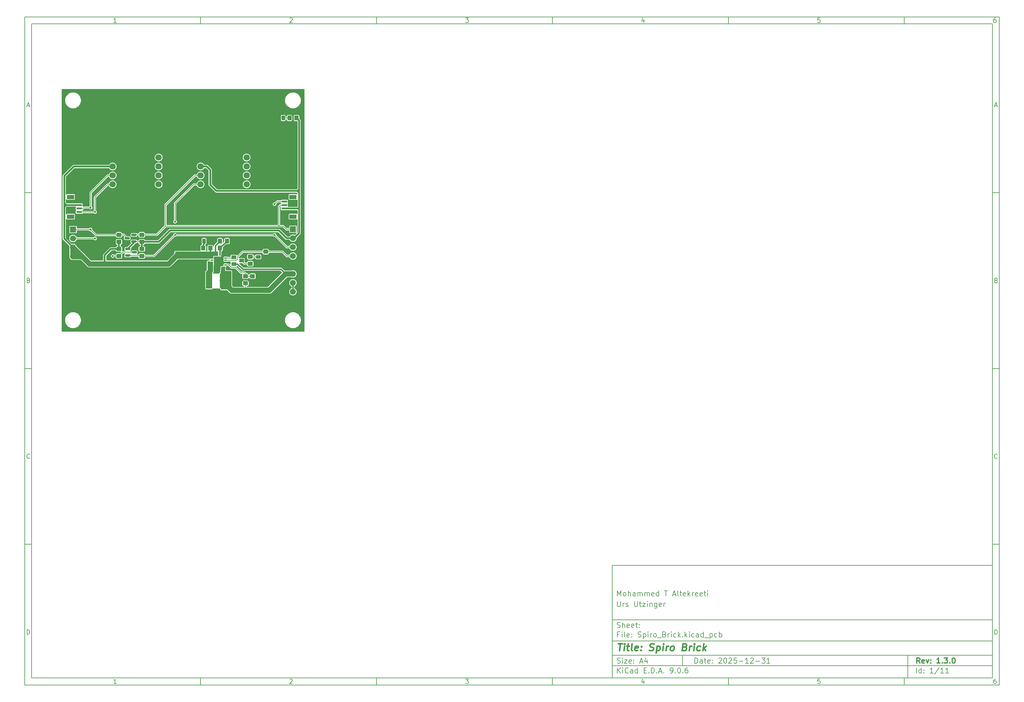
<source format=gbr>
%TF.GenerationSoftware,KiCad,Pcbnew,9.0.6-9.0.6~ubuntu22.04.1*%
%TF.CreationDate,2026-01-05T20:27:43-07:00*%
%TF.ProjectId,Spiro_Brick,53706972-6f5f-4427-9269-636b2e6b6963,1.3.0*%
%TF.SameCoordinates,Original*%
%TF.FileFunction,Copper,L1,Top*%
%TF.FilePolarity,Positive*%
%FSLAX46Y46*%
G04 Gerber Fmt 4.6, Leading zero omitted, Abs format (unit mm)*
G04 Created by KiCad (PCBNEW 9.0.6-9.0.6~ubuntu22.04.1) date 2026-01-05 20:27:43*
%MOMM*%
%LPD*%
G01*
G04 APERTURE LIST*
G04 Aperture macros list*
%AMRoundRect*
0 Rectangle with rounded corners*
0 $1 Rounding radius*
0 $2 $3 $4 $5 $6 $7 $8 $9 X,Y pos of 4 corners*
0 Add a 4 corners polygon primitive as box body*
4,1,4,$2,$3,$4,$5,$6,$7,$8,$9,$2,$3,0*
0 Add four circle primitives for the rounded corners*
1,1,$1+$1,$2,$3*
1,1,$1+$1,$4,$5*
1,1,$1+$1,$6,$7*
1,1,$1+$1,$8,$9*
0 Add four rect primitives between the rounded corners*
20,1,$1+$1,$2,$3,$4,$5,0*
20,1,$1+$1,$4,$5,$6,$7,0*
20,1,$1+$1,$6,$7,$8,$9,0*
20,1,$1+$1,$8,$9,$2,$3,0*%
G04 Aperture macros list end*
%ADD10C,0.100000*%
%ADD11C,0.150000*%
%ADD12C,0.300000*%
%ADD13C,0.400000*%
%TA.AperFunction,SMDPad,CuDef*%
%ADD14RoundRect,0.087500X-0.325000X-0.087500X0.325000X-0.087500X0.325000X0.087500X-0.325000X0.087500X0*%
%TD*%
%TA.AperFunction,SMDPad,CuDef*%
%ADD15RoundRect,0.087500X-0.087500X-0.325000X0.087500X-0.325000X0.087500X0.325000X-0.087500X0.325000X0*%
%TD*%
%TA.AperFunction,HeatsinkPad*%
%ADD16C,0.600000*%
%TD*%
%TA.AperFunction,HeatsinkPad*%
%ADD17R,2.700000X2.700000*%
%TD*%
%TA.AperFunction,SMDPad,CuDef*%
%ADD18RoundRect,0.249999X0.450001X1.850001X-0.450001X1.850001X-0.450001X-1.850001X0.450001X-1.850001X0*%
%TD*%
%TA.AperFunction,SMDPad,CuDef*%
%ADD19RoundRect,0.150000X-0.587500X-0.150000X0.587500X-0.150000X0.587500X0.150000X-0.587500X0.150000X0*%
%TD*%
%TA.AperFunction,SMDPad,CuDef*%
%ADD20RoundRect,0.250000X-1.100000X0.412500X-1.100000X-0.412500X1.100000X-0.412500X1.100000X0.412500X0*%
%TD*%
%TA.AperFunction,SMDPad,CuDef*%
%ADD21RoundRect,0.250000X0.450000X-0.350000X0.450000X0.350000X-0.450000X0.350000X-0.450000X-0.350000X0*%
%TD*%
%TA.AperFunction,ComponentPad*%
%ADD22RoundRect,0.281250X-0.618750X-0.618750X0.618750X-0.618750X0.618750X0.618750X-0.618750X0.618750X0*%
%TD*%
%TA.AperFunction,ComponentPad*%
%ADD23C,1.800000*%
%TD*%
%TA.AperFunction,SMDPad,CuDef*%
%ADD24RoundRect,0.250000X-0.475000X0.337500X-0.475000X-0.337500X0.475000X-0.337500X0.475000X0.337500X0*%
%TD*%
%TA.AperFunction,ComponentPad*%
%ADD25R,1.700000X1.700000*%
%TD*%
%TA.AperFunction,ComponentPad*%
%ADD26C,1.700000*%
%TD*%
%TA.AperFunction,SMDPad,CuDef*%
%ADD27RoundRect,0.243750X0.243750X0.456250X-0.243750X0.456250X-0.243750X-0.456250X0.243750X-0.456250X0*%
%TD*%
%TA.AperFunction,SMDPad,CuDef*%
%ADD28RoundRect,0.250000X-0.337500X-0.475000X0.337500X-0.475000X0.337500X0.475000X-0.337500X0.475000X0*%
%TD*%
%TA.AperFunction,SMDPad,CuDef*%
%ADD29RoundRect,0.250000X-0.350000X-0.450000X0.350000X-0.450000X0.350000X0.450000X-0.350000X0.450000X0*%
%TD*%
%TA.AperFunction,SMDPad,CuDef*%
%ADD30R,1.400000X1.000000*%
%TD*%
%TA.AperFunction,SMDPad,CuDef*%
%ADD31RoundRect,0.250000X-0.450000X0.350000X-0.450000X-0.350000X0.450000X-0.350000X0.450000X0.350000X0*%
%TD*%
%TA.AperFunction,SMDPad,CuDef*%
%ADD32R,1.550000X0.600000*%
%TD*%
%TA.AperFunction,SMDPad,CuDef*%
%ADD33R,2.000000X1.200000*%
%TD*%
%TA.AperFunction,SMDPad,CuDef*%
%ADD34RoundRect,0.243750X0.456250X-0.243750X0.456250X0.243750X-0.456250X0.243750X-0.456250X-0.243750X0*%
%TD*%
%TA.AperFunction,SMDPad,CuDef*%
%ADD35RoundRect,0.150000X0.587500X0.150000X-0.587500X0.150000X-0.587500X-0.150000X0.587500X-0.150000X0*%
%TD*%
%TA.AperFunction,SMDPad,CuDef*%
%ADD36RoundRect,0.243750X-0.243750X-0.456250X0.243750X-0.456250X0.243750X0.456250X-0.243750X0.456250X0*%
%TD*%
%TA.AperFunction,SMDPad,CuDef*%
%ADD37RoundRect,0.250000X0.350000X0.450000X-0.350000X0.450000X-0.350000X-0.450000X0.350000X-0.450000X0*%
%TD*%
%TA.AperFunction,ViaPad*%
%ADD38C,0.600000*%
%TD*%
%TA.AperFunction,Conductor*%
%ADD39C,0.200000*%
%TD*%
%TA.AperFunction,Conductor*%
%ADD40C,0.400000*%
%TD*%
%TA.AperFunction,Conductor*%
%ADD41C,1.500000*%
%TD*%
%TA.AperFunction,Conductor*%
%ADD42C,0.500000*%
%TD*%
%TA.AperFunction,Conductor*%
%ADD43C,1.600000*%
%TD*%
G04 APERTURE END LIST*
D10*
D11*
X177002200Y-166007200D02*
X285002200Y-166007200D01*
X285002200Y-198007200D01*
X177002200Y-198007200D01*
X177002200Y-166007200D01*
D10*
D11*
X10000000Y-10000000D02*
X287002200Y-10000000D01*
X287002200Y-200007200D01*
X10000000Y-200007200D01*
X10000000Y-10000000D01*
D10*
D11*
X12000000Y-12000000D02*
X285002200Y-12000000D01*
X285002200Y-198007200D01*
X12000000Y-198007200D01*
X12000000Y-12000000D01*
D10*
D11*
X60000000Y-12000000D02*
X60000000Y-10000000D01*
D10*
D11*
X110000000Y-12000000D02*
X110000000Y-10000000D01*
D10*
D11*
X160000000Y-12000000D02*
X160000000Y-10000000D01*
D10*
D11*
X210000000Y-12000000D02*
X210000000Y-10000000D01*
D10*
D11*
X260000000Y-12000000D02*
X260000000Y-10000000D01*
D10*
D11*
X36089160Y-11593604D02*
X35346303Y-11593604D01*
X35717731Y-11593604D02*
X35717731Y-10293604D01*
X35717731Y-10293604D02*
X35593922Y-10479319D01*
X35593922Y-10479319D02*
X35470112Y-10603128D01*
X35470112Y-10603128D02*
X35346303Y-10665033D01*
D10*
D11*
X85346303Y-10417414D02*
X85408207Y-10355509D01*
X85408207Y-10355509D02*
X85532017Y-10293604D01*
X85532017Y-10293604D02*
X85841541Y-10293604D01*
X85841541Y-10293604D02*
X85965350Y-10355509D01*
X85965350Y-10355509D02*
X86027255Y-10417414D01*
X86027255Y-10417414D02*
X86089160Y-10541223D01*
X86089160Y-10541223D02*
X86089160Y-10665033D01*
X86089160Y-10665033D02*
X86027255Y-10850747D01*
X86027255Y-10850747D02*
X85284398Y-11593604D01*
X85284398Y-11593604D02*
X86089160Y-11593604D01*
D10*
D11*
X135284398Y-10293604D02*
X136089160Y-10293604D01*
X136089160Y-10293604D02*
X135655826Y-10788842D01*
X135655826Y-10788842D02*
X135841541Y-10788842D01*
X135841541Y-10788842D02*
X135965350Y-10850747D01*
X135965350Y-10850747D02*
X136027255Y-10912652D01*
X136027255Y-10912652D02*
X136089160Y-11036461D01*
X136089160Y-11036461D02*
X136089160Y-11345985D01*
X136089160Y-11345985D02*
X136027255Y-11469795D01*
X136027255Y-11469795D02*
X135965350Y-11531700D01*
X135965350Y-11531700D02*
X135841541Y-11593604D01*
X135841541Y-11593604D02*
X135470112Y-11593604D01*
X135470112Y-11593604D02*
X135346303Y-11531700D01*
X135346303Y-11531700D02*
X135284398Y-11469795D01*
D10*
D11*
X185965350Y-10726938D02*
X185965350Y-11593604D01*
X185655826Y-10231700D02*
X185346303Y-11160271D01*
X185346303Y-11160271D02*
X186151064Y-11160271D01*
D10*
D11*
X236027255Y-10293604D02*
X235408207Y-10293604D01*
X235408207Y-10293604D02*
X235346303Y-10912652D01*
X235346303Y-10912652D02*
X235408207Y-10850747D01*
X235408207Y-10850747D02*
X235532017Y-10788842D01*
X235532017Y-10788842D02*
X235841541Y-10788842D01*
X235841541Y-10788842D02*
X235965350Y-10850747D01*
X235965350Y-10850747D02*
X236027255Y-10912652D01*
X236027255Y-10912652D02*
X236089160Y-11036461D01*
X236089160Y-11036461D02*
X236089160Y-11345985D01*
X236089160Y-11345985D02*
X236027255Y-11469795D01*
X236027255Y-11469795D02*
X235965350Y-11531700D01*
X235965350Y-11531700D02*
X235841541Y-11593604D01*
X235841541Y-11593604D02*
X235532017Y-11593604D01*
X235532017Y-11593604D02*
X235408207Y-11531700D01*
X235408207Y-11531700D02*
X235346303Y-11469795D01*
D10*
D11*
X285965350Y-10293604D02*
X285717731Y-10293604D01*
X285717731Y-10293604D02*
X285593922Y-10355509D01*
X285593922Y-10355509D02*
X285532017Y-10417414D01*
X285532017Y-10417414D02*
X285408207Y-10603128D01*
X285408207Y-10603128D02*
X285346303Y-10850747D01*
X285346303Y-10850747D02*
X285346303Y-11345985D01*
X285346303Y-11345985D02*
X285408207Y-11469795D01*
X285408207Y-11469795D02*
X285470112Y-11531700D01*
X285470112Y-11531700D02*
X285593922Y-11593604D01*
X285593922Y-11593604D02*
X285841541Y-11593604D01*
X285841541Y-11593604D02*
X285965350Y-11531700D01*
X285965350Y-11531700D02*
X286027255Y-11469795D01*
X286027255Y-11469795D02*
X286089160Y-11345985D01*
X286089160Y-11345985D02*
X286089160Y-11036461D01*
X286089160Y-11036461D02*
X286027255Y-10912652D01*
X286027255Y-10912652D02*
X285965350Y-10850747D01*
X285965350Y-10850747D02*
X285841541Y-10788842D01*
X285841541Y-10788842D02*
X285593922Y-10788842D01*
X285593922Y-10788842D02*
X285470112Y-10850747D01*
X285470112Y-10850747D02*
X285408207Y-10912652D01*
X285408207Y-10912652D02*
X285346303Y-11036461D01*
D10*
D11*
X60000000Y-198007200D02*
X60000000Y-200007200D01*
D10*
D11*
X110000000Y-198007200D02*
X110000000Y-200007200D01*
D10*
D11*
X160000000Y-198007200D02*
X160000000Y-200007200D01*
D10*
D11*
X210000000Y-198007200D02*
X210000000Y-200007200D01*
D10*
D11*
X260000000Y-198007200D02*
X260000000Y-200007200D01*
D10*
D11*
X36089160Y-199600804D02*
X35346303Y-199600804D01*
X35717731Y-199600804D02*
X35717731Y-198300804D01*
X35717731Y-198300804D02*
X35593922Y-198486519D01*
X35593922Y-198486519D02*
X35470112Y-198610328D01*
X35470112Y-198610328D02*
X35346303Y-198672233D01*
D10*
D11*
X85346303Y-198424614D02*
X85408207Y-198362709D01*
X85408207Y-198362709D02*
X85532017Y-198300804D01*
X85532017Y-198300804D02*
X85841541Y-198300804D01*
X85841541Y-198300804D02*
X85965350Y-198362709D01*
X85965350Y-198362709D02*
X86027255Y-198424614D01*
X86027255Y-198424614D02*
X86089160Y-198548423D01*
X86089160Y-198548423D02*
X86089160Y-198672233D01*
X86089160Y-198672233D02*
X86027255Y-198857947D01*
X86027255Y-198857947D02*
X85284398Y-199600804D01*
X85284398Y-199600804D02*
X86089160Y-199600804D01*
D10*
D11*
X135284398Y-198300804D02*
X136089160Y-198300804D01*
X136089160Y-198300804D02*
X135655826Y-198796042D01*
X135655826Y-198796042D02*
X135841541Y-198796042D01*
X135841541Y-198796042D02*
X135965350Y-198857947D01*
X135965350Y-198857947D02*
X136027255Y-198919852D01*
X136027255Y-198919852D02*
X136089160Y-199043661D01*
X136089160Y-199043661D02*
X136089160Y-199353185D01*
X136089160Y-199353185D02*
X136027255Y-199476995D01*
X136027255Y-199476995D02*
X135965350Y-199538900D01*
X135965350Y-199538900D02*
X135841541Y-199600804D01*
X135841541Y-199600804D02*
X135470112Y-199600804D01*
X135470112Y-199600804D02*
X135346303Y-199538900D01*
X135346303Y-199538900D02*
X135284398Y-199476995D01*
D10*
D11*
X185965350Y-198734138D02*
X185965350Y-199600804D01*
X185655826Y-198238900D02*
X185346303Y-199167471D01*
X185346303Y-199167471D02*
X186151064Y-199167471D01*
D10*
D11*
X236027255Y-198300804D02*
X235408207Y-198300804D01*
X235408207Y-198300804D02*
X235346303Y-198919852D01*
X235346303Y-198919852D02*
X235408207Y-198857947D01*
X235408207Y-198857947D02*
X235532017Y-198796042D01*
X235532017Y-198796042D02*
X235841541Y-198796042D01*
X235841541Y-198796042D02*
X235965350Y-198857947D01*
X235965350Y-198857947D02*
X236027255Y-198919852D01*
X236027255Y-198919852D02*
X236089160Y-199043661D01*
X236089160Y-199043661D02*
X236089160Y-199353185D01*
X236089160Y-199353185D02*
X236027255Y-199476995D01*
X236027255Y-199476995D02*
X235965350Y-199538900D01*
X235965350Y-199538900D02*
X235841541Y-199600804D01*
X235841541Y-199600804D02*
X235532017Y-199600804D01*
X235532017Y-199600804D02*
X235408207Y-199538900D01*
X235408207Y-199538900D02*
X235346303Y-199476995D01*
D10*
D11*
X285965350Y-198300804D02*
X285717731Y-198300804D01*
X285717731Y-198300804D02*
X285593922Y-198362709D01*
X285593922Y-198362709D02*
X285532017Y-198424614D01*
X285532017Y-198424614D02*
X285408207Y-198610328D01*
X285408207Y-198610328D02*
X285346303Y-198857947D01*
X285346303Y-198857947D02*
X285346303Y-199353185D01*
X285346303Y-199353185D02*
X285408207Y-199476995D01*
X285408207Y-199476995D02*
X285470112Y-199538900D01*
X285470112Y-199538900D02*
X285593922Y-199600804D01*
X285593922Y-199600804D02*
X285841541Y-199600804D01*
X285841541Y-199600804D02*
X285965350Y-199538900D01*
X285965350Y-199538900D02*
X286027255Y-199476995D01*
X286027255Y-199476995D02*
X286089160Y-199353185D01*
X286089160Y-199353185D02*
X286089160Y-199043661D01*
X286089160Y-199043661D02*
X286027255Y-198919852D01*
X286027255Y-198919852D02*
X285965350Y-198857947D01*
X285965350Y-198857947D02*
X285841541Y-198796042D01*
X285841541Y-198796042D02*
X285593922Y-198796042D01*
X285593922Y-198796042D02*
X285470112Y-198857947D01*
X285470112Y-198857947D02*
X285408207Y-198919852D01*
X285408207Y-198919852D02*
X285346303Y-199043661D01*
D10*
D11*
X10000000Y-60000000D02*
X12000000Y-60000000D01*
D10*
D11*
X10000000Y-110000000D02*
X12000000Y-110000000D01*
D10*
D11*
X10000000Y-160000000D02*
X12000000Y-160000000D01*
D10*
D11*
X10690476Y-35222176D02*
X11309523Y-35222176D01*
X10566666Y-35593604D02*
X10999999Y-34293604D01*
X10999999Y-34293604D02*
X11433333Y-35593604D01*
D10*
D11*
X11092857Y-84912652D02*
X11278571Y-84974557D01*
X11278571Y-84974557D02*
X11340476Y-85036461D01*
X11340476Y-85036461D02*
X11402380Y-85160271D01*
X11402380Y-85160271D02*
X11402380Y-85345985D01*
X11402380Y-85345985D02*
X11340476Y-85469795D01*
X11340476Y-85469795D02*
X11278571Y-85531700D01*
X11278571Y-85531700D02*
X11154761Y-85593604D01*
X11154761Y-85593604D02*
X10659523Y-85593604D01*
X10659523Y-85593604D02*
X10659523Y-84293604D01*
X10659523Y-84293604D02*
X11092857Y-84293604D01*
X11092857Y-84293604D02*
X11216666Y-84355509D01*
X11216666Y-84355509D02*
X11278571Y-84417414D01*
X11278571Y-84417414D02*
X11340476Y-84541223D01*
X11340476Y-84541223D02*
X11340476Y-84665033D01*
X11340476Y-84665033D02*
X11278571Y-84788842D01*
X11278571Y-84788842D02*
X11216666Y-84850747D01*
X11216666Y-84850747D02*
X11092857Y-84912652D01*
X11092857Y-84912652D02*
X10659523Y-84912652D01*
D10*
D11*
X11402380Y-135469795D02*
X11340476Y-135531700D01*
X11340476Y-135531700D02*
X11154761Y-135593604D01*
X11154761Y-135593604D02*
X11030952Y-135593604D01*
X11030952Y-135593604D02*
X10845238Y-135531700D01*
X10845238Y-135531700D02*
X10721428Y-135407890D01*
X10721428Y-135407890D02*
X10659523Y-135284080D01*
X10659523Y-135284080D02*
X10597619Y-135036461D01*
X10597619Y-135036461D02*
X10597619Y-134850747D01*
X10597619Y-134850747D02*
X10659523Y-134603128D01*
X10659523Y-134603128D02*
X10721428Y-134479319D01*
X10721428Y-134479319D02*
X10845238Y-134355509D01*
X10845238Y-134355509D02*
X11030952Y-134293604D01*
X11030952Y-134293604D02*
X11154761Y-134293604D01*
X11154761Y-134293604D02*
X11340476Y-134355509D01*
X11340476Y-134355509D02*
X11402380Y-134417414D01*
D10*
D11*
X10659523Y-185593604D02*
X10659523Y-184293604D01*
X10659523Y-184293604D02*
X10969047Y-184293604D01*
X10969047Y-184293604D02*
X11154761Y-184355509D01*
X11154761Y-184355509D02*
X11278571Y-184479319D01*
X11278571Y-184479319D02*
X11340476Y-184603128D01*
X11340476Y-184603128D02*
X11402380Y-184850747D01*
X11402380Y-184850747D02*
X11402380Y-185036461D01*
X11402380Y-185036461D02*
X11340476Y-185284080D01*
X11340476Y-185284080D02*
X11278571Y-185407890D01*
X11278571Y-185407890D02*
X11154761Y-185531700D01*
X11154761Y-185531700D02*
X10969047Y-185593604D01*
X10969047Y-185593604D02*
X10659523Y-185593604D01*
D10*
D11*
X287002200Y-60000000D02*
X285002200Y-60000000D01*
D10*
D11*
X287002200Y-110000000D02*
X285002200Y-110000000D01*
D10*
D11*
X287002200Y-160000000D02*
X285002200Y-160000000D01*
D10*
D11*
X285692676Y-35222176D02*
X286311723Y-35222176D01*
X285568866Y-35593604D02*
X286002199Y-34293604D01*
X286002199Y-34293604D02*
X286435533Y-35593604D01*
D10*
D11*
X286095057Y-84912652D02*
X286280771Y-84974557D01*
X286280771Y-84974557D02*
X286342676Y-85036461D01*
X286342676Y-85036461D02*
X286404580Y-85160271D01*
X286404580Y-85160271D02*
X286404580Y-85345985D01*
X286404580Y-85345985D02*
X286342676Y-85469795D01*
X286342676Y-85469795D02*
X286280771Y-85531700D01*
X286280771Y-85531700D02*
X286156961Y-85593604D01*
X286156961Y-85593604D02*
X285661723Y-85593604D01*
X285661723Y-85593604D02*
X285661723Y-84293604D01*
X285661723Y-84293604D02*
X286095057Y-84293604D01*
X286095057Y-84293604D02*
X286218866Y-84355509D01*
X286218866Y-84355509D02*
X286280771Y-84417414D01*
X286280771Y-84417414D02*
X286342676Y-84541223D01*
X286342676Y-84541223D02*
X286342676Y-84665033D01*
X286342676Y-84665033D02*
X286280771Y-84788842D01*
X286280771Y-84788842D02*
X286218866Y-84850747D01*
X286218866Y-84850747D02*
X286095057Y-84912652D01*
X286095057Y-84912652D02*
X285661723Y-84912652D01*
D10*
D11*
X286404580Y-135469795D02*
X286342676Y-135531700D01*
X286342676Y-135531700D02*
X286156961Y-135593604D01*
X286156961Y-135593604D02*
X286033152Y-135593604D01*
X286033152Y-135593604D02*
X285847438Y-135531700D01*
X285847438Y-135531700D02*
X285723628Y-135407890D01*
X285723628Y-135407890D02*
X285661723Y-135284080D01*
X285661723Y-135284080D02*
X285599819Y-135036461D01*
X285599819Y-135036461D02*
X285599819Y-134850747D01*
X285599819Y-134850747D02*
X285661723Y-134603128D01*
X285661723Y-134603128D02*
X285723628Y-134479319D01*
X285723628Y-134479319D02*
X285847438Y-134355509D01*
X285847438Y-134355509D02*
X286033152Y-134293604D01*
X286033152Y-134293604D02*
X286156961Y-134293604D01*
X286156961Y-134293604D02*
X286342676Y-134355509D01*
X286342676Y-134355509D02*
X286404580Y-134417414D01*
D10*
D11*
X285661723Y-185593604D02*
X285661723Y-184293604D01*
X285661723Y-184293604D02*
X285971247Y-184293604D01*
X285971247Y-184293604D02*
X286156961Y-184355509D01*
X286156961Y-184355509D02*
X286280771Y-184479319D01*
X286280771Y-184479319D02*
X286342676Y-184603128D01*
X286342676Y-184603128D02*
X286404580Y-184850747D01*
X286404580Y-184850747D02*
X286404580Y-185036461D01*
X286404580Y-185036461D02*
X286342676Y-185284080D01*
X286342676Y-185284080D02*
X286280771Y-185407890D01*
X286280771Y-185407890D02*
X286156961Y-185531700D01*
X286156961Y-185531700D02*
X285971247Y-185593604D01*
X285971247Y-185593604D02*
X285661723Y-185593604D01*
D10*
D11*
X200458026Y-193793328D02*
X200458026Y-192293328D01*
X200458026Y-192293328D02*
X200815169Y-192293328D01*
X200815169Y-192293328D02*
X201029455Y-192364757D01*
X201029455Y-192364757D02*
X201172312Y-192507614D01*
X201172312Y-192507614D02*
X201243741Y-192650471D01*
X201243741Y-192650471D02*
X201315169Y-192936185D01*
X201315169Y-192936185D02*
X201315169Y-193150471D01*
X201315169Y-193150471D02*
X201243741Y-193436185D01*
X201243741Y-193436185D02*
X201172312Y-193579042D01*
X201172312Y-193579042D02*
X201029455Y-193721900D01*
X201029455Y-193721900D02*
X200815169Y-193793328D01*
X200815169Y-193793328D02*
X200458026Y-193793328D01*
X202600884Y-193793328D02*
X202600884Y-193007614D01*
X202600884Y-193007614D02*
X202529455Y-192864757D01*
X202529455Y-192864757D02*
X202386598Y-192793328D01*
X202386598Y-192793328D02*
X202100884Y-192793328D01*
X202100884Y-192793328D02*
X201958026Y-192864757D01*
X202600884Y-193721900D02*
X202458026Y-193793328D01*
X202458026Y-193793328D02*
X202100884Y-193793328D01*
X202100884Y-193793328D02*
X201958026Y-193721900D01*
X201958026Y-193721900D02*
X201886598Y-193579042D01*
X201886598Y-193579042D02*
X201886598Y-193436185D01*
X201886598Y-193436185D02*
X201958026Y-193293328D01*
X201958026Y-193293328D02*
X202100884Y-193221900D01*
X202100884Y-193221900D02*
X202458026Y-193221900D01*
X202458026Y-193221900D02*
X202600884Y-193150471D01*
X203100884Y-192793328D02*
X203672312Y-192793328D01*
X203315169Y-192293328D02*
X203315169Y-193579042D01*
X203315169Y-193579042D02*
X203386598Y-193721900D01*
X203386598Y-193721900D02*
X203529455Y-193793328D01*
X203529455Y-193793328D02*
X203672312Y-193793328D01*
X204743741Y-193721900D02*
X204600884Y-193793328D01*
X204600884Y-193793328D02*
X204315170Y-193793328D01*
X204315170Y-193793328D02*
X204172312Y-193721900D01*
X204172312Y-193721900D02*
X204100884Y-193579042D01*
X204100884Y-193579042D02*
X204100884Y-193007614D01*
X204100884Y-193007614D02*
X204172312Y-192864757D01*
X204172312Y-192864757D02*
X204315170Y-192793328D01*
X204315170Y-192793328D02*
X204600884Y-192793328D01*
X204600884Y-192793328D02*
X204743741Y-192864757D01*
X204743741Y-192864757D02*
X204815170Y-193007614D01*
X204815170Y-193007614D02*
X204815170Y-193150471D01*
X204815170Y-193150471D02*
X204100884Y-193293328D01*
X205458026Y-193650471D02*
X205529455Y-193721900D01*
X205529455Y-193721900D02*
X205458026Y-193793328D01*
X205458026Y-193793328D02*
X205386598Y-193721900D01*
X205386598Y-193721900D02*
X205458026Y-193650471D01*
X205458026Y-193650471D02*
X205458026Y-193793328D01*
X205458026Y-192864757D02*
X205529455Y-192936185D01*
X205529455Y-192936185D02*
X205458026Y-193007614D01*
X205458026Y-193007614D02*
X205386598Y-192936185D01*
X205386598Y-192936185D02*
X205458026Y-192864757D01*
X205458026Y-192864757D02*
X205458026Y-193007614D01*
X207243741Y-192436185D02*
X207315169Y-192364757D01*
X207315169Y-192364757D02*
X207458027Y-192293328D01*
X207458027Y-192293328D02*
X207815169Y-192293328D01*
X207815169Y-192293328D02*
X207958027Y-192364757D01*
X207958027Y-192364757D02*
X208029455Y-192436185D01*
X208029455Y-192436185D02*
X208100884Y-192579042D01*
X208100884Y-192579042D02*
X208100884Y-192721900D01*
X208100884Y-192721900D02*
X208029455Y-192936185D01*
X208029455Y-192936185D02*
X207172312Y-193793328D01*
X207172312Y-193793328D02*
X208100884Y-193793328D01*
X209029455Y-192293328D02*
X209172312Y-192293328D01*
X209172312Y-192293328D02*
X209315169Y-192364757D01*
X209315169Y-192364757D02*
X209386598Y-192436185D01*
X209386598Y-192436185D02*
X209458026Y-192579042D01*
X209458026Y-192579042D02*
X209529455Y-192864757D01*
X209529455Y-192864757D02*
X209529455Y-193221900D01*
X209529455Y-193221900D02*
X209458026Y-193507614D01*
X209458026Y-193507614D02*
X209386598Y-193650471D01*
X209386598Y-193650471D02*
X209315169Y-193721900D01*
X209315169Y-193721900D02*
X209172312Y-193793328D01*
X209172312Y-193793328D02*
X209029455Y-193793328D01*
X209029455Y-193793328D02*
X208886598Y-193721900D01*
X208886598Y-193721900D02*
X208815169Y-193650471D01*
X208815169Y-193650471D02*
X208743740Y-193507614D01*
X208743740Y-193507614D02*
X208672312Y-193221900D01*
X208672312Y-193221900D02*
X208672312Y-192864757D01*
X208672312Y-192864757D02*
X208743740Y-192579042D01*
X208743740Y-192579042D02*
X208815169Y-192436185D01*
X208815169Y-192436185D02*
X208886598Y-192364757D01*
X208886598Y-192364757D02*
X209029455Y-192293328D01*
X210100883Y-192436185D02*
X210172311Y-192364757D01*
X210172311Y-192364757D02*
X210315169Y-192293328D01*
X210315169Y-192293328D02*
X210672311Y-192293328D01*
X210672311Y-192293328D02*
X210815169Y-192364757D01*
X210815169Y-192364757D02*
X210886597Y-192436185D01*
X210886597Y-192436185D02*
X210958026Y-192579042D01*
X210958026Y-192579042D02*
X210958026Y-192721900D01*
X210958026Y-192721900D02*
X210886597Y-192936185D01*
X210886597Y-192936185D02*
X210029454Y-193793328D01*
X210029454Y-193793328D02*
X210958026Y-193793328D01*
X212315168Y-192293328D02*
X211600882Y-192293328D01*
X211600882Y-192293328D02*
X211529454Y-193007614D01*
X211529454Y-193007614D02*
X211600882Y-192936185D01*
X211600882Y-192936185D02*
X211743740Y-192864757D01*
X211743740Y-192864757D02*
X212100882Y-192864757D01*
X212100882Y-192864757D02*
X212243740Y-192936185D01*
X212243740Y-192936185D02*
X212315168Y-193007614D01*
X212315168Y-193007614D02*
X212386597Y-193150471D01*
X212386597Y-193150471D02*
X212386597Y-193507614D01*
X212386597Y-193507614D02*
X212315168Y-193650471D01*
X212315168Y-193650471D02*
X212243740Y-193721900D01*
X212243740Y-193721900D02*
X212100882Y-193793328D01*
X212100882Y-193793328D02*
X211743740Y-193793328D01*
X211743740Y-193793328D02*
X211600882Y-193721900D01*
X211600882Y-193721900D02*
X211529454Y-193650471D01*
X213029453Y-193221900D02*
X214172311Y-193221900D01*
X215672311Y-193793328D02*
X214815168Y-193793328D01*
X215243739Y-193793328D02*
X215243739Y-192293328D01*
X215243739Y-192293328D02*
X215100882Y-192507614D01*
X215100882Y-192507614D02*
X214958025Y-192650471D01*
X214958025Y-192650471D02*
X214815168Y-192721900D01*
X216243739Y-192436185D02*
X216315167Y-192364757D01*
X216315167Y-192364757D02*
X216458025Y-192293328D01*
X216458025Y-192293328D02*
X216815167Y-192293328D01*
X216815167Y-192293328D02*
X216958025Y-192364757D01*
X216958025Y-192364757D02*
X217029453Y-192436185D01*
X217029453Y-192436185D02*
X217100882Y-192579042D01*
X217100882Y-192579042D02*
X217100882Y-192721900D01*
X217100882Y-192721900D02*
X217029453Y-192936185D01*
X217029453Y-192936185D02*
X216172310Y-193793328D01*
X216172310Y-193793328D02*
X217100882Y-193793328D01*
X217743738Y-193221900D02*
X218886596Y-193221900D01*
X219458024Y-192293328D02*
X220386596Y-192293328D01*
X220386596Y-192293328D02*
X219886596Y-192864757D01*
X219886596Y-192864757D02*
X220100881Y-192864757D01*
X220100881Y-192864757D02*
X220243739Y-192936185D01*
X220243739Y-192936185D02*
X220315167Y-193007614D01*
X220315167Y-193007614D02*
X220386596Y-193150471D01*
X220386596Y-193150471D02*
X220386596Y-193507614D01*
X220386596Y-193507614D02*
X220315167Y-193650471D01*
X220315167Y-193650471D02*
X220243739Y-193721900D01*
X220243739Y-193721900D02*
X220100881Y-193793328D01*
X220100881Y-193793328D02*
X219672310Y-193793328D01*
X219672310Y-193793328D02*
X219529453Y-193721900D01*
X219529453Y-193721900D02*
X219458024Y-193650471D01*
X221815167Y-193793328D02*
X220958024Y-193793328D01*
X221386595Y-193793328D02*
X221386595Y-192293328D01*
X221386595Y-192293328D02*
X221243738Y-192507614D01*
X221243738Y-192507614D02*
X221100881Y-192650471D01*
X221100881Y-192650471D02*
X220958024Y-192721900D01*
D10*
D11*
X177002200Y-194507200D02*
X285002200Y-194507200D01*
D10*
D11*
X178458026Y-196593328D02*
X178458026Y-195093328D01*
X179315169Y-196593328D02*
X178672312Y-195736185D01*
X179315169Y-195093328D02*
X178458026Y-195950471D01*
X179958026Y-196593328D02*
X179958026Y-195593328D01*
X179958026Y-195093328D02*
X179886598Y-195164757D01*
X179886598Y-195164757D02*
X179958026Y-195236185D01*
X179958026Y-195236185D02*
X180029455Y-195164757D01*
X180029455Y-195164757D02*
X179958026Y-195093328D01*
X179958026Y-195093328D02*
X179958026Y-195236185D01*
X181529455Y-196450471D02*
X181458027Y-196521900D01*
X181458027Y-196521900D02*
X181243741Y-196593328D01*
X181243741Y-196593328D02*
X181100884Y-196593328D01*
X181100884Y-196593328D02*
X180886598Y-196521900D01*
X180886598Y-196521900D02*
X180743741Y-196379042D01*
X180743741Y-196379042D02*
X180672312Y-196236185D01*
X180672312Y-196236185D02*
X180600884Y-195950471D01*
X180600884Y-195950471D02*
X180600884Y-195736185D01*
X180600884Y-195736185D02*
X180672312Y-195450471D01*
X180672312Y-195450471D02*
X180743741Y-195307614D01*
X180743741Y-195307614D02*
X180886598Y-195164757D01*
X180886598Y-195164757D02*
X181100884Y-195093328D01*
X181100884Y-195093328D02*
X181243741Y-195093328D01*
X181243741Y-195093328D02*
X181458027Y-195164757D01*
X181458027Y-195164757D02*
X181529455Y-195236185D01*
X182815170Y-196593328D02*
X182815170Y-195807614D01*
X182815170Y-195807614D02*
X182743741Y-195664757D01*
X182743741Y-195664757D02*
X182600884Y-195593328D01*
X182600884Y-195593328D02*
X182315170Y-195593328D01*
X182315170Y-195593328D02*
X182172312Y-195664757D01*
X182815170Y-196521900D02*
X182672312Y-196593328D01*
X182672312Y-196593328D02*
X182315170Y-196593328D01*
X182315170Y-196593328D02*
X182172312Y-196521900D01*
X182172312Y-196521900D02*
X182100884Y-196379042D01*
X182100884Y-196379042D02*
X182100884Y-196236185D01*
X182100884Y-196236185D02*
X182172312Y-196093328D01*
X182172312Y-196093328D02*
X182315170Y-196021900D01*
X182315170Y-196021900D02*
X182672312Y-196021900D01*
X182672312Y-196021900D02*
X182815170Y-195950471D01*
X184172313Y-196593328D02*
X184172313Y-195093328D01*
X184172313Y-196521900D02*
X184029455Y-196593328D01*
X184029455Y-196593328D02*
X183743741Y-196593328D01*
X183743741Y-196593328D02*
X183600884Y-196521900D01*
X183600884Y-196521900D02*
X183529455Y-196450471D01*
X183529455Y-196450471D02*
X183458027Y-196307614D01*
X183458027Y-196307614D02*
X183458027Y-195879042D01*
X183458027Y-195879042D02*
X183529455Y-195736185D01*
X183529455Y-195736185D02*
X183600884Y-195664757D01*
X183600884Y-195664757D02*
X183743741Y-195593328D01*
X183743741Y-195593328D02*
X184029455Y-195593328D01*
X184029455Y-195593328D02*
X184172313Y-195664757D01*
X186029455Y-195807614D02*
X186529455Y-195807614D01*
X186743741Y-196593328D02*
X186029455Y-196593328D01*
X186029455Y-196593328D02*
X186029455Y-195093328D01*
X186029455Y-195093328D02*
X186743741Y-195093328D01*
X187386598Y-196450471D02*
X187458027Y-196521900D01*
X187458027Y-196521900D02*
X187386598Y-196593328D01*
X187386598Y-196593328D02*
X187315170Y-196521900D01*
X187315170Y-196521900D02*
X187386598Y-196450471D01*
X187386598Y-196450471D02*
X187386598Y-196593328D01*
X188100884Y-196593328D02*
X188100884Y-195093328D01*
X188100884Y-195093328D02*
X188458027Y-195093328D01*
X188458027Y-195093328D02*
X188672313Y-195164757D01*
X188672313Y-195164757D02*
X188815170Y-195307614D01*
X188815170Y-195307614D02*
X188886599Y-195450471D01*
X188886599Y-195450471D02*
X188958027Y-195736185D01*
X188958027Y-195736185D02*
X188958027Y-195950471D01*
X188958027Y-195950471D02*
X188886599Y-196236185D01*
X188886599Y-196236185D02*
X188815170Y-196379042D01*
X188815170Y-196379042D02*
X188672313Y-196521900D01*
X188672313Y-196521900D02*
X188458027Y-196593328D01*
X188458027Y-196593328D02*
X188100884Y-196593328D01*
X189600884Y-196450471D02*
X189672313Y-196521900D01*
X189672313Y-196521900D02*
X189600884Y-196593328D01*
X189600884Y-196593328D02*
X189529456Y-196521900D01*
X189529456Y-196521900D02*
X189600884Y-196450471D01*
X189600884Y-196450471D02*
X189600884Y-196593328D01*
X190243742Y-196164757D02*
X190958028Y-196164757D01*
X190100885Y-196593328D02*
X190600885Y-195093328D01*
X190600885Y-195093328D02*
X191100885Y-196593328D01*
X191600884Y-196450471D02*
X191672313Y-196521900D01*
X191672313Y-196521900D02*
X191600884Y-196593328D01*
X191600884Y-196593328D02*
X191529456Y-196521900D01*
X191529456Y-196521900D02*
X191600884Y-196450471D01*
X191600884Y-196450471D02*
X191600884Y-196593328D01*
X193529456Y-196593328D02*
X193815170Y-196593328D01*
X193815170Y-196593328D02*
X193958027Y-196521900D01*
X193958027Y-196521900D02*
X194029456Y-196450471D01*
X194029456Y-196450471D02*
X194172313Y-196236185D01*
X194172313Y-196236185D02*
X194243742Y-195950471D01*
X194243742Y-195950471D02*
X194243742Y-195379042D01*
X194243742Y-195379042D02*
X194172313Y-195236185D01*
X194172313Y-195236185D02*
X194100885Y-195164757D01*
X194100885Y-195164757D02*
X193958027Y-195093328D01*
X193958027Y-195093328D02*
X193672313Y-195093328D01*
X193672313Y-195093328D02*
X193529456Y-195164757D01*
X193529456Y-195164757D02*
X193458027Y-195236185D01*
X193458027Y-195236185D02*
X193386599Y-195379042D01*
X193386599Y-195379042D02*
X193386599Y-195736185D01*
X193386599Y-195736185D02*
X193458027Y-195879042D01*
X193458027Y-195879042D02*
X193529456Y-195950471D01*
X193529456Y-195950471D02*
X193672313Y-196021900D01*
X193672313Y-196021900D02*
X193958027Y-196021900D01*
X193958027Y-196021900D02*
X194100885Y-195950471D01*
X194100885Y-195950471D02*
X194172313Y-195879042D01*
X194172313Y-195879042D02*
X194243742Y-195736185D01*
X194886598Y-196450471D02*
X194958027Y-196521900D01*
X194958027Y-196521900D02*
X194886598Y-196593328D01*
X194886598Y-196593328D02*
X194815170Y-196521900D01*
X194815170Y-196521900D02*
X194886598Y-196450471D01*
X194886598Y-196450471D02*
X194886598Y-196593328D01*
X195886599Y-195093328D02*
X196029456Y-195093328D01*
X196029456Y-195093328D02*
X196172313Y-195164757D01*
X196172313Y-195164757D02*
X196243742Y-195236185D01*
X196243742Y-195236185D02*
X196315170Y-195379042D01*
X196315170Y-195379042D02*
X196386599Y-195664757D01*
X196386599Y-195664757D02*
X196386599Y-196021900D01*
X196386599Y-196021900D02*
X196315170Y-196307614D01*
X196315170Y-196307614D02*
X196243742Y-196450471D01*
X196243742Y-196450471D02*
X196172313Y-196521900D01*
X196172313Y-196521900D02*
X196029456Y-196593328D01*
X196029456Y-196593328D02*
X195886599Y-196593328D01*
X195886599Y-196593328D02*
X195743742Y-196521900D01*
X195743742Y-196521900D02*
X195672313Y-196450471D01*
X195672313Y-196450471D02*
X195600884Y-196307614D01*
X195600884Y-196307614D02*
X195529456Y-196021900D01*
X195529456Y-196021900D02*
X195529456Y-195664757D01*
X195529456Y-195664757D02*
X195600884Y-195379042D01*
X195600884Y-195379042D02*
X195672313Y-195236185D01*
X195672313Y-195236185D02*
X195743742Y-195164757D01*
X195743742Y-195164757D02*
X195886599Y-195093328D01*
X197029455Y-196450471D02*
X197100884Y-196521900D01*
X197100884Y-196521900D02*
X197029455Y-196593328D01*
X197029455Y-196593328D02*
X196958027Y-196521900D01*
X196958027Y-196521900D02*
X197029455Y-196450471D01*
X197029455Y-196450471D02*
X197029455Y-196593328D01*
X198386599Y-195093328D02*
X198100884Y-195093328D01*
X198100884Y-195093328D02*
X197958027Y-195164757D01*
X197958027Y-195164757D02*
X197886599Y-195236185D01*
X197886599Y-195236185D02*
X197743741Y-195450471D01*
X197743741Y-195450471D02*
X197672313Y-195736185D01*
X197672313Y-195736185D02*
X197672313Y-196307614D01*
X197672313Y-196307614D02*
X197743741Y-196450471D01*
X197743741Y-196450471D02*
X197815170Y-196521900D01*
X197815170Y-196521900D02*
X197958027Y-196593328D01*
X197958027Y-196593328D02*
X198243741Y-196593328D01*
X198243741Y-196593328D02*
X198386599Y-196521900D01*
X198386599Y-196521900D02*
X198458027Y-196450471D01*
X198458027Y-196450471D02*
X198529456Y-196307614D01*
X198529456Y-196307614D02*
X198529456Y-195950471D01*
X198529456Y-195950471D02*
X198458027Y-195807614D01*
X198458027Y-195807614D02*
X198386599Y-195736185D01*
X198386599Y-195736185D02*
X198243741Y-195664757D01*
X198243741Y-195664757D02*
X197958027Y-195664757D01*
X197958027Y-195664757D02*
X197815170Y-195736185D01*
X197815170Y-195736185D02*
X197743741Y-195807614D01*
X197743741Y-195807614D02*
X197672313Y-195950471D01*
D10*
D11*
X177002200Y-191507200D02*
X285002200Y-191507200D01*
D10*
D12*
X264413853Y-193785528D02*
X263913853Y-193071242D01*
X263556710Y-193785528D02*
X263556710Y-192285528D01*
X263556710Y-192285528D02*
X264128139Y-192285528D01*
X264128139Y-192285528D02*
X264270996Y-192356957D01*
X264270996Y-192356957D02*
X264342425Y-192428385D01*
X264342425Y-192428385D02*
X264413853Y-192571242D01*
X264413853Y-192571242D02*
X264413853Y-192785528D01*
X264413853Y-192785528D02*
X264342425Y-192928385D01*
X264342425Y-192928385D02*
X264270996Y-192999814D01*
X264270996Y-192999814D02*
X264128139Y-193071242D01*
X264128139Y-193071242D02*
X263556710Y-193071242D01*
X265628139Y-193714100D02*
X265485282Y-193785528D01*
X265485282Y-193785528D02*
X265199568Y-193785528D01*
X265199568Y-193785528D02*
X265056710Y-193714100D01*
X265056710Y-193714100D02*
X264985282Y-193571242D01*
X264985282Y-193571242D02*
X264985282Y-192999814D01*
X264985282Y-192999814D02*
X265056710Y-192856957D01*
X265056710Y-192856957D02*
X265199568Y-192785528D01*
X265199568Y-192785528D02*
X265485282Y-192785528D01*
X265485282Y-192785528D02*
X265628139Y-192856957D01*
X265628139Y-192856957D02*
X265699568Y-192999814D01*
X265699568Y-192999814D02*
X265699568Y-193142671D01*
X265699568Y-193142671D02*
X264985282Y-193285528D01*
X266199567Y-192785528D02*
X266556710Y-193785528D01*
X266556710Y-193785528D02*
X266913853Y-192785528D01*
X267485281Y-193642671D02*
X267556710Y-193714100D01*
X267556710Y-193714100D02*
X267485281Y-193785528D01*
X267485281Y-193785528D02*
X267413853Y-193714100D01*
X267413853Y-193714100D02*
X267485281Y-193642671D01*
X267485281Y-193642671D02*
X267485281Y-193785528D01*
X267485281Y-192856957D02*
X267556710Y-192928385D01*
X267556710Y-192928385D02*
X267485281Y-192999814D01*
X267485281Y-192999814D02*
X267413853Y-192928385D01*
X267413853Y-192928385D02*
X267485281Y-192856957D01*
X267485281Y-192856957D02*
X267485281Y-192999814D01*
X270128139Y-193785528D02*
X269270996Y-193785528D01*
X269699567Y-193785528D02*
X269699567Y-192285528D01*
X269699567Y-192285528D02*
X269556710Y-192499814D01*
X269556710Y-192499814D02*
X269413853Y-192642671D01*
X269413853Y-192642671D02*
X269270996Y-192714100D01*
X270770995Y-193642671D02*
X270842424Y-193714100D01*
X270842424Y-193714100D02*
X270770995Y-193785528D01*
X270770995Y-193785528D02*
X270699567Y-193714100D01*
X270699567Y-193714100D02*
X270770995Y-193642671D01*
X270770995Y-193642671D02*
X270770995Y-193785528D01*
X271342424Y-192285528D02*
X272270996Y-192285528D01*
X272270996Y-192285528D02*
X271770996Y-192856957D01*
X271770996Y-192856957D02*
X271985281Y-192856957D01*
X271985281Y-192856957D02*
X272128139Y-192928385D01*
X272128139Y-192928385D02*
X272199567Y-192999814D01*
X272199567Y-192999814D02*
X272270996Y-193142671D01*
X272270996Y-193142671D02*
X272270996Y-193499814D01*
X272270996Y-193499814D02*
X272199567Y-193642671D01*
X272199567Y-193642671D02*
X272128139Y-193714100D01*
X272128139Y-193714100D02*
X271985281Y-193785528D01*
X271985281Y-193785528D02*
X271556710Y-193785528D01*
X271556710Y-193785528D02*
X271413853Y-193714100D01*
X271413853Y-193714100D02*
X271342424Y-193642671D01*
X272913852Y-193642671D02*
X272985281Y-193714100D01*
X272985281Y-193714100D02*
X272913852Y-193785528D01*
X272913852Y-193785528D02*
X272842424Y-193714100D01*
X272842424Y-193714100D02*
X272913852Y-193642671D01*
X272913852Y-193642671D02*
X272913852Y-193785528D01*
X273913853Y-192285528D02*
X274056710Y-192285528D01*
X274056710Y-192285528D02*
X274199567Y-192356957D01*
X274199567Y-192356957D02*
X274270996Y-192428385D01*
X274270996Y-192428385D02*
X274342424Y-192571242D01*
X274342424Y-192571242D02*
X274413853Y-192856957D01*
X274413853Y-192856957D02*
X274413853Y-193214100D01*
X274413853Y-193214100D02*
X274342424Y-193499814D01*
X274342424Y-193499814D02*
X274270996Y-193642671D01*
X274270996Y-193642671D02*
X274199567Y-193714100D01*
X274199567Y-193714100D02*
X274056710Y-193785528D01*
X274056710Y-193785528D02*
X273913853Y-193785528D01*
X273913853Y-193785528D02*
X273770996Y-193714100D01*
X273770996Y-193714100D02*
X273699567Y-193642671D01*
X273699567Y-193642671D02*
X273628138Y-193499814D01*
X273628138Y-193499814D02*
X273556710Y-193214100D01*
X273556710Y-193214100D02*
X273556710Y-192856957D01*
X273556710Y-192856957D02*
X273628138Y-192571242D01*
X273628138Y-192571242D02*
X273699567Y-192428385D01*
X273699567Y-192428385D02*
X273770996Y-192356957D01*
X273770996Y-192356957D02*
X273913853Y-192285528D01*
D10*
D11*
X178386598Y-193721900D02*
X178600884Y-193793328D01*
X178600884Y-193793328D02*
X178958026Y-193793328D01*
X178958026Y-193793328D02*
X179100884Y-193721900D01*
X179100884Y-193721900D02*
X179172312Y-193650471D01*
X179172312Y-193650471D02*
X179243741Y-193507614D01*
X179243741Y-193507614D02*
X179243741Y-193364757D01*
X179243741Y-193364757D02*
X179172312Y-193221900D01*
X179172312Y-193221900D02*
X179100884Y-193150471D01*
X179100884Y-193150471D02*
X178958026Y-193079042D01*
X178958026Y-193079042D02*
X178672312Y-193007614D01*
X178672312Y-193007614D02*
X178529455Y-192936185D01*
X178529455Y-192936185D02*
X178458026Y-192864757D01*
X178458026Y-192864757D02*
X178386598Y-192721900D01*
X178386598Y-192721900D02*
X178386598Y-192579042D01*
X178386598Y-192579042D02*
X178458026Y-192436185D01*
X178458026Y-192436185D02*
X178529455Y-192364757D01*
X178529455Y-192364757D02*
X178672312Y-192293328D01*
X178672312Y-192293328D02*
X179029455Y-192293328D01*
X179029455Y-192293328D02*
X179243741Y-192364757D01*
X179886597Y-193793328D02*
X179886597Y-192793328D01*
X179886597Y-192293328D02*
X179815169Y-192364757D01*
X179815169Y-192364757D02*
X179886597Y-192436185D01*
X179886597Y-192436185D02*
X179958026Y-192364757D01*
X179958026Y-192364757D02*
X179886597Y-192293328D01*
X179886597Y-192293328D02*
X179886597Y-192436185D01*
X180458026Y-192793328D02*
X181243741Y-192793328D01*
X181243741Y-192793328D02*
X180458026Y-193793328D01*
X180458026Y-193793328D02*
X181243741Y-193793328D01*
X182386598Y-193721900D02*
X182243741Y-193793328D01*
X182243741Y-193793328D02*
X181958027Y-193793328D01*
X181958027Y-193793328D02*
X181815169Y-193721900D01*
X181815169Y-193721900D02*
X181743741Y-193579042D01*
X181743741Y-193579042D02*
X181743741Y-193007614D01*
X181743741Y-193007614D02*
X181815169Y-192864757D01*
X181815169Y-192864757D02*
X181958027Y-192793328D01*
X181958027Y-192793328D02*
X182243741Y-192793328D01*
X182243741Y-192793328D02*
X182386598Y-192864757D01*
X182386598Y-192864757D02*
X182458027Y-193007614D01*
X182458027Y-193007614D02*
X182458027Y-193150471D01*
X182458027Y-193150471D02*
X181743741Y-193293328D01*
X183100883Y-193650471D02*
X183172312Y-193721900D01*
X183172312Y-193721900D02*
X183100883Y-193793328D01*
X183100883Y-193793328D02*
X183029455Y-193721900D01*
X183029455Y-193721900D02*
X183100883Y-193650471D01*
X183100883Y-193650471D02*
X183100883Y-193793328D01*
X183100883Y-192864757D02*
X183172312Y-192936185D01*
X183172312Y-192936185D02*
X183100883Y-193007614D01*
X183100883Y-193007614D02*
X183029455Y-192936185D01*
X183029455Y-192936185D02*
X183100883Y-192864757D01*
X183100883Y-192864757D02*
X183100883Y-193007614D01*
X184886598Y-193364757D02*
X185600884Y-193364757D01*
X184743741Y-193793328D02*
X185243741Y-192293328D01*
X185243741Y-192293328D02*
X185743741Y-193793328D01*
X186886598Y-192793328D02*
X186886598Y-193793328D01*
X186529455Y-192221900D02*
X186172312Y-193293328D01*
X186172312Y-193293328D02*
X187100883Y-193293328D01*
D10*
D11*
X263458026Y-196593328D02*
X263458026Y-195093328D01*
X264815170Y-196593328D02*
X264815170Y-195093328D01*
X264815170Y-196521900D02*
X264672312Y-196593328D01*
X264672312Y-196593328D02*
X264386598Y-196593328D01*
X264386598Y-196593328D02*
X264243741Y-196521900D01*
X264243741Y-196521900D02*
X264172312Y-196450471D01*
X264172312Y-196450471D02*
X264100884Y-196307614D01*
X264100884Y-196307614D02*
X264100884Y-195879042D01*
X264100884Y-195879042D02*
X264172312Y-195736185D01*
X264172312Y-195736185D02*
X264243741Y-195664757D01*
X264243741Y-195664757D02*
X264386598Y-195593328D01*
X264386598Y-195593328D02*
X264672312Y-195593328D01*
X264672312Y-195593328D02*
X264815170Y-195664757D01*
X265529455Y-196450471D02*
X265600884Y-196521900D01*
X265600884Y-196521900D02*
X265529455Y-196593328D01*
X265529455Y-196593328D02*
X265458027Y-196521900D01*
X265458027Y-196521900D02*
X265529455Y-196450471D01*
X265529455Y-196450471D02*
X265529455Y-196593328D01*
X265529455Y-195664757D02*
X265600884Y-195736185D01*
X265600884Y-195736185D02*
X265529455Y-195807614D01*
X265529455Y-195807614D02*
X265458027Y-195736185D01*
X265458027Y-195736185D02*
X265529455Y-195664757D01*
X265529455Y-195664757D02*
X265529455Y-195807614D01*
X268172313Y-196593328D02*
X267315170Y-196593328D01*
X267743741Y-196593328D02*
X267743741Y-195093328D01*
X267743741Y-195093328D02*
X267600884Y-195307614D01*
X267600884Y-195307614D02*
X267458027Y-195450471D01*
X267458027Y-195450471D02*
X267315170Y-195521900D01*
X269886598Y-195021900D02*
X268600884Y-196950471D01*
X271172313Y-196593328D02*
X270315170Y-196593328D01*
X270743741Y-196593328D02*
X270743741Y-195093328D01*
X270743741Y-195093328D02*
X270600884Y-195307614D01*
X270600884Y-195307614D02*
X270458027Y-195450471D01*
X270458027Y-195450471D02*
X270315170Y-195521900D01*
X272600884Y-196593328D02*
X271743741Y-196593328D01*
X272172312Y-196593328D02*
X272172312Y-195093328D01*
X272172312Y-195093328D02*
X272029455Y-195307614D01*
X272029455Y-195307614D02*
X271886598Y-195450471D01*
X271886598Y-195450471D02*
X271743741Y-195521900D01*
D10*
D11*
X177002200Y-187507200D02*
X285002200Y-187507200D01*
D10*
D13*
X178693928Y-188211638D02*
X179836785Y-188211638D01*
X179015357Y-190211638D02*
X179265357Y-188211638D01*
X180253452Y-190211638D02*
X180420119Y-188878304D01*
X180503452Y-188211638D02*
X180396309Y-188306876D01*
X180396309Y-188306876D02*
X180479643Y-188402114D01*
X180479643Y-188402114D02*
X180586786Y-188306876D01*
X180586786Y-188306876D02*
X180503452Y-188211638D01*
X180503452Y-188211638D02*
X180479643Y-188402114D01*
X181086786Y-188878304D02*
X181848690Y-188878304D01*
X181455833Y-188211638D02*
X181241548Y-189925923D01*
X181241548Y-189925923D02*
X181312976Y-190116400D01*
X181312976Y-190116400D02*
X181491548Y-190211638D01*
X181491548Y-190211638D02*
X181682024Y-190211638D01*
X182634405Y-190211638D02*
X182455833Y-190116400D01*
X182455833Y-190116400D02*
X182384405Y-189925923D01*
X182384405Y-189925923D02*
X182598690Y-188211638D01*
X184170119Y-190116400D02*
X183967738Y-190211638D01*
X183967738Y-190211638D02*
X183586785Y-190211638D01*
X183586785Y-190211638D02*
X183408214Y-190116400D01*
X183408214Y-190116400D02*
X183336785Y-189925923D01*
X183336785Y-189925923D02*
X183432024Y-189164019D01*
X183432024Y-189164019D02*
X183551071Y-188973542D01*
X183551071Y-188973542D02*
X183753452Y-188878304D01*
X183753452Y-188878304D02*
X184134404Y-188878304D01*
X184134404Y-188878304D02*
X184312976Y-188973542D01*
X184312976Y-188973542D02*
X184384404Y-189164019D01*
X184384404Y-189164019D02*
X184360595Y-189354495D01*
X184360595Y-189354495D02*
X183384404Y-189544971D01*
X185134405Y-190021161D02*
X185217738Y-190116400D01*
X185217738Y-190116400D02*
X185110595Y-190211638D01*
X185110595Y-190211638D02*
X185027262Y-190116400D01*
X185027262Y-190116400D02*
X185134405Y-190021161D01*
X185134405Y-190021161D02*
X185110595Y-190211638D01*
X185265357Y-188973542D02*
X185348690Y-189068780D01*
X185348690Y-189068780D02*
X185241548Y-189164019D01*
X185241548Y-189164019D02*
X185158214Y-189068780D01*
X185158214Y-189068780D02*
X185265357Y-188973542D01*
X185265357Y-188973542D02*
X185241548Y-189164019D01*
X187503453Y-190116400D02*
X187777262Y-190211638D01*
X187777262Y-190211638D02*
X188253453Y-190211638D01*
X188253453Y-190211638D02*
X188455834Y-190116400D01*
X188455834Y-190116400D02*
X188562977Y-190021161D01*
X188562977Y-190021161D02*
X188682024Y-189830685D01*
X188682024Y-189830685D02*
X188705834Y-189640209D01*
X188705834Y-189640209D02*
X188634405Y-189449733D01*
X188634405Y-189449733D02*
X188551072Y-189354495D01*
X188551072Y-189354495D02*
X188372501Y-189259257D01*
X188372501Y-189259257D02*
X188003453Y-189164019D01*
X188003453Y-189164019D02*
X187824881Y-189068780D01*
X187824881Y-189068780D02*
X187741548Y-188973542D01*
X187741548Y-188973542D02*
X187670120Y-188783066D01*
X187670120Y-188783066D02*
X187693929Y-188592590D01*
X187693929Y-188592590D02*
X187812977Y-188402114D01*
X187812977Y-188402114D02*
X187920120Y-188306876D01*
X187920120Y-188306876D02*
X188122501Y-188211638D01*
X188122501Y-188211638D02*
X188598691Y-188211638D01*
X188598691Y-188211638D02*
X188872501Y-188306876D01*
X189658215Y-188878304D02*
X189408215Y-190878304D01*
X189646310Y-188973542D02*
X189848691Y-188878304D01*
X189848691Y-188878304D02*
X190229643Y-188878304D01*
X190229643Y-188878304D02*
X190408215Y-188973542D01*
X190408215Y-188973542D02*
X190491548Y-189068780D01*
X190491548Y-189068780D02*
X190562977Y-189259257D01*
X190562977Y-189259257D02*
X190491548Y-189830685D01*
X190491548Y-189830685D02*
X190372501Y-190021161D01*
X190372501Y-190021161D02*
X190265358Y-190116400D01*
X190265358Y-190116400D02*
X190062977Y-190211638D01*
X190062977Y-190211638D02*
X189682024Y-190211638D01*
X189682024Y-190211638D02*
X189503453Y-190116400D01*
X191301072Y-190211638D02*
X191467739Y-188878304D01*
X191551072Y-188211638D02*
X191443929Y-188306876D01*
X191443929Y-188306876D02*
X191527263Y-188402114D01*
X191527263Y-188402114D02*
X191634406Y-188306876D01*
X191634406Y-188306876D02*
X191551072Y-188211638D01*
X191551072Y-188211638D02*
X191527263Y-188402114D01*
X192253453Y-190211638D02*
X192420120Y-188878304D01*
X192372501Y-189259257D02*
X192491548Y-189068780D01*
X192491548Y-189068780D02*
X192598691Y-188973542D01*
X192598691Y-188973542D02*
X192801072Y-188878304D01*
X192801072Y-188878304D02*
X192991548Y-188878304D01*
X193777263Y-190211638D02*
X193598691Y-190116400D01*
X193598691Y-190116400D02*
X193515358Y-190021161D01*
X193515358Y-190021161D02*
X193443929Y-189830685D01*
X193443929Y-189830685D02*
X193515358Y-189259257D01*
X193515358Y-189259257D02*
X193634405Y-189068780D01*
X193634405Y-189068780D02*
X193741548Y-188973542D01*
X193741548Y-188973542D02*
X193943929Y-188878304D01*
X193943929Y-188878304D02*
X194229643Y-188878304D01*
X194229643Y-188878304D02*
X194408215Y-188973542D01*
X194408215Y-188973542D02*
X194491548Y-189068780D01*
X194491548Y-189068780D02*
X194562977Y-189259257D01*
X194562977Y-189259257D02*
X194491548Y-189830685D01*
X194491548Y-189830685D02*
X194372501Y-190021161D01*
X194372501Y-190021161D02*
X194265358Y-190116400D01*
X194265358Y-190116400D02*
X194062977Y-190211638D01*
X194062977Y-190211638D02*
X193777263Y-190211638D01*
X197622501Y-189164019D02*
X197896311Y-189259257D01*
X197896311Y-189259257D02*
X197979644Y-189354495D01*
X197979644Y-189354495D02*
X198051073Y-189544971D01*
X198051073Y-189544971D02*
X198015358Y-189830685D01*
X198015358Y-189830685D02*
X197896311Y-190021161D01*
X197896311Y-190021161D02*
X197789168Y-190116400D01*
X197789168Y-190116400D02*
X197586787Y-190211638D01*
X197586787Y-190211638D02*
X196824882Y-190211638D01*
X196824882Y-190211638D02*
X197074882Y-188211638D01*
X197074882Y-188211638D02*
X197741549Y-188211638D01*
X197741549Y-188211638D02*
X197920120Y-188306876D01*
X197920120Y-188306876D02*
X198003454Y-188402114D01*
X198003454Y-188402114D02*
X198074882Y-188592590D01*
X198074882Y-188592590D02*
X198051073Y-188783066D01*
X198051073Y-188783066D02*
X197932025Y-188973542D01*
X197932025Y-188973542D02*
X197824882Y-189068780D01*
X197824882Y-189068780D02*
X197622501Y-189164019D01*
X197622501Y-189164019D02*
X196955835Y-189164019D01*
X198824882Y-190211638D02*
X198991549Y-188878304D01*
X198943930Y-189259257D02*
X199062977Y-189068780D01*
X199062977Y-189068780D02*
X199170120Y-188973542D01*
X199170120Y-188973542D02*
X199372501Y-188878304D01*
X199372501Y-188878304D02*
X199562977Y-188878304D01*
X200062977Y-190211638D02*
X200229644Y-188878304D01*
X200312977Y-188211638D02*
X200205834Y-188306876D01*
X200205834Y-188306876D02*
X200289168Y-188402114D01*
X200289168Y-188402114D02*
X200396311Y-188306876D01*
X200396311Y-188306876D02*
X200312977Y-188211638D01*
X200312977Y-188211638D02*
X200289168Y-188402114D01*
X201884406Y-190116400D02*
X201682025Y-190211638D01*
X201682025Y-190211638D02*
X201301073Y-190211638D01*
X201301073Y-190211638D02*
X201122501Y-190116400D01*
X201122501Y-190116400D02*
X201039168Y-190021161D01*
X201039168Y-190021161D02*
X200967739Y-189830685D01*
X200967739Y-189830685D02*
X201039168Y-189259257D01*
X201039168Y-189259257D02*
X201158215Y-189068780D01*
X201158215Y-189068780D02*
X201265358Y-188973542D01*
X201265358Y-188973542D02*
X201467739Y-188878304D01*
X201467739Y-188878304D02*
X201848692Y-188878304D01*
X201848692Y-188878304D02*
X202027263Y-188973542D01*
X202729644Y-190211638D02*
X202979644Y-188211638D01*
X203015359Y-189449733D02*
X203491549Y-190211638D01*
X203658216Y-188878304D02*
X202801073Y-189640209D01*
D10*
D11*
X178958026Y-185607614D02*
X178458026Y-185607614D01*
X178458026Y-186393328D02*
X178458026Y-184893328D01*
X178458026Y-184893328D02*
X179172312Y-184893328D01*
X179743740Y-186393328D02*
X179743740Y-185393328D01*
X179743740Y-184893328D02*
X179672312Y-184964757D01*
X179672312Y-184964757D02*
X179743740Y-185036185D01*
X179743740Y-185036185D02*
X179815169Y-184964757D01*
X179815169Y-184964757D02*
X179743740Y-184893328D01*
X179743740Y-184893328D02*
X179743740Y-185036185D01*
X180672312Y-186393328D02*
X180529455Y-186321900D01*
X180529455Y-186321900D02*
X180458026Y-186179042D01*
X180458026Y-186179042D02*
X180458026Y-184893328D01*
X181815169Y-186321900D02*
X181672312Y-186393328D01*
X181672312Y-186393328D02*
X181386598Y-186393328D01*
X181386598Y-186393328D02*
X181243740Y-186321900D01*
X181243740Y-186321900D02*
X181172312Y-186179042D01*
X181172312Y-186179042D02*
X181172312Y-185607614D01*
X181172312Y-185607614D02*
X181243740Y-185464757D01*
X181243740Y-185464757D02*
X181386598Y-185393328D01*
X181386598Y-185393328D02*
X181672312Y-185393328D01*
X181672312Y-185393328D02*
X181815169Y-185464757D01*
X181815169Y-185464757D02*
X181886598Y-185607614D01*
X181886598Y-185607614D02*
X181886598Y-185750471D01*
X181886598Y-185750471D02*
X181172312Y-185893328D01*
X182529454Y-186250471D02*
X182600883Y-186321900D01*
X182600883Y-186321900D02*
X182529454Y-186393328D01*
X182529454Y-186393328D02*
X182458026Y-186321900D01*
X182458026Y-186321900D02*
X182529454Y-186250471D01*
X182529454Y-186250471D02*
X182529454Y-186393328D01*
X182529454Y-185464757D02*
X182600883Y-185536185D01*
X182600883Y-185536185D02*
X182529454Y-185607614D01*
X182529454Y-185607614D02*
X182458026Y-185536185D01*
X182458026Y-185536185D02*
X182529454Y-185464757D01*
X182529454Y-185464757D02*
X182529454Y-185607614D01*
X184315169Y-186321900D02*
X184529455Y-186393328D01*
X184529455Y-186393328D02*
X184886597Y-186393328D01*
X184886597Y-186393328D02*
X185029455Y-186321900D01*
X185029455Y-186321900D02*
X185100883Y-186250471D01*
X185100883Y-186250471D02*
X185172312Y-186107614D01*
X185172312Y-186107614D02*
X185172312Y-185964757D01*
X185172312Y-185964757D02*
X185100883Y-185821900D01*
X185100883Y-185821900D02*
X185029455Y-185750471D01*
X185029455Y-185750471D02*
X184886597Y-185679042D01*
X184886597Y-185679042D02*
X184600883Y-185607614D01*
X184600883Y-185607614D02*
X184458026Y-185536185D01*
X184458026Y-185536185D02*
X184386597Y-185464757D01*
X184386597Y-185464757D02*
X184315169Y-185321900D01*
X184315169Y-185321900D02*
X184315169Y-185179042D01*
X184315169Y-185179042D02*
X184386597Y-185036185D01*
X184386597Y-185036185D02*
X184458026Y-184964757D01*
X184458026Y-184964757D02*
X184600883Y-184893328D01*
X184600883Y-184893328D02*
X184958026Y-184893328D01*
X184958026Y-184893328D02*
X185172312Y-184964757D01*
X185815168Y-185393328D02*
X185815168Y-186893328D01*
X185815168Y-185464757D02*
X185958026Y-185393328D01*
X185958026Y-185393328D02*
X186243740Y-185393328D01*
X186243740Y-185393328D02*
X186386597Y-185464757D01*
X186386597Y-185464757D02*
X186458026Y-185536185D01*
X186458026Y-185536185D02*
X186529454Y-185679042D01*
X186529454Y-185679042D02*
X186529454Y-186107614D01*
X186529454Y-186107614D02*
X186458026Y-186250471D01*
X186458026Y-186250471D02*
X186386597Y-186321900D01*
X186386597Y-186321900D02*
X186243740Y-186393328D01*
X186243740Y-186393328D02*
X185958026Y-186393328D01*
X185958026Y-186393328D02*
X185815168Y-186321900D01*
X187172311Y-186393328D02*
X187172311Y-185393328D01*
X187172311Y-184893328D02*
X187100883Y-184964757D01*
X187100883Y-184964757D02*
X187172311Y-185036185D01*
X187172311Y-185036185D02*
X187243740Y-184964757D01*
X187243740Y-184964757D02*
X187172311Y-184893328D01*
X187172311Y-184893328D02*
X187172311Y-185036185D01*
X187886597Y-186393328D02*
X187886597Y-185393328D01*
X187886597Y-185679042D02*
X187958026Y-185536185D01*
X187958026Y-185536185D02*
X188029455Y-185464757D01*
X188029455Y-185464757D02*
X188172312Y-185393328D01*
X188172312Y-185393328D02*
X188315169Y-185393328D01*
X189029454Y-186393328D02*
X188886597Y-186321900D01*
X188886597Y-186321900D02*
X188815168Y-186250471D01*
X188815168Y-186250471D02*
X188743740Y-186107614D01*
X188743740Y-186107614D02*
X188743740Y-185679042D01*
X188743740Y-185679042D02*
X188815168Y-185536185D01*
X188815168Y-185536185D02*
X188886597Y-185464757D01*
X188886597Y-185464757D02*
X189029454Y-185393328D01*
X189029454Y-185393328D02*
X189243740Y-185393328D01*
X189243740Y-185393328D02*
X189386597Y-185464757D01*
X189386597Y-185464757D02*
X189458026Y-185536185D01*
X189458026Y-185536185D02*
X189529454Y-185679042D01*
X189529454Y-185679042D02*
X189529454Y-186107614D01*
X189529454Y-186107614D02*
X189458026Y-186250471D01*
X189458026Y-186250471D02*
X189386597Y-186321900D01*
X189386597Y-186321900D02*
X189243740Y-186393328D01*
X189243740Y-186393328D02*
X189029454Y-186393328D01*
X189815169Y-186536185D02*
X190958026Y-186536185D01*
X191815168Y-185607614D02*
X192029454Y-185679042D01*
X192029454Y-185679042D02*
X192100883Y-185750471D01*
X192100883Y-185750471D02*
X192172311Y-185893328D01*
X192172311Y-185893328D02*
X192172311Y-186107614D01*
X192172311Y-186107614D02*
X192100883Y-186250471D01*
X192100883Y-186250471D02*
X192029454Y-186321900D01*
X192029454Y-186321900D02*
X191886597Y-186393328D01*
X191886597Y-186393328D02*
X191315168Y-186393328D01*
X191315168Y-186393328D02*
X191315168Y-184893328D01*
X191315168Y-184893328D02*
X191815168Y-184893328D01*
X191815168Y-184893328D02*
X191958026Y-184964757D01*
X191958026Y-184964757D02*
X192029454Y-185036185D01*
X192029454Y-185036185D02*
X192100883Y-185179042D01*
X192100883Y-185179042D02*
X192100883Y-185321900D01*
X192100883Y-185321900D02*
X192029454Y-185464757D01*
X192029454Y-185464757D02*
X191958026Y-185536185D01*
X191958026Y-185536185D02*
X191815168Y-185607614D01*
X191815168Y-185607614D02*
X191315168Y-185607614D01*
X192815168Y-186393328D02*
X192815168Y-185393328D01*
X192815168Y-185679042D02*
X192886597Y-185536185D01*
X192886597Y-185536185D02*
X192958026Y-185464757D01*
X192958026Y-185464757D02*
X193100883Y-185393328D01*
X193100883Y-185393328D02*
X193243740Y-185393328D01*
X193743739Y-186393328D02*
X193743739Y-185393328D01*
X193743739Y-184893328D02*
X193672311Y-184964757D01*
X193672311Y-184964757D02*
X193743739Y-185036185D01*
X193743739Y-185036185D02*
X193815168Y-184964757D01*
X193815168Y-184964757D02*
X193743739Y-184893328D01*
X193743739Y-184893328D02*
X193743739Y-185036185D01*
X195100883Y-186321900D02*
X194958025Y-186393328D01*
X194958025Y-186393328D02*
X194672311Y-186393328D01*
X194672311Y-186393328D02*
X194529454Y-186321900D01*
X194529454Y-186321900D02*
X194458025Y-186250471D01*
X194458025Y-186250471D02*
X194386597Y-186107614D01*
X194386597Y-186107614D02*
X194386597Y-185679042D01*
X194386597Y-185679042D02*
X194458025Y-185536185D01*
X194458025Y-185536185D02*
X194529454Y-185464757D01*
X194529454Y-185464757D02*
X194672311Y-185393328D01*
X194672311Y-185393328D02*
X194958025Y-185393328D01*
X194958025Y-185393328D02*
X195100883Y-185464757D01*
X195743739Y-186393328D02*
X195743739Y-184893328D01*
X195886597Y-185821900D02*
X196315168Y-186393328D01*
X196315168Y-185393328D02*
X195743739Y-185964757D01*
X196958025Y-186250471D02*
X197029454Y-186321900D01*
X197029454Y-186321900D02*
X196958025Y-186393328D01*
X196958025Y-186393328D02*
X196886597Y-186321900D01*
X196886597Y-186321900D02*
X196958025Y-186250471D01*
X196958025Y-186250471D02*
X196958025Y-186393328D01*
X197672311Y-186393328D02*
X197672311Y-184893328D01*
X197815169Y-185821900D02*
X198243740Y-186393328D01*
X198243740Y-185393328D02*
X197672311Y-185964757D01*
X198886597Y-186393328D02*
X198886597Y-185393328D01*
X198886597Y-184893328D02*
X198815169Y-184964757D01*
X198815169Y-184964757D02*
X198886597Y-185036185D01*
X198886597Y-185036185D02*
X198958026Y-184964757D01*
X198958026Y-184964757D02*
X198886597Y-184893328D01*
X198886597Y-184893328D02*
X198886597Y-185036185D01*
X200243741Y-186321900D02*
X200100883Y-186393328D01*
X200100883Y-186393328D02*
X199815169Y-186393328D01*
X199815169Y-186393328D02*
X199672312Y-186321900D01*
X199672312Y-186321900D02*
X199600883Y-186250471D01*
X199600883Y-186250471D02*
X199529455Y-186107614D01*
X199529455Y-186107614D02*
X199529455Y-185679042D01*
X199529455Y-185679042D02*
X199600883Y-185536185D01*
X199600883Y-185536185D02*
X199672312Y-185464757D01*
X199672312Y-185464757D02*
X199815169Y-185393328D01*
X199815169Y-185393328D02*
X200100883Y-185393328D01*
X200100883Y-185393328D02*
X200243741Y-185464757D01*
X201529455Y-186393328D02*
X201529455Y-185607614D01*
X201529455Y-185607614D02*
X201458026Y-185464757D01*
X201458026Y-185464757D02*
X201315169Y-185393328D01*
X201315169Y-185393328D02*
X201029455Y-185393328D01*
X201029455Y-185393328D02*
X200886597Y-185464757D01*
X201529455Y-186321900D02*
X201386597Y-186393328D01*
X201386597Y-186393328D02*
X201029455Y-186393328D01*
X201029455Y-186393328D02*
X200886597Y-186321900D01*
X200886597Y-186321900D02*
X200815169Y-186179042D01*
X200815169Y-186179042D02*
X200815169Y-186036185D01*
X200815169Y-186036185D02*
X200886597Y-185893328D01*
X200886597Y-185893328D02*
X201029455Y-185821900D01*
X201029455Y-185821900D02*
X201386597Y-185821900D01*
X201386597Y-185821900D02*
X201529455Y-185750471D01*
X202886598Y-186393328D02*
X202886598Y-184893328D01*
X202886598Y-186321900D02*
X202743740Y-186393328D01*
X202743740Y-186393328D02*
X202458026Y-186393328D01*
X202458026Y-186393328D02*
X202315169Y-186321900D01*
X202315169Y-186321900D02*
X202243740Y-186250471D01*
X202243740Y-186250471D02*
X202172312Y-186107614D01*
X202172312Y-186107614D02*
X202172312Y-185679042D01*
X202172312Y-185679042D02*
X202243740Y-185536185D01*
X202243740Y-185536185D02*
X202315169Y-185464757D01*
X202315169Y-185464757D02*
X202458026Y-185393328D01*
X202458026Y-185393328D02*
X202743740Y-185393328D01*
X202743740Y-185393328D02*
X202886598Y-185464757D01*
X203243741Y-186536185D02*
X204386598Y-186536185D01*
X204743740Y-185393328D02*
X204743740Y-186893328D01*
X204743740Y-185464757D02*
X204886598Y-185393328D01*
X204886598Y-185393328D02*
X205172312Y-185393328D01*
X205172312Y-185393328D02*
X205315169Y-185464757D01*
X205315169Y-185464757D02*
X205386598Y-185536185D01*
X205386598Y-185536185D02*
X205458026Y-185679042D01*
X205458026Y-185679042D02*
X205458026Y-186107614D01*
X205458026Y-186107614D02*
X205386598Y-186250471D01*
X205386598Y-186250471D02*
X205315169Y-186321900D01*
X205315169Y-186321900D02*
X205172312Y-186393328D01*
X205172312Y-186393328D02*
X204886598Y-186393328D01*
X204886598Y-186393328D02*
X204743740Y-186321900D01*
X206743741Y-186321900D02*
X206600883Y-186393328D01*
X206600883Y-186393328D02*
X206315169Y-186393328D01*
X206315169Y-186393328D02*
X206172312Y-186321900D01*
X206172312Y-186321900D02*
X206100883Y-186250471D01*
X206100883Y-186250471D02*
X206029455Y-186107614D01*
X206029455Y-186107614D02*
X206029455Y-185679042D01*
X206029455Y-185679042D02*
X206100883Y-185536185D01*
X206100883Y-185536185D02*
X206172312Y-185464757D01*
X206172312Y-185464757D02*
X206315169Y-185393328D01*
X206315169Y-185393328D02*
X206600883Y-185393328D01*
X206600883Y-185393328D02*
X206743741Y-185464757D01*
X207386597Y-186393328D02*
X207386597Y-184893328D01*
X207386597Y-185464757D02*
X207529455Y-185393328D01*
X207529455Y-185393328D02*
X207815169Y-185393328D01*
X207815169Y-185393328D02*
X207958026Y-185464757D01*
X207958026Y-185464757D02*
X208029455Y-185536185D01*
X208029455Y-185536185D02*
X208100883Y-185679042D01*
X208100883Y-185679042D02*
X208100883Y-186107614D01*
X208100883Y-186107614D02*
X208029455Y-186250471D01*
X208029455Y-186250471D02*
X207958026Y-186321900D01*
X207958026Y-186321900D02*
X207815169Y-186393328D01*
X207815169Y-186393328D02*
X207529455Y-186393328D01*
X207529455Y-186393328D02*
X207386597Y-186321900D01*
D10*
D11*
X177002200Y-181507200D02*
X285002200Y-181507200D01*
D10*
D11*
X178386598Y-183621900D02*
X178600884Y-183693328D01*
X178600884Y-183693328D02*
X178958026Y-183693328D01*
X178958026Y-183693328D02*
X179100884Y-183621900D01*
X179100884Y-183621900D02*
X179172312Y-183550471D01*
X179172312Y-183550471D02*
X179243741Y-183407614D01*
X179243741Y-183407614D02*
X179243741Y-183264757D01*
X179243741Y-183264757D02*
X179172312Y-183121900D01*
X179172312Y-183121900D02*
X179100884Y-183050471D01*
X179100884Y-183050471D02*
X178958026Y-182979042D01*
X178958026Y-182979042D02*
X178672312Y-182907614D01*
X178672312Y-182907614D02*
X178529455Y-182836185D01*
X178529455Y-182836185D02*
X178458026Y-182764757D01*
X178458026Y-182764757D02*
X178386598Y-182621900D01*
X178386598Y-182621900D02*
X178386598Y-182479042D01*
X178386598Y-182479042D02*
X178458026Y-182336185D01*
X178458026Y-182336185D02*
X178529455Y-182264757D01*
X178529455Y-182264757D02*
X178672312Y-182193328D01*
X178672312Y-182193328D02*
X179029455Y-182193328D01*
X179029455Y-182193328D02*
X179243741Y-182264757D01*
X179886597Y-183693328D02*
X179886597Y-182193328D01*
X180529455Y-183693328D02*
X180529455Y-182907614D01*
X180529455Y-182907614D02*
X180458026Y-182764757D01*
X180458026Y-182764757D02*
X180315169Y-182693328D01*
X180315169Y-182693328D02*
X180100883Y-182693328D01*
X180100883Y-182693328D02*
X179958026Y-182764757D01*
X179958026Y-182764757D02*
X179886597Y-182836185D01*
X181815169Y-183621900D02*
X181672312Y-183693328D01*
X181672312Y-183693328D02*
X181386598Y-183693328D01*
X181386598Y-183693328D02*
X181243740Y-183621900D01*
X181243740Y-183621900D02*
X181172312Y-183479042D01*
X181172312Y-183479042D02*
X181172312Y-182907614D01*
X181172312Y-182907614D02*
X181243740Y-182764757D01*
X181243740Y-182764757D02*
X181386598Y-182693328D01*
X181386598Y-182693328D02*
X181672312Y-182693328D01*
X181672312Y-182693328D02*
X181815169Y-182764757D01*
X181815169Y-182764757D02*
X181886598Y-182907614D01*
X181886598Y-182907614D02*
X181886598Y-183050471D01*
X181886598Y-183050471D02*
X181172312Y-183193328D01*
X183100883Y-183621900D02*
X182958026Y-183693328D01*
X182958026Y-183693328D02*
X182672312Y-183693328D01*
X182672312Y-183693328D02*
X182529454Y-183621900D01*
X182529454Y-183621900D02*
X182458026Y-183479042D01*
X182458026Y-183479042D02*
X182458026Y-182907614D01*
X182458026Y-182907614D02*
X182529454Y-182764757D01*
X182529454Y-182764757D02*
X182672312Y-182693328D01*
X182672312Y-182693328D02*
X182958026Y-182693328D01*
X182958026Y-182693328D02*
X183100883Y-182764757D01*
X183100883Y-182764757D02*
X183172312Y-182907614D01*
X183172312Y-182907614D02*
X183172312Y-183050471D01*
X183172312Y-183050471D02*
X182458026Y-183193328D01*
X183600883Y-182693328D02*
X184172311Y-182693328D01*
X183815168Y-182193328D02*
X183815168Y-183479042D01*
X183815168Y-183479042D02*
X183886597Y-183621900D01*
X183886597Y-183621900D02*
X184029454Y-183693328D01*
X184029454Y-183693328D02*
X184172311Y-183693328D01*
X184672311Y-183550471D02*
X184743740Y-183621900D01*
X184743740Y-183621900D02*
X184672311Y-183693328D01*
X184672311Y-183693328D02*
X184600883Y-183621900D01*
X184600883Y-183621900D02*
X184672311Y-183550471D01*
X184672311Y-183550471D02*
X184672311Y-183693328D01*
X184672311Y-182764757D02*
X184743740Y-182836185D01*
X184743740Y-182836185D02*
X184672311Y-182907614D01*
X184672311Y-182907614D02*
X184600883Y-182836185D01*
X184600883Y-182836185D02*
X184672311Y-182764757D01*
X184672311Y-182764757D02*
X184672311Y-182907614D01*
D10*
D11*
X178458026Y-176193328D02*
X178458026Y-177407614D01*
X178458026Y-177407614D02*
X178529455Y-177550471D01*
X178529455Y-177550471D02*
X178600884Y-177621900D01*
X178600884Y-177621900D02*
X178743741Y-177693328D01*
X178743741Y-177693328D02*
X179029455Y-177693328D01*
X179029455Y-177693328D02*
X179172312Y-177621900D01*
X179172312Y-177621900D02*
X179243741Y-177550471D01*
X179243741Y-177550471D02*
X179315169Y-177407614D01*
X179315169Y-177407614D02*
X179315169Y-176193328D01*
X180029455Y-177693328D02*
X180029455Y-176693328D01*
X180029455Y-176979042D02*
X180100884Y-176836185D01*
X180100884Y-176836185D02*
X180172313Y-176764757D01*
X180172313Y-176764757D02*
X180315170Y-176693328D01*
X180315170Y-176693328D02*
X180458027Y-176693328D01*
X180886598Y-177621900D02*
X181029455Y-177693328D01*
X181029455Y-177693328D02*
X181315169Y-177693328D01*
X181315169Y-177693328D02*
X181458026Y-177621900D01*
X181458026Y-177621900D02*
X181529455Y-177479042D01*
X181529455Y-177479042D02*
X181529455Y-177407614D01*
X181529455Y-177407614D02*
X181458026Y-177264757D01*
X181458026Y-177264757D02*
X181315169Y-177193328D01*
X181315169Y-177193328D02*
X181100884Y-177193328D01*
X181100884Y-177193328D02*
X180958026Y-177121900D01*
X180958026Y-177121900D02*
X180886598Y-176979042D01*
X180886598Y-176979042D02*
X180886598Y-176907614D01*
X180886598Y-176907614D02*
X180958026Y-176764757D01*
X180958026Y-176764757D02*
X181100884Y-176693328D01*
X181100884Y-176693328D02*
X181315169Y-176693328D01*
X181315169Y-176693328D02*
X181458026Y-176764757D01*
X183315169Y-176193328D02*
X183315169Y-177407614D01*
X183315169Y-177407614D02*
X183386598Y-177550471D01*
X183386598Y-177550471D02*
X183458027Y-177621900D01*
X183458027Y-177621900D02*
X183600884Y-177693328D01*
X183600884Y-177693328D02*
X183886598Y-177693328D01*
X183886598Y-177693328D02*
X184029455Y-177621900D01*
X184029455Y-177621900D02*
X184100884Y-177550471D01*
X184100884Y-177550471D02*
X184172312Y-177407614D01*
X184172312Y-177407614D02*
X184172312Y-176193328D01*
X184672313Y-176693328D02*
X185243741Y-176693328D01*
X184886598Y-176193328D02*
X184886598Y-177479042D01*
X184886598Y-177479042D02*
X184958027Y-177621900D01*
X184958027Y-177621900D02*
X185100884Y-177693328D01*
X185100884Y-177693328D02*
X185243741Y-177693328D01*
X185600884Y-176693328D02*
X186386599Y-176693328D01*
X186386599Y-176693328D02*
X185600884Y-177693328D01*
X185600884Y-177693328D02*
X186386599Y-177693328D01*
X186958027Y-177693328D02*
X186958027Y-176693328D01*
X186958027Y-176193328D02*
X186886599Y-176264757D01*
X186886599Y-176264757D02*
X186958027Y-176336185D01*
X186958027Y-176336185D02*
X187029456Y-176264757D01*
X187029456Y-176264757D02*
X186958027Y-176193328D01*
X186958027Y-176193328D02*
X186958027Y-176336185D01*
X187672313Y-176693328D02*
X187672313Y-177693328D01*
X187672313Y-176836185D02*
X187743742Y-176764757D01*
X187743742Y-176764757D02*
X187886599Y-176693328D01*
X187886599Y-176693328D02*
X188100885Y-176693328D01*
X188100885Y-176693328D02*
X188243742Y-176764757D01*
X188243742Y-176764757D02*
X188315171Y-176907614D01*
X188315171Y-176907614D02*
X188315171Y-177693328D01*
X189672314Y-176693328D02*
X189672314Y-177907614D01*
X189672314Y-177907614D02*
X189600885Y-178050471D01*
X189600885Y-178050471D02*
X189529456Y-178121900D01*
X189529456Y-178121900D02*
X189386599Y-178193328D01*
X189386599Y-178193328D02*
X189172314Y-178193328D01*
X189172314Y-178193328D02*
X189029456Y-178121900D01*
X189672314Y-177621900D02*
X189529456Y-177693328D01*
X189529456Y-177693328D02*
X189243742Y-177693328D01*
X189243742Y-177693328D02*
X189100885Y-177621900D01*
X189100885Y-177621900D02*
X189029456Y-177550471D01*
X189029456Y-177550471D02*
X188958028Y-177407614D01*
X188958028Y-177407614D02*
X188958028Y-176979042D01*
X188958028Y-176979042D02*
X189029456Y-176836185D01*
X189029456Y-176836185D02*
X189100885Y-176764757D01*
X189100885Y-176764757D02*
X189243742Y-176693328D01*
X189243742Y-176693328D02*
X189529456Y-176693328D01*
X189529456Y-176693328D02*
X189672314Y-176764757D01*
X190958028Y-177621900D02*
X190815171Y-177693328D01*
X190815171Y-177693328D02*
X190529457Y-177693328D01*
X190529457Y-177693328D02*
X190386599Y-177621900D01*
X190386599Y-177621900D02*
X190315171Y-177479042D01*
X190315171Y-177479042D02*
X190315171Y-176907614D01*
X190315171Y-176907614D02*
X190386599Y-176764757D01*
X190386599Y-176764757D02*
X190529457Y-176693328D01*
X190529457Y-176693328D02*
X190815171Y-176693328D01*
X190815171Y-176693328D02*
X190958028Y-176764757D01*
X190958028Y-176764757D02*
X191029457Y-176907614D01*
X191029457Y-176907614D02*
X191029457Y-177050471D01*
X191029457Y-177050471D02*
X190315171Y-177193328D01*
X191672313Y-177693328D02*
X191672313Y-176693328D01*
X191672313Y-176979042D02*
X191743742Y-176836185D01*
X191743742Y-176836185D02*
X191815171Y-176764757D01*
X191815171Y-176764757D02*
X191958028Y-176693328D01*
X191958028Y-176693328D02*
X192100885Y-176693328D01*
D10*
D11*
X178458026Y-174693328D02*
X178458026Y-173193328D01*
X178458026Y-173193328D02*
X178958026Y-174264757D01*
X178958026Y-174264757D02*
X179458026Y-173193328D01*
X179458026Y-173193328D02*
X179458026Y-174693328D01*
X180386598Y-174693328D02*
X180243741Y-174621900D01*
X180243741Y-174621900D02*
X180172312Y-174550471D01*
X180172312Y-174550471D02*
X180100884Y-174407614D01*
X180100884Y-174407614D02*
X180100884Y-173979042D01*
X180100884Y-173979042D02*
X180172312Y-173836185D01*
X180172312Y-173836185D02*
X180243741Y-173764757D01*
X180243741Y-173764757D02*
X180386598Y-173693328D01*
X180386598Y-173693328D02*
X180600884Y-173693328D01*
X180600884Y-173693328D02*
X180743741Y-173764757D01*
X180743741Y-173764757D02*
X180815170Y-173836185D01*
X180815170Y-173836185D02*
X180886598Y-173979042D01*
X180886598Y-173979042D02*
X180886598Y-174407614D01*
X180886598Y-174407614D02*
X180815170Y-174550471D01*
X180815170Y-174550471D02*
X180743741Y-174621900D01*
X180743741Y-174621900D02*
X180600884Y-174693328D01*
X180600884Y-174693328D02*
X180386598Y-174693328D01*
X181529455Y-174693328D02*
X181529455Y-173193328D01*
X182172313Y-174693328D02*
X182172313Y-173907614D01*
X182172313Y-173907614D02*
X182100884Y-173764757D01*
X182100884Y-173764757D02*
X181958027Y-173693328D01*
X181958027Y-173693328D02*
X181743741Y-173693328D01*
X181743741Y-173693328D02*
X181600884Y-173764757D01*
X181600884Y-173764757D02*
X181529455Y-173836185D01*
X183529456Y-174693328D02*
X183529456Y-173907614D01*
X183529456Y-173907614D02*
X183458027Y-173764757D01*
X183458027Y-173764757D02*
X183315170Y-173693328D01*
X183315170Y-173693328D02*
X183029456Y-173693328D01*
X183029456Y-173693328D02*
X182886598Y-173764757D01*
X183529456Y-174621900D02*
X183386598Y-174693328D01*
X183386598Y-174693328D02*
X183029456Y-174693328D01*
X183029456Y-174693328D02*
X182886598Y-174621900D01*
X182886598Y-174621900D02*
X182815170Y-174479042D01*
X182815170Y-174479042D02*
X182815170Y-174336185D01*
X182815170Y-174336185D02*
X182886598Y-174193328D01*
X182886598Y-174193328D02*
X183029456Y-174121900D01*
X183029456Y-174121900D02*
X183386598Y-174121900D01*
X183386598Y-174121900D02*
X183529456Y-174050471D01*
X184243741Y-174693328D02*
X184243741Y-173693328D01*
X184243741Y-173836185D02*
X184315170Y-173764757D01*
X184315170Y-173764757D02*
X184458027Y-173693328D01*
X184458027Y-173693328D02*
X184672313Y-173693328D01*
X184672313Y-173693328D02*
X184815170Y-173764757D01*
X184815170Y-173764757D02*
X184886599Y-173907614D01*
X184886599Y-173907614D02*
X184886599Y-174693328D01*
X184886599Y-173907614D02*
X184958027Y-173764757D01*
X184958027Y-173764757D02*
X185100884Y-173693328D01*
X185100884Y-173693328D02*
X185315170Y-173693328D01*
X185315170Y-173693328D02*
X185458027Y-173764757D01*
X185458027Y-173764757D02*
X185529456Y-173907614D01*
X185529456Y-173907614D02*
X185529456Y-174693328D01*
X186243741Y-174693328D02*
X186243741Y-173693328D01*
X186243741Y-173836185D02*
X186315170Y-173764757D01*
X186315170Y-173764757D02*
X186458027Y-173693328D01*
X186458027Y-173693328D02*
X186672313Y-173693328D01*
X186672313Y-173693328D02*
X186815170Y-173764757D01*
X186815170Y-173764757D02*
X186886599Y-173907614D01*
X186886599Y-173907614D02*
X186886599Y-174693328D01*
X186886599Y-173907614D02*
X186958027Y-173764757D01*
X186958027Y-173764757D02*
X187100884Y-173693328D01*
X187100884Y-173693328D02*
X187315170Y-173693328D01*
X187315170Y-173693328D02*
X187458027Y-173764757D01*
X187458027Y-173764757D02*
X187529456Y-173907614D01*
X187529456Y-173907614D02*
X187529456Y-174693328D01*
X188815170Y-174621900D02*
X188672313Y-174693328D01*
X188672313Y-174693328D02*
X188386599Y-174693328D01*
X188386599Y-174693328D02*
X188243741Y-174621900D01*
X188243741Y-174621900D02*
X188172313Y-174479042D01*
X188172313Y-174479042D02*
X188172313Y-173907614D01*
X188172313Y-173907614D02*
X188243741Y-173764757D01*
X188243741Y-173764757D02*
X188386599Y-173693328D01*
X188386599Y-173693328D02*
X188672313Y-173693328D01*
X188672313Y-173693328D02*
X188815170Y-173764757D01*
X188815170Y-173764757D02*
X188886599Y-173907614D01*
X188886599Y-173907614D02*
X188886599Y-174050471D01*
X188886599Y-174050471D02*
X188172313Y-174193328D01*
X190172313Y-174693328D02*
X190172313Y-173193328D01*
X190172313Y-174621900D02*
X190029455Y-174693328D01*
X190029455Y-174693328D02*
X189743741Y-174693328D01*
X189743741Y-174693328D02*
X189600884Y-174621900D01*
X189600884Y-174621900D02*
X189529455Y-174550471D01*
X189529455Y-174550471D02*
X189458027Y-174407614D01*
X189458027Y-174407614D02*
X189458027Y-173979042D01*
X189458027Y-173979042D02*
X189529455Y-173836185D01*
X189529455Y-173836185D02*
X189600884Y-173764757D01*
X189600884Y-173764757D02*
X189743741Y-173693328D01*
X189743741Y-173693328D02*
X190029455Y-173693328D01*
X190029455Y-173693328D02*
X190172313Y-173764757D01*
X191815170Y-173193328D02*
X192672313Y-173193328D01*
X192243741Y-174693328D02*
X192243741Y-173193328D01*
X194243741Y-174264757D02*
X194958027Y-174264757D01*
X194100884Y-174693328D02*
X194600884Y-173193328D01*
X194600884Y-173193328D02*
X195100884Y-174693328D01*
X195815169Y-174693328D02*
X195672312Y-174621900D01*
X195672312Y-174621900D02*
X195600883Y-174479042D01*
X195600883Y-174479042D02*
X195600883Y-173193328D01*
X196172312Y-173693328D02*
X196743740Y-173693328D01*
X196386597Y-173193328D02*
X196386597Y-174479042D01*
X196386597Y-174479042D02*
X196458026Y-174621900D01*
X196458026Y-174621900D02*
X196600883Y-174693328D01*
X196600883Y-174693328D02*
X196743740Y-174693328D01*
X197815169Y-174621900D02*
X197672312Y-174693328D01*
X197672312Y-174693328D02*
X197386598Y-174693328D01*
X197386598Y-174693328D02*
X197243740Y-174621900D01*
X197243740Y-174621900D02*
X197172312Y-174479042D01*
X197172312Y-174479042D02*
X197172312Y-173907614D01*
X197172312Y-173907614D02*
X197243740Y-173764757D01*
X197243740Y-173764757D02*
X197386598Y-173693328D01*
X197386598Y-173693328D02*
X197672312Y-173693328D01*
X197672312Y-173693328D02*
X197815169Y-173764757D01*
X197815169Y-173764757D02*
X197886598Y-173907614D01*
X197886598Y-173907614D02*
X197886598Y-174050471D01*
X197886598Y-174050471D02*
X197172312Y-174193328D01*
X198529454Y-174693328D02*
X198529454Y-173193328D01*
X198672312Y-174121900D02*
X199100883Y-174693328D01*
X199100883Y-173693328D02*
X198529454Y-174264757D01*
X199743740Y-174693328D02*
X199743740Y-173693328D01*
X199743740Y-173979042D02*
X199815169Y-173836185D01*
X199815169Y-173836185D02*
X199886598Y-173764757D01*
X199886598Y-173764757D02*
X200029455Y-173693328D01*
X200029455Y-173693328D02*
X200172312Y-173693328D01*
X201243740Y-174621900D02*
X201100883Y-174693328D01*
X201100883Y-174693328D02*
X200815169Y-174693328D01*
X200815169Y-174693328D02*
X200672311Y-174621900D01*
X200672311Y-174621900D02*
X200600883Y-174479042D01*
X200600883Y-174479042D02*
X200600883Y-173907614D01*
X200600883Y-173907614D02*
X200672311Y-173764757D01*
X200672311Y-173764757D02*
X200815169Y-173693328D01*
X200815169Y-173693328D02*
X201100883Y-173693328D01*
X201100883Y-173693328D02*
X201243740Y-173764757D01*
X201243740Y-173764757D02*
X201315169Y-173907614D01*
X201315169Y-173907614D02*
X201315169Y-174050471D01*
X201315169Y-174050471D02*
X200600883Y-174193328D01*
X202529454Y-174621900D02*
X202386597Y-174693328D01*
X202386597Y-174693328D02*
X202100883Y-174693328D01*
X202100883Y-174693328D02*
X201958025Y-174621900D01*
X201958025Y-174621900D02*
X201886597Y-174479042D01*
X201886597Y-174479042D02*
X201886597Y-173907614D01*
X201886597Y-173907614D02*
X201958025Y-173764757D01*
X201958025Y-173764757D02*
X202100883Y-173693328D01*
X202100883Y-173693328D02*
X202386597Y-173693328D01*
X202386597Y-173693328D02*
X202529454Y-173764757D01*
X202529454Y-173764757D02*
X202600883Y-173907614D01*
X202600883Y-173907614D02*
X202600883Y-174050471D01*
X202600883Y-174050471D02*
X201886597Y-174193328D01*
X203029454Y-173693328D02*
X203600882Y-173693328D01*
X203243739Y-173193328D02*
X203243739Y-174479042D01*
X203243739Y-174479042D02*
X203315168Y-174621900D01*
X203315168Y-174621900D02*
X203458025Y-174693328D01*
X203458025Y-174693328D02*
X203600882Y-174693328D01*
X204100882Y-174693328D02*
X204100882Y-173693328D01*
X204100882Y-173193328D02*
X204029454Y-173264757D01*
X204029454Y-173264757D02*
X204100882Y-173336185D01*
X204100882Y-173336185D02*
X204172311Y-173264757D01*
X204172311Y-173264757D02*
X204100882Y-173193328D01*
X204100882Y-173193328D02*
X204100882Y-173336185D01*
D10*
D11*
X197002200Y-191507200D02*
X197002200Y-194507200D01*
D10*
D11*
X261002200Y-191507200D02*
X261002200Y-198007200D01*
D14*
%TO.P,U1,1,VOUT*%
%TO.N,+5V*%
X63187500Y-78562500D03*
%TO.P,U1,2,NC*%
%TO.N,unconnected-(U1-NC-Pad2)*%
X63187500Y-79212500D03*
%TO.P,U1,3,SW*%
%TO.N,/SW*%
X63187500Y-79862500D03*
%TO.P,U1,4,SW*%
X63187500Y-80512500D03*
D15*
%TO.P,U1,5,PGND*%
%TO.N,GND*%
X64175000Y-81500000D03*
%TO.P,U1,6,PGND*%
X64825000Y-81500000D03*
%TO.P,U1,7,PGND*%
X65475000Y-81500000D03*
%TO.P,U1,8,VBAT*%
%TO.N,VBAT*%
X66125000Y-81500000D03*
D14*
%TO.P,U1,9,LBI*%
%TO.N,Net-(U1-LBI)*%
X67112500Y-80512500D03*
%TO.P,U1,10,SYNC*%
%TO.N,GND*%
X67112500Y-79862500D03*
%TO.P,U1,11,EN*%
%TO.N,/ENABLE*%
X67112500Y-79212500D03*
%TO.P,U1,12,LBO*%
%TO.N,Net-(Q1-B)*%
X67112500Y-78562500D03*
D15*
%TO.P,U1,13,GND*%
%TO.N,GND*%
X66125000Y-77575000D03*
%TO.P,U1,14,FB*%
%TO.N,Net-(U1-FB)*%
X65475000Y-77575000D03*
%TO.P,U1,15,VOUT*%
%TO.N,+5V*%
X64825000Y-77575000D03*
%TO.P,U1,16,VOUT*%
X64175000Y-77575000D03*
D16*
%TO.P,U1,17,PAD*%
%TO.N,GND*%
X64100000Y-78487500D03*
X64100000Y-79537500D03*
X64100000Y-80587500D03*
X65150000Y-78487500D03*
X65150000Y-79537500D03*
D17*
X65150000Y-79537500D03*
D16*
X65150000Y-80587500D03*
X66200000Y-78487500D03*
X66200000Y-79537500D03*
X66200000Y-80587500D03*
%TD*%
D18*
%TO.P,L1,2,2*%
%TO.N,/SW*%
X62425000Y-85000000D03*
%TO.P,L1,1,1*%
%TO.N,VBAT*%
X66125000Y-85000000D03*
%TD*%
D19*
%TO.P,Q2,1,G*%
%TO.N,+3V3*%
X39300000Y-75975000D03*
%TO.P,Q2,2,S*%
%TO.N,/SCL_3V3*%
X39300000Y-77875000D03*
%TO.P,Q2,3,D*%
%TO.N,/SCL_5V*%
X41175000Y-76925000D03*
%TD*%
D20*
%TO.P,C1,1*%
%TO.N,+5V*%
X56875000Y-78000000D03*
%TO.P,C1,2*%
%TO.N,GND*%
X56875000Y-81125000D03*
%TD*%
D21*
%TO.P,R7,1*%
%TO.N,Net-(Q1-C)*%
X74125000Y-80200000D03*
%TO.P,R7,2*%
%TO.N,Net-(D1-A)*%
X74125000Y-78200000D03*
%TD*%
D22*
%TO.P,U3,1,GND*%
%TO.N,GND*%
X35000000Y-50000000D03*
D23*
%TO.P,U3,2,VS*%
%TO.N,+5V*%
X35000000Y-52540000D03*
%TO.P,U3,3,SDA*%
%TO.N,/SDA_5V*%
X35000000Y-55080000D03*
%TO.P,U3,4,SCL*%
%TO.N,/SCL_5V*%
X35000000Y-57620000D03*
%TO.P,U3,5,NC*%
%TO.N,unconnected-(U3-NC-Pad5)*%
X48080000Y-57620000D03*
%TO.P,U3,6,NC*%
%TO.N,unconnected-(U3-NC-Pad6)*%
X48080000Y-55080000D03*
%TO.P,U3,7,NC*%
%TO.N,unconnected-(U3-NC-Pad7)*%
X48080000Y-52540000D03*
%TO.P,U3,8,NC*%
%TO.N,unconnected-(U3-NC-Pad8)*%
X48080000Y-50000000D03*
%TD*%
D24*
%TO.P,C4,1*%
%TO.N,+5V*%
X53875000Y-78000000D03*
%TO.P,C4,2*%
%TO.N,GND*%
X53875000Y-80075000D03*
%TD*%
D25*
%TO.P,J2,1,Pin_1*%
%TO.N,/SDA_5V*%
X23750000Y-70465000D03*
D26*
%TO.P,J2,2,Pin_2*%
%TO.N,/SCL_5V*%
X23750000Y-73005000D03*
%TO.P,J2,3,Pin_3*%
%TO.N,+5V*%
X23750000Y-75545000D03*
%TO.P,J2,4,Pin_4*%
X23750000Y-78085000D03*
%TO.P,J2,5,Pin_5*%
%TO.N,GND*%
X23750000Y-80625000D03*
%TO.P,J2,6,Pin_6*%
X23750000Y-83165000D03*
%TD*%
D27*
%TO.P,D2,1,K*%
%TO.N,GND*%
X62875000Y-73750000D03*
%TO.P,D2,2,A*%
%TO.N,Net-(D2-A)*%
X61000000Y-73750000D03*
%TD*%
D21*
%TO.P,R4,1*%
%TO.N,GND*%
X74750000Y-85750000D03*
%TO.P,R4,2*%
%TO.N,Net-(U1-LBI)*%
X74750000Y-83750000D03*
%TD*%
%TO.P,R2,1*%
%TO.N,/ENABLE*%
X78500000Y-76750000D03*
%TO.P,R2,2*%
%TO.N,GND*%
X78500000Y-74750000D03*
%TD*%
D28*
%TO.P,C3,1*%
%TO.N,VBAT*%
X67962500Y-83250000D03*
%TO.P,C3,2*%
%TO.N,GND*%
X70037500Y-83250000D03*
%TD*%
D29*
%TO.P,R5,1*%
%TO.N,+5V*%
X65500000Y-73750000D03*
%TO.P,R5,2*%
%TO.N,Net-(U1-FB)*%
X67500000Y-73750000D03*
%TD*%
D30*
%TO.P,Q1,1,B*%
%TO.N,Net-(Q1-B)*%
X69425000Y-78350000D03*
%TO.P,Q1,2,E*%
%TO.N,VBAT*%
X69425000Y-80250000D03*
%TO.P,Q1,3,C*%
%TO.N,Net-(Q1-C)*%
X71625000Y-79300000D03*
%TD*%
D21*
%TO.P,R11,1*%
%TO.N,+5V*%
X36800000Y-73975000D03*
%TO.P,R11,2*%
%TO.N,/SDA_5V*%
X36800000Y-71975000D03*
%TD*%
%TO.P,R3,1*%
%TO.N,VBAT*%
X72750000Y-85750000D03*
%TO.P,R3,2*%
%TO.N,Net-(U1-LBI)*%
X72750000Y-83750000D03*
%TD*%
D31*
%TO.P,R9,1*%
%TO.N,+5V*%
X36800000Y-75975000D03*
%TO.P,R9,2*%
%TO.N,/SCL_5V*%
X36800000Y-77975000D03*
%TD*%
%TO.P,R1,1*%
%TO.N,+3V3*%
X43300000Y-75975000D03*
%TO.P,R1,2*%
%TO.N,/SCL_3V3*%
X43300000Y-77975000D03*
%TD*%
D20*
%TO.P,C6,1*%
%TO.N,+5V*%
X60375000Y-78000000D03*
%TO.P,C6,2*%
%TO.N,GND*%
X60375000Y-81125000D03*
%TD*%
D32*
%TO.P,J1,1,Pin_1*%
%TO.N,/SCL_5V*%
X25511000Y-65500000D03*
%TO.P,J1,2,Pin_2*%
%TO.N,/SDA_5V*%
X25511000Y-64500000D03*
%TO.P,J1,3,Pin_3*%
%TO.N,+5V*%
X25511000Y-63500000D03*
%TO.P,J1,4,Pin_4*%
%TO.N,GND*%
X25511000Y-62500000D03*
D33*
%TO.P,J1,NC1*%
%TO.N,N/C*%
X23086000Y-66800000D03*
%TO.P,J1,NC2*%
X23086000Y-61200000D03*
%TD*%
D21*
%TO.P,R10,1*%
%TO.N,+3V3*%
X43300000Y-73975000D03*
%TO.P,R10,2*%
%TO.N,/SDA_3V3*%
X43300000Y-71975000D03*
%TD*%
D34*
%TO.P,D1,1,K*%
%TO.N,GND*%
X76375000Y-80125000D03*
%TO.P,D1,2,A*%
%TO.N,Net-(D1-A)*%
X76375000Y-78250000D03*
%TD*%
D29*
%TO.P,R6,1*%
%TO.N,Net-(U1-FB)*%
X65500000Y-75750000D03*
%TO.P,R6,2*%
%TO.N,GND*%
X67500000Y-75750000D03*
%TD*%
D35*
%TO.P,Q3,1,G*%
%TO.N,+3V3*%
X41050000Y-73875000D03*
%TO.P,Q3,2,S*%
%TO.N,/SDA_3V3*%
X41050000Y-71975000D03*
%TO.P,Q3,3,D*%
%TO.N,/SDA_5V*%
X39175000Y-72925000D03*
%TD*%
D36*
%TO.P,D3,1,K*%
%TO.N,GND*%
X81625000Y-38750000D03*
%TO.P,D3,2,A*%
%TO.N,Net-(D3-A)*%
X83500000Y-38750000D03*
%TD*%
D25*
%TO.P,J3,1,Pin_1*%
%TO.N,/SDA_3V3*%
X86250000Y-70385000D03*
D26*
%TO.P,J3,2,Pin_2*%
%TO.N,+3V3*%
X86250000Y-72925000D03*
%TO.P,J3,3,Pin_3*%
%TO.N,/SCL_3V3*%
X86250000Y-75465000D03*
%TO.P,J3,4,Pin_4*%
%TO.N,/ENABLE*%
X86250000Y-78005000D03*
%TO.P,J3,5,Pin_5*%
%TO.N,GND*%
X86250000Y-80545000D03*
%TO.P,J3,6,Pin_6*%
%TO.N,VBAT*%
X86250000Y-83085000D03*
%TO.P,J3,7,Pin_7*%
%TO.N,Net-(J3-Pin_7)*%
X86250000Y-85625000D03*
%TO.P,J3,8,Pin_8*%
X86250000Y-88165000D03*
%TO.P,J3,9,Pin_9*%
%TO.N,GND*%
X86250000Y-90705000D03*
%TD*%
D32*
%TO.P,J4,1,Pin_1*%
%TO.N,/SCL_3V3*%
X83825000Y-62500000D03*
%TO.P,J4,2,Pin_2*%
%TO.N,/SDA_3V3*%
X83825000Y-63500000D03*
%TO.P,J4,3,Pin_3*%
%TO.N,+3V3*%
X83825000Y-64500000D03*
%TO.P,J4,4,Pin_4*%
%TO.N,GND*%
X83825000Y-65500000D03*
D33*
%TO.P,J4,NC1*%
%TO.N,N/C*%
X86250000Y-61200000D03*
%TO.P,J4,NC2*%
X86250000Y-66800000D03*
%TD*%
D37*
%TO.P,R12,1*%
%TO.N,+3V3*%
X87250000Y-38750000D03*
%TO.P,R12,2*%
%TO.N,Net-(D3-A)*%
X85250000Y-38750000D03*
%TD*%
D22*
%TO.P,U2,1,GND*%
%TO.N,GND*%
X60000000Y-50000000D03*
D23*
%TO.P,U2,2,VS*%
%TO.N,+3V3*%
X60000000Y-52540000D03*
%TO.P,U2,3,SDA*%
%TO.N,/SDA_3V3*%
X60000000Y-55080000D03*
%TO.P,U2,4,SCL*%
%TO.N,/SCL_3V3*%
X60000000Y-57620000D03*
%TO.P,U2,5,NC*%
%TO.N,unconnected-(U2-NC-Pad5)*%
X73080000Y-57620000D03*
%TO.P,U2,6,NC*%
%TO.N,unconnected-(U2-NC-Pad6)*%
X73080000Y-55080000D03*
%TO.P,U2,7,NC*%
%TO.N,unconnected-(U2-NC-Pad7)*%
X73080000Y-52540000D03*
%TO.P,U2,8,NC*%
%TO.N,unconnected-(U2-NC-Pad8)*%
X73080000Y-50000000D03*
%TD*%
D37*
%TO.P,R8,1*%
%TO.N,+5V*%
X62750000Y-75750000D03*
%TO.P,R8,2*%
%TO.N,Net-(D2-A)*%
X60750000Y-75750000D03*
%TD*%
D28*
%TO.P,C2,1*%
%TO.N,VBAT*%
X67962500Y-85500000D03*
%TO.P,C2,2*%
%TO.N,GND*%
X70037500Y-85500000D03*
%TD*%
D38*
%TO.N,GND*%
X65000000Y-82500000D03*
X53750000Y-55000000D03*
X69750000Y-82000000D03*
X76750000Y-83500000D03*
X53750000Y-40250000D03*
X73750000Y-67750000D03*
X76750000Y-86000000D03*
X53000000Y-90000000D03*
X73750000Y-40250000D03*
X53000000Y-82500000D03*
X33000000Y-97000000D03*
X57000000Y-82500000D03*
X66250000Y-88500000D03*
X64000000Y-40250000D03*
X48000000Y-78500000D03*
X43250000Y-67750000D03*
X71250000Y-86000000D03*
X67500000Y-77250000D03*
X64000000Y-67750000D03*
X26250000Y-61500000D03*
X72750000Y-97000000D03*
X43250000Y-82500000D03*
X43250000Y-90000000D03*
X73750000Y-47500000D03*
X48000000Y-72750000D03*
X76750000Y-84750000D03*
X34000000Y-78750000D03*
X31750000Y-73000000D03*
X53750000Y-47500000D03*
X28000000Y-63250000D03*
X62250000Y-88500000D03*
X33750000Y-40250000D03*
X53250000Y-73000000D03*
X64000000Y-47500000D03*
X33000000Y-82500000D03*
X54250000Y-68000000D03*
X64250000Y-88500000D03*
X73500000Y-74500000D03*
X27750000Y-69500000D03*
X64000000Y-82500000D03*
X53000000Y-97000000D03*
X43250000Y-97000000D03*
X33000000Y-67750000D03*
X71250000Y-84750000D03*
X44000000Y-40250000D03*
X63250000Y-97000000D03*
X35500000Y-77000000D03*
X84000000Y-68000000D03*
X71250000Y-83500000D03*
X84000000Y-71250000D03*
X68000000Y-81500000D03*
X48000000Y-75000000D03*
X31000000Y-66250000D03*
X80000000Y-74750000D03*
X33000000Y-90000000D03*
X78500000Y-80500000D03*
X29000000Y-72000000D03*
X44000000Y-47500000D03*
X80000000Y-62500000D03*
X64000000Y-73500000D03*
X60000000Y-82500000D03*
X51250000Y-68000000D03*
X39750000Y-70750000D03*
%TO.N,/SDA_5V*%
X28750000Y-64250000D03*
X28715000Y-70465000D03*
%TO.N,/SCL_5V*%
X30000000Y-73000000D03*
X35025000Y-77975000D03*
X30000000Y-65500000D03*
%TO.N,/SCL_3V3*%
X52750000Y-72000000D03*
X81000000Y-63250000D03*
X81000000Y-72000000D03*
X52750000Y-68250000D03*
%TD*%
D39*
%TO.N,Net-(U1-LBI)*%
X67750000Y-80500000D02*
X67737500Y-80512500D01*
X67737500Y-80512500D02*
X67112500Y-80512500D01*
D40*
%TO.N,VBAT*%
X69425000Y-80250000D02*
X70500000Y-80250000D01*
X70500000Y-80250000D02*
X72000000Y-81750000D01*
X72000000Y-81750000D02*
X82830000Y-81750000D01*
X82830000Y-81750000D02*
X84165000Y-83085000D01*
D41*
%TO.N,+5V*%
X53150000Y-78000000D02*
X53875000Y-78000000D01*
D42*
X60375000Y-78000000D02*
X60750000Y-77625000D01*
D40*
X64175000Y-77575000D02*
X64175000Y-75075000D01*
D42*
X32750000Y-77750000D02*
X32750000Y-80250000D01*
D41*
X25102500Y-76897500D02*
X26290000Y-78085000D01*
D42*
X21250000Y-73045000D02*
X21250000Y-64500000D01*
X21750000Y-63500000D02*
X25511000Y-63500000D01*
X21250000Y-55250000D02*
X23960000Y-52540000D01*
D43*
X23750000Y-77250000D02*
X23750000Y-75545000D01*
D39*
X36800000Y-73975000D02*
X36775000Y-74000000D01*
D41*
X28455000Y-80250000D02*
X32750000Y-80250000D01*
D40*
X62750000Y-75750000D02*
X62750000Y-77250000D01*
D41*
X50900000Y-80250000D02*
X53150000Y-78000000D01*
D42*
X21250000Y-64000000D02*
X21750000Y-63500000D01*
D41*
X26290000Y-78085000D02*
X28455000Y-80250000D01*
D42*
X36800000Y-75975000D02*
X34525000Y-75975000D01*
X23960000Y-52540000D02*
X35000000Y-52540000D01*
X21250000Y-63000000D02*
X21250000Y-64500000D01*
X21750000Y-63500000D02*
X21250000Y-63000000D01*
X23750000Y-75545000D02*
X21250000Y-73045000D01*
X21250000Y-64500000D02*
X21250000Y-64000000D01*
D41*
X32750000Y-80250000D02*
X50900000Y-80250000D01*
D42*
X36800000Y-75975000D02*
X36800000Y-73975000D01*
D43*
X23750000Y-78085000D02*
X26290000Y-78085000D01*
D42*
X21250000Y-63000000D02*
X21250000Y-55250000D01*
D43*
X23750000Y-75545000D02*
X23750000Y-78085000D01*
D42*
X34525000Y-75975000D02*
X32750000Y-77750000D01*
D40*
X64175000Y-75075000D02*
X65500000Y-73750000D01*
D41*
X23750000Y-75545000D02*
X25102500Y-76897500D01*
%TO.N,VBAT*%
X84165000Y-83085000D02*
X79500000Y-87750000D01*
X79500000Y-87750000D02*
X72750000Y-87750000D01*
X86250000Y-83085000D02*
X84165000Y-83085000D01*
D39*
X72750000Y-85750000D02*
X72750000Y-87750000D01*
D41*
X72750000Y-87750000D02*
X68875000Y-87750000D01*
X68875000Y-87750000D02*
X66125000Y-85000000D01*
D39*
%TO.N,Net-(D1-A)*%
X74175000Y-78250000D02*
X74125000Y-78200000D01*
X76375000Y-78250000D02*
X74175000Y-78250000D01*
D40*
%TO.N,Net-(D2-A)*%
X60750000Y-74750000D02*
X60750000Y-75750000D01*
X61000000Y-74500000D02*
X60750000Y-74750000D01*
X61000000Y-73750000D02*
X61000000Y-74500000D01*
D39*
%TO.N,Net-(Q1-B)*%
X67112500Y-78562500D02*
X69212500Y-78562500D01*
X69212500Y-78562500D02*
X69425000Y-78350000D01*
%TO.N,Net-(Q1-C)*%
X72525000Y-80200000D02*
X71625000Y-79300000D01*
X74125000Y-80200000D02*
X72525000Y-80200000D01*
%TO.N,+3V3*%
X43300000Y-73975000D02*
X43050000Y-73975000D01*
D42*
X83825000Y-64500000D02*
X88000000Y-64500000D01*
X88000000Y-60250000D02*
X88000000Y-59000000D01*
X51312500Y-70750000D02*
X82250000Y-70750000D01*
X88000000Y-59000000D02*
X88000000Y-39500000D01*
X43300000Y-75975000D02*
X43300000Y-73975000D01*
X88000000Y-71500000D02*
X88000000Y-64500000D01*
X82250000Y-70750000D02*
X84425000Y-72925000D01*
X43300000Y-73975000D02*
X48087500Y-73975000D01*
X86250000Y-72925000D02*
X86575000Y-72925000D01*
D40*
X41050000Y-73875000D02*
X41050000Y-74225000D01*
D42*
X48087500Y-73975000D02*
X51312500Y-70750000D01*
X60000000Y-52540000D02*
X61790000Y-52540000D01*
D39*
X42950000Y-73875000D02*
X41050000Y-73875000D01*
D42*
X41050000Y-74225000D02*
X39300000Y-75975000D01*
X61830000Y-52580000D02*
X62750000Y-53500000D01*
X88000000Y-64500000D02*
X88000000Y-60250000D01*
X88000000Y-60250000D02*
X88000000Y-60000000D01*
X88000000Y-60000000D02*
X87500000Y-59500000D01*
X64500000Y-59500000D02*
X87500000Y-59500000D01*
X87500000Y-59500000D02*
X88000000Y-59000000D01*
X86575000Y-72925000D02*
X88000000Y-71500000D01*
X62750000Y-57750000D02*
X64500000Y-59500000D01*
D39*
X43050000Y-73975000D02*
X42950000Y-73875000D01*
D42*
X88000000Y-39500000D02*
X87250000Y-38750000D01*
X84425000Y-72925000D02*
X86250000Y-72925000D01*
X62750000Y-53500000D02*
X62750000Y-57750000D01*
D39*
%TO.N,Net-(U1-LBI)*%
X72750000Y-83750000D02*
X74750000Y-83750000D01*
D40*
%TO.N,Net-(U1-FB)*%
X67500000Y-73750000D02*
X65500000Y-75750000D01*
X65500000Y-76075000D02*
X65500000Y-75750000D01*
X65475000Y-76100000D02*
X65500000Y-76075000D01*
X65475000Y-77575000D02*
X65475000Y-76100000D01*
D39*
%TO.N,Net-(D3-A)*%
X83500000Y-38750000D02*
X85250000Y-38750000D01*
%TO.N,/SDA_5V*%
X28715000Y-70465000D02*
X30250000Y-72000000D01*
X33670000Y-55080000D02*
X35000000Y-55080000D01*
X30250000Y-72000000D02*
X36775000Y-72000000D01*
X28750000Y-64250000D02*
X28750000Y-60000000D01*
X36750000Y-72025000D02*
X36800000Y-71975000D01*
X36775000Y-72000000D02*
X36800000Y-71975000D01*
X36800000Y-71975000D02*
X38225000Y-71975000D01*
X28715000Y-70465000D02*
X23750000Y-70465000D01*
X26500000Y-64500000D02*
X25511000Y-64500000D01*
X26750000Y-64250000D02*
X26500000Y-64500000D01*
X28750000Y-64250000D02*
X26750000Y-64250000D01*
X38225000Y-71975000D02*
X39175000Y-72925000D01*
X28750000Y-60000000D02*
X33670000Y-55080000D01*
%TO.N,/SCL_5V*%
X27260000Y-73000000D02*
X27255000Y-73005000D01*
X27245000Y-73005000D02*
X23750000Y-73005000D01*
X33500000Y-57750000D02*
X34870000Y-57750000D01*
X27255000Y-73005000D02*
X23750000Y-73005000D01*
X30000000Y-65500000D02*
X30000000Y-61250000D01*
X30000000Y-61250000D02*
X33500000Y-57750000D01*
X27250000Y-73000000D02*
X27245000Y-73005000D01*
X41175000Y-76925000D02*
X37850000Y-76925000D01*
X34920000Y-57580000D02*
X35000000Y-57580000D01*
X37850000Y-76925000D02*
X36800000Y-77975000D01*
X25511000Y-65500000D02*
X30000000Y-65500000D01*
X30000000Y-73000000D02*
X27260000Y-73000000D01*
X34870000Y-57750000D02*
X35000000Y-57620000D01*
X36800000Y-77975000D02*
X35025000Y-77975000D01*
%TO.N,/SCL_3V3*%
X84465000Y-75465000D02*
X86250000Y-75465000D01*
X45675000Y-78000000D02*
X45650000Y-77975000D01*
X46750000Y-78000000D02*
X45675000Y-78000000D01*
X81000000Y-63250000D02*
X81750000Y-62500000D01*
X39300000Y-77875000D02*
X43200000Y-77875000D01*
X52750000Y-63000000D02*
X52750000Y-68250000D01*
X81000000Y-72000000D02*
X52750000Y-72000000D01*
X60000000Y-57620000D02*
X58130000Y-57620000D01*
X58130000Y-57620000D02*
X52750000Y-63000000D01*
X81000000Y-72000000D02*
X84465000Y-75465000D01*
X43200000Y-77875000D02*
X43300000Y-77975000D01*
X52750000Y-72000000D02*
X46750000Y-78000000D01*
X81750000Y-62500000D02*
X83825000Y-62500000D01*
X60000000Y-57580000D02*
X59420000Y-57580000D01*
X45650000Y-77975000D02*
X43300000Y-77975000D01*
%TO.N,/ENABLE*%
X70500000Y-78250000D02*
X72000000Y-76750000D01*
X72000000Y-76750000D02*
X78500000Y-76750000D01*
X78500000Y-76750000D02*
X83250000Y-76750000D01*
X70500000Y-78902000D02*
X70500000Y-78250000D01*
X70189500Y-79212500D02*
X70500000Y-78902000D01*
X83250000Y-76750000D02*
X84505000Y-78005000D01*
X67112500Y-79212500D02*
X70189500Y-79212500D01*
X84505000Y-78005000D02*
X86250000Y-78005000D01*
D40*
%TO.N,Net-(J3-Pin_7)*%
X86250000Y-85625000D02*
X86250000Y-88165000D01*
D39*
X86250000Y-87545000D02*
X86750000Y-88045000D01*
%TO.N,/SDA_3V3*%
X60000000Y-55080000D02*
X58420000Y-55080000D01*
X82250000Y-69250000D02*
X82250000Y-69500000D01*
X50000000Y-69500000D02*
X82000000Y-69500000D01*
X83825000Y-63500000D02*
X82750000Y-63500000D01*
X82000000Y-69500000D02*
X82250000Y-69500000D01*
X84385000Y-70385000D02*
X86250000Y-70385000D01*
X82250000Y-69250000D02*
X82500000Y-69500000D01*
X82250000Y-64000000D02*
X82250000Y-69250000D01*
X58420000Y-55080000D02*
X50000000Y-63500000D01*
X47525000Y-71975000D02*
X50000000Y-69500000D01*
X50000000Y-63500000D02*
X50000000Y-69500000D01*
X43300000Y-71975000D02*
X47525000Y-71975000D01*
X83500000Y-69500000D02*
X84385000Y-70385000D01*
X82500000Y-69500000D02*
X83500000Y-69500000D01*
X82250000Y-69250000D02*
X82000000Y-69500000D01*
X41050000Y-71975000D02*
X43300000Y-71975000D01*
X82750000Y-63500000D02*
X82250000Y-64000000D01*
X82250000Y-69500000D02*
X82500000Y-69500000D01*
%TO.N,Net-(U1-LBI)*%
X72750000Y-83000000D02*
X72750000Y-83750000D01*
X72500000Y-82750000D02*
X72750000Y-83000000D01*
X71500000Y-82750000D02*
X72500000Y-82750000D01*
X68000000Y-80500000D02*
X67750000Y-80500000D01*
X70000000Y-81250000D02*
X71500000Y-82750000D01*
X68750000Y-81250000D02*
X70000000Y-81250000D01*
X68000000Y-80500000D02*
X68750000Y-81250000D01*
%TD*%
%TA.AperFunction,Conductor*%
%TO.N,+5V*%
G36*
X64943039Y-76769685D02*
G01*
X64988794Y-76822489D01*
X65000000Y-76874000D01*
X65000000Y-77863000D01*
X64980315Y-77930039D01*
X64927511Y-77975794D01*
X64876000Y-77987000D01*
X63780247Y-77987000D01*
X63721770Y-77998631D01*
X63721769Y-77998632D01*
X63655447Y-78042947D01*
X63611132Y-78109269D01*
X63611131Y-78109270D01*
X63599500Y-78167747D01*
X63599500Y-78626000D01*
X63579815Y-78693039D01*
X63527011Y-78738794D01*
X63475500Y-78750000D01*
X52874000Y-78750000D01*
X52806961Y-78730315D01*
X52761206Y-78677511D01*
X52750000Y-78626000D01*
X52750000Y-76874000D01*
X52769685Y-76806961D01*
X52822489Y-76761206D01*
X52874000Y-76750000D01*
X64876000Y-76750000D01*
X64943039Y-76769685D01*
G37*
%TD.AperFunction*%
%TD*%
%TA.AperFunction,Conductor*%
%TO.N,/SW*%
G36*
X62670883Y-79519685D02*
G01*
X62691525Y-79536319D01*
X62696921Y-79541715D01*
X62795420Y-79585207D01*
X62819495Y-79588000D01*
X63376000Y-79587999D01*
X63443039Y-79607683D01*
X63488794Y-79660487D01*
X63500000Y-79711999D01*
X63500000Y-82422185D01*
X63499994Y-82423436D01*
X63499901Y-82432609D01*
X63499500Y-82434108D01*
X63499500Y-82472383D01*
X63499494Y-82472978D01*
X63498208Y-82477198D01*
X63486409Y-82527181D01*
X63250000Y-82999999D01*
X63250000Y-87126000D01*
X63230315Y-87193039D01*
X63177511Y-87238794D01*
X63126000Y-87250000D01*
X61624000Y-87250000D01*
X61556961Y-87230315D01*
X61511206Y-87177511D01*
X61500000Y-87126000D01*
X61500000Y-82551362D01*
X61519685Y-82484323D01*
X61536319Y-82463681D01*
X61577815Y-82422185D01*
X62000000Y-82000000D01*
X62000000Y-80250000D01*
X62000000Y-79624000D01*
X62019685Y-79556961D01*
X62072489Y-79511206D01*
X62124000Y-79500000D01*
X62603844Y-79500000D01*
X62670883Y-79519685D01*
G37*
%TD.AperFunction*%
%TD*%
%TA.AperFunction,Conductor*%
%TO.N,GND*%
G36*
X70435648Y-80783343D02*
G01*
X70439511Y-80783094D01*
X70466908Y-80798298D01*
X70495182Y-80811826D01*
X70500002Y-80816395D01*
X71679519Y-81995912D01*
X71679520Y-81995913D01*
X71754087Y-82070480D01*
X71845413Y-82123207D01*
X71947273Y-82150500D01*
X82612745Y-82150500D01*
X82679784Y-82170185D01*
X82700426Y-82186819D01*
X83122017Y-82608410D01*
X83155502Y-82669733D01*
X83150518Y-82739425D01*
X83122017Y-82783772D01*
X79142609Y-86763181D01*
X79081286Y-86796666D01*
X79054928Y-86799500D01*
X73174500Y-86799500D01*
X73165814Y-86796949D01*
X73156853Y-86798238D01*
X73132812Y-86787259D01*
X73107461Y-86779815D01*
X73101533Y-86772974D01*
X73093297Y-86769213D01*
X73079007Y-86746978D01*
X73061706Y-86727011D01*
X73059418Y-86716496D01*
X73055523Y-86710435D01*
X73050500Y-86675500D01*
X73050500Y-86674500D01*
X73070185Y-86607461D01*
X73122989Y-86561706D01*
X73174500Y-86550500D01*
X73254270Y-86550500D01*
X73284699Y-86547646D01*
X73284701Y-86547646D01*
X73356251Y-86522609D01*
X73412882Y-86502793D01*
X73522150Y-86422150D01*
X73602793Y-86312882D01*
X73625219Y-86248790D01*
X73647646Y-86184701D01*
X73647646Y-86184699D01*
X73650500Y-86154269D01*
X73650500Y-85345730D01*
X73647646Y-85315300D01*
X73647646Y-85315298D01*
X73602793Y-85187119D01*
X73602792Y-85187117D01*
X73522150Y-85077850D01*
X73412882Y-84997207D01*
X73412880Y-84997206D01*
X73284700Y-84952353D01*
X73254270Y-84949500D01*
X73254266Y-84949500D01*
X72245734Y-84949500D01*
X72245730Y-84949500D01*
X72215300Y-84952353D01*
X72215298Y-84952353D01*
X72087119Y-84997206D01*
X72087117Y-84997207D01*
X71977850Y-85077850D01*
X71897207Y-85187117D01*
X71897206Y-85187119D01*
X71852353Y-85315298D01*
X71852353Y-85315300D01*
X71849500Y-85345730D01*
X71849500Y-86154269D01*
X71852353Y-86184699D01*
X71852353Y-86184701D01*
X71897206Y-86312880D01*
X71897207Y-86312882D01*
X71977850Y-86422150D01*
X72087118Y-86502793D01*
X72129845Y-86517744D01*
X72215299Y-86547646D01*
X72245730Y-86550500D01*
X72245734Y-86550500D01*
X72325500Y-86550500D01*
X72334185Y-86553050D01*
X72343147Y-86551762D01*
X72367187Y-86562740D01*
X72392539Y-86570185D01*
X72398466Y-86577025D01*
X72406703Y-86580787D01*
X72420992Y-86603021D01*
X72438294Y-86622989D01*
X72440581Y-86633503D01*
X72444477Y-86639565D01*
X72449500Y-86674500D01*
X72449500Y-86675500D01*
X72429815Y-86742539D01*
X72377011Y-86788294D01*
X72325500Y-86799500D01*
X69320072Y-86799500D01*
X69253033Y-86779815D01*
X69232391Y-86763181D01*
X68991819Y-86522609D01*
X68958334Y-86461286D01*
X68955500Y-86434928D01*
X68955500Y-82374008D01*
X68955499Y-82373992D01*
X68953498Y-82355380D01*
X68950803Y-82330316D01*
X68946897Y-82312364D01*
X68939602Y-82278825D01*
X68939348Y-82277789D01*
X68937110Y-82268627D01*
X68894100Y-82187915D01*
X68848345Y-82135111D01*
X68848339Y-82135105D01*
X68848334Y-82135099D01*
X68848332Y-82135097D01*
X68830757Y-82117160D01*
X68830756Y-82117159D01*
X68830754Y-82117157D01*
X68830752Y-82117156D01*
X68830750Y-82117154D01*
X68750940Y-82072511D01*
X68750935Y-82072509D01*
X68683903Y-82052826D01*
X68683899Y-82052825D01*
X68683898Y-82052825D01*
X68626000Y-82044500D01*
X68625996Y-82044500D01*
X67329500Y-82044500D01*
X67262461Y-82024815D01*
X67216706Y-81972011D01*
X67205500Y-81920500D01*
X67205500Y-81124000D01*
X67205499Y-81123992D01*
X67202094Y-81092322D01*
X67200803Y-81080316D01*
X67200802Y-81080311D01*
X67191676Y-81038356D01*
X67196661Y-80968665D01*
X67238532Y-80912731D01*
X67303997Y-80888315D01*
X67312842Y-80887999D01*
X67480496Y-80887999D01*
X67480504Y-80887999D01*
X67504580Y-80885207D01*
X67548858Y-80865656D01*
X67603073Y-80841718D01*
X67603074Y-80841717D01*
X67603079Y-80841715D01*
X67603082Y-80841711D01*
X67612556Y-80835222D01*
X67614934Y-80838693D01*
X67619093Y-80836422D01*
X67640768Y-80820470D01*
X67651900Y-80818508D01*
X67656798Y-80815834D01*
X67675315Y-80813248D01*
X67679229Y-80813000D01*
X67697938Y-80813000D01*
X67777062Y-80813000D01*
X67807360Y-80804881D01*
X67819679Y-80804101D01*
X67842196Y-80809191D01*
X67865273Y-80809740D01*
X67877446Y-80817159D01*
X67887829Y-80819507D01*
X67897614Y-80829452D01*
X67915201Y-80840172D01*
X68509540Y-81434511D01*
X68565489Y-81490460D01*
X68565491Y-81490461D01*
X68565495Y-81490464D01*
X68634004Y-81530017D01*
X68634011Y-81530021D01*
X68710438Y-81550500D01*
X68789562Y-81550500D01*
X69824167Y-81550500D01*
X69891206Y-81570185D01*
X69911848Y-81586819D01*
X71259540Y-82934511D01*
X71315489Y-82990460D01*
X71315491Y-82990461D01*
X71315495Y-82990464D01*
X71384004Y-83030017D01*
X71384011Y-83030021D01*
X71460438Y-83050500D01*
X71539562Y-83050500D01*
X71770250Y-83050500D01*
X71837289Y-83070185D01*
X71883044Y-83122989D01*
X71892988Y-83192147D01*
X71887291Y-83215455D01*
X71852354Y-83315298D01*
X71852353Y-83315300D01*
X71849500Y-83345730D01*
X71849500Y-84154269D01*
X71852353Y-84184699D01*
X71852353Y-84184701D01*
X71897206Y-84312880D01*
X71897207Y-84312882D01*
X71977850Y-84422150D01*
X72087118Y-84502793D01*
X72129845Y-84517744D01*
X72215299Y-84547646D01*
X72245730Y-84550500D01*
X72245734Y-84550500D01*
X73254270Y-84550500D01*
X73284699Y-84547646D01*
X73284701Y-84547646D01*
X73348790Y-84525219D01*
X73412882Y-84502793D01*
X73522150Y-84422150D01*
X73602793Y-84312882D01*
X73632959Y-84226673D01*
X73673681Y-84169897D01*
X73738633Y-84144150D01*
X73807195Y-84157606D01*
X73857598Y-84205994D01*
X73867041Y-84226673D01*
X73897207Y-84312882D01*
X73977850Y-84422150D01*
X74087118Y-84502793D01*
X74129845Y-84517744D01*
X74215299Y-84547646D01*
X74245730Y-84550500D01*
X74245734Y-84550500D01*
X75254270Y-84550500D01*
X75284699Y-84547646D01*
X75284701Y-84547646D01*
X75348790Y-84525219D01*
X75412882Y-84502793D01*
X75522150Y-84422150D01*
X75602793Y-84312882D01*
X75640195Y-84205994D01*
X75647646Y-84184701D01*
X75647646Y-84184699D01*
X75650500Y-84154269D01*
X75650500Y-83345730D01*
X75647646Y-83315300D01*
X75647646Y-83315298D01*
X75614006Y-83219163D01*
X75602793Y-83187118D01*
X75522150Y-83077850D01*
X75412882Y-82997207D01*
X75412880Y-82997206D01*
X75284700Y-82952353D01*
X75254270Y-82949500D01*
X75254266Y-82949500D01*
X74245734Y-82949500D01*
X74245730Y-82949500D01*
X74215300Y-82952353D01*
X74215298Y-82952353D01*
X74087119Y-82997206D01*
X74087117Y-82997207D01*
X73977850Y-83077850D01*
X73897207Y-83187117D01*
X73897206Y-83187119D01*
X73867041Y-83273326D01*
X73826319Y-83330102D01*
X73761366Y-83355849D01*
X73692805Y-83342392D01*
X73642402Y-83294005D01*
X73632959Y-83273326D01*
X73613547Y-83217853D01*
X73602793Y-83187118D01*
X73522150Y-83077850D01*
X73412882Y-82997207D01*
X73412880Y-82997206D01*
X73284700Y-82952353D01*
X73254270Y-82949500D01*
X73254266Y-82949500D01*
X73139422Y-82949500D01*
X73072383Y-82929815D01*
X73032034Y-82887499D01*
X73030021Y-82884013D01*
X73030021Y-82884011D01*
X72990460Y-82815489D01*
X72934511Y-82759540D01*
X72684511Y-82509540D01*
X72656666Y-82493464D01*
X72656666Y-82493462D01*
X72656663Y-82493462D01*
X72615994Y-82469981D01*
X72615991Y-82469979D01*
X72577775Y-82459739D01*
X72539562Y-82449500D01*
X72539560Y-82449500D01*
X71675833Y-82449500D01*
X71608794Y-82429815D01*
X71588152Y-82413181D01*
X70256483Y-81081512D01*
X70222998Y-81020189D01*
X70227982Y-80950497D01*
X70245410Y-80918840D01*
X70257983Y-80902281D01*
X70269552Y-80894552D01*
X70311313Y-80832053D01*
X70313567Y-80829085D01*
X70338784Y-80810476D01*
X70362830Y-80790381D01*
X70366670Y-80789898D01*
X70369787Y-80787599D01*
X70401058Y-80785578D01*
X70432155Y-80781672D01*
X70435648Y-80783343D01*
G37*
%TD.AperFunction*%
%TA.AperFunction,Conductor*%
G36*
X82743636Y-63995352D02*
G01*
X82777477Y-63997166D01*
X82778411Y-63997839D01*
X82779560Y-63997922D01*
X82806674Y-64018219D01*
X82834150Y-64038031D01*
X82834571Y-64039102D01*
X82835494Y-64039793D01*
X82847337Y-64071546D01*
X82859733Y-64103049D01*
X82859651Y-64104562D01*
X82859911Y-64105257D01*
X82857845Y-64138293D01*
X82849500Y-64180250D01*
X82849500Y-64819752D01*
X82861131Y-64878229D01*
X82861132Y-64878230D01*
X82905447Y-64944552D01*
X82971769Y-64988867D01*
X82971770Y-64988868D01*
X83030247Y-65000499D01*
X83030250Y-65000500D01*
X83030252Y-65000500D01*
X84619750Y-65000500D01*
X84619751Y-65000499D01*
X84639418Y-64996587D01*
X84678228Y-64988868D01*
X84678228Y-64988867D01*
X84678231Y-64988867D01*
X84704375Y-64971397D01*
X84771052Y-64950520D01*
X84773266Y-64950500D01*
X87425500Y-64950500D01*
X87492539Y-64970185D01*
X87538294Y-65022989D01*
X87549500Y-65074500D01*
X87549500Y-65926992D01*
X87529815Y-65994031D01*
X87477011Y-66039786D01*
X87407853Y-66049730D01*
X87356610Y-66030095D01*
X87338980Y-66018315D01*
X87328231Y-66011133D01*
X87328230Y-66011132D01*
X87328229Y-66011132D01*
X87328229Y-66011131D01*
X87269752Y-65999500D01*
X87269748Y-65999500D01*
X85230252Y-65999500D01*
X85230247Y-65999500D01*
X85171770Y-66011131D01*
X85171769Y-66011132D01*
X85105447Y-66055447D01*
X85061132Y-66121769D01*
X85061131Y-66121770D01*
X85049500Y-66180247D01*
X85049500Y-67419752D01*
X85061131Y-67478229D01*
X85061132Y-67478230D01*
X85105447Y-67544552D01*
X85171769Y-67588867D01*
X85171770Y-67588868D01*
X85230247Y-67600499D01*
X85230250Y-67600500D01*
X85230252Y-67600500D01*
X87269750Y-67600500D01*
X87269751Y-67600499D01*
X87284568Y-67597552D01*
X87328229Y-67588868D01*
X87328231Y-67588867D01*
X87356608Y-67569906D01*
X87423285Y-67549027D01*
X87490665Y-67567511D01*
X87537356Y-67619489D01*
X87549500Y-67673007D01*
X87549500Y-71262034D01*
X87529815Y-71329073D01*
X87513181Y-71349715D01*
X87511941Y-71350955D01*
X87450618Y-71384440D01*
X87380926Y-71379456D01*
X87324993Y-71337584D01*
X87300576Y-71272120D01*
X87300727Y-71260840D01*
X87300500Y-71260840D01*
X87300500Y-69515249D01*
X87300499Y-69515247D01*
X87288868Y-69456770D01*
X87288867Y-69456769D01*
X87244552Y-69390447D01*
X87178230Y-69346132D01*
X87178229Y-69346131D01*
X87119752Y-69334500D01*
X87119748Y-69334500D01*
X85380252Y-69334500D01*
X85380247Y-69334500D01*
X85321770Y-69346131D01*
X85321769Y-69346132D01*
X85255447Y-69390447D01*
X85211132Y-69456769D01*
X85211131Y-69456770D01*
X85199500Y-69515247D01*
X85199500Y-69960500D01*
X85179815Y-70027539D01*
X85127011Y-70073294D01*
X85075500Y-70084500D01*
X84560833Y-70084500D01*
X84493794Y-70064815D01*
X84473152Y-70048181D01*
X83684512Y-69259541D01*
X83684504Y-69259535D01*
X83615995Y-69219982D01*
X83615990Y-69219979D01*
X83590513Y-69213152D01*
X83539562Y-69199500D01*
X83539560Y-69199500D01*
X82675833Y-69199500D01*
X82608794Y-69179815D01*
X82588152Y-69163181D01*
X82586819Y-69161848D01*
X82553334Y-69100525D01*
X82550500Y-69074167D01*
X82550500Y-64175832D01*
X82570185Y-64108793D01*
X82586810Y-64088160D01*
X82648550Y-64026419D01*
X82678291Y-64010180D01*
X82707708Y-63993428D01*
X82708857Y-63993489D01*
X82709868Y-63992938D01*
X82743636Y-63995352D01*
G37*
%TD.AperFunction*%
%TA.AperFunction,Conductor*%
G36*
X89442539Y-30520185D02*
G01*
X89488294Y-30572989D01*
X89499500Y-30624500D01*
X89499500Y-99375500D01*
X89479815Y-99442539D01*
X89427011Y-99488294D01*
X89375500Y-99499500D01*
X20624500Y-99499500D01*
X20557461Y-99479815D01*
X20511706Y-99427011D01*
X20500500Y-99375500D01*
X20500500Y-96102486D01*
X21499500Y-96102486D01*
X21499500Y-96397513D01*
X21518482Y-96541690D01*
X21538007Y-96689993D01*
X21538008Y-96689995D01*
X21614361Y-96974951D01*
X21614364Y-96974961D01*
X21727254Y-97247500D01*
X21727258Y-97247510D01*
X21874761Y-97502993D01*
X22054352Y-97737040D01*
X22054358Y-97737047D01*
X22262952Y-97945641D01*
X22262959Y-97945647D01*
X22497006Y-98125238D01*
X22752489Y-98272741D01*
X22752490Y-98272741D01*
X22752493Y-98272743D01*
X23025048Y-98385639D01*
X23310007Y-98461993D01*
X23602494Y-98500500D01*
X23602501Y-98500500D01*
X23897499Y-98500500D01*
X23897506Y-98500500D01*
X24189993Y-98461993D01*
X24474952Y-98385639D01*
X24747507Y-98272743D01*
X25002994Y-98125238D01*
X25237042Y-97945646D01*
X25445646Y-97737042D01*
X25625238Y-97502994D01*
X25772743Y-97247507D01*
X25885639Y-96974952D01*
X25961993Y-96689993D01*
X26000500Y-96397506D01*
X26000500Y-96102494D01*
X26000499Y-96102486D01*
X83999500Y-96102486D01*
X83999500Y-96397513D01*
X84018482Y-96541690D01*
X84038007Y-96689993D01*
X84038008Y-96689995D01*
X84114361Y-96974951D01*
X84114364Y-96974961D01*
X84227254Y-97247500D01*
X84227258Y-97247510D01*
X84374761Y-97502993D01*
X84554352Y-97737040D01*
X84554358Y-97737047D01*
X84762952Y-97945641D01*
X84762959Y-97945647D01*
X84997006Y-98125238D01*
X85252489Y-98272741D01*
X85252490Y-98272741D01*
X85252493Y-98272743D01*
X85525048Y-98385639D01*
X85810007Y-98461993D01*
X86102494Y-98500500D01*
X86102501Y-98500500D01*
X86397499Y-98500500D01*
X86397506Y-98500500D01*
X86689993Y-98461993D01*
X86974952Y-98385639D01*
X87247507Y-98272743D01*
X87502994Y-98125238D01*
X87737042Y-97945646D01*
X87945646Y-97737042D01*
X88125238Y-97502994D01*
X88272743Y-97247507D01*
X88385639Y-96974952D01*
X88461993Y-96689993D01*
X88500500Y-96397506D01*
X88500500Y-96102494D01*
X88461993Y-95810007D01*
X88385639Y-95525048D01*
X88272743Y-95252493D01*
X88125238Y-94997006D01*
X87945646Y-94762958D01*
X87945641Y-94762952D01*
X87737047Y-94554358D01*
X87737040Y-94554352D01*
X87502993Y-94374761D01*
X87247510Y-94227258D01*
X87247500Y-94227254D01*
X86974961Y-94114364D01*
X86974954Y-94114362D01*
X86974952Y-94114361D01*
X86689993Y-94038007D01*
X86641113Y-94031571D01*
X86397513Y-93999500D01*
X86397506Y-93999500D01*
X86102494Y-93999500D01*
X86102486Y-93999500D01*
X85824085Y-94036153D01*
X85810007Y-94038007D01*
X85525048Y-94114361D01*
X85525038Y-94114364D01*
X85252499Y-94227254D01*
X85252489Y-94227258D01*
X84997006Y-94374761D01*
X84762959Y-94554352D01*
X84762952Y-94554358D01*
X84554358Y-94762952D01*
X84554352Y-94762959D01*
X84374761Y-94997006D01*
X84227258Y-95252489D01*
X84227254Y-95252499D01*
X84114364Y-95525038D01*
X84114361Y-95525048D01*
X84038008Y-95810004D01*
X84038006Y-95810015D01*
X83999500Y-96102486D01*
X26000499Y-96102486D01*
X25961993Y-95810007D01*
X25885639Y-95525048D01*
X25772743Y-95252493D01*
X25625238Y-94997006D01*
X25445646Y-94762958D01*
X25445641Y-94762952D01*
X25237047Y-94554358D01*
X25237040Y-94554352D01*
X25002993Y-94374761D01*
X24747510Y-94227258D01*
X24747500Y-94227254D01*
X24474961Y-94114364D01*
X24474954Y-94114362D01*
X24474952Y-94114361D01*
X24189993Y-94038007D01*
X24141113Y-94031571D01*
X23897513Y-93999500D01*
X23897506Y-93999500D01*
X23602494Y-93999500D01*
X23602486Y-93999500D01*
X23324085Y-94036153D01*
X23310007Y-94038007D01*
X23025048Y-94114361D01*
X23025038Y-94114364D01*
X22752499Y-94227254D01*
X22752489Y-94227258D01*
X22497006Y-94374761D01*
X22262959Y-94554352D01*
X22262952Y-94554358D01*
X22054358Y-94762952D01*
X22054352Y-94762959D01*
X21874761Y-94997006D01*
X21727258Y-95252489D01*
X21727254Y-95252499D01*
X21614364Y-95525038D01*
X21614361Y-95525048D01*
X21538008Y-95810004D01*
X21538006Y-95810015D01*
X21499500Y-96102486D01*
X20500500Y-96102486D01*
X20500500Y-55190691D01*
X20799500Y-55190691D01*
X20799500Y-62940691D01*
X20799500Y-63940691D01*
X20799500Y-64440691D01*
X20799500Y-73104309D01*
X20820990Y-73184511D01*
X20823315Y-73193187D01*
X20830201Y-73218888D01*
X20837432Y-73231412D01*
X20889511Y-73321614D01*
X20889513Y-73321616D01*
X22704054Y-75136157D01*
X22737539Y-75197480D01*
X22737990Y-75248029D01*
X22699500Y-75441530D01*
X22699500Y-75648469D01*
X22739868Y-75851413D01*
X22739871Y-75851424D01*
X22740059Y-75851877D01*
X22740154Y-75852357D01*
X22741639Y-75857251D01*
X22741157Y-75857397D01*
X22749500Y-75899334D01*
X22749500Y-77730666D01*
X22741157Y-77772607D01*
X22741638Y-77772753D01*
X22740159Y-77777628D01*
X22740062Y-77778116D01*
X22739871Y-77778576D01*
X22739868Y-77778587D01*
X22699500Y-77981530D01*
X22699500Y-78188469D01*
X22739868Y-78391412D01*
X22739870Y-78391420D01*
X22816856Y-78577281D01*
X22819059Y-78582598D01*
X22868971Y-78657297D01*
X22934024Y-78754657D01*
X23080342Y-78900975D01*
X23080345Y-78900977D01*
X23252402Y-79015941D01*
X23443580Y-79095130D01*
X23577756Y-79121819D01*
X23646530Y-79135499D01*
X23646534Y-79135500D01*
X23646535Y-79135500D01*
X23853466Y-79135500D01*
X23853467Y-79135499D01*
X24056420Y-79095130D01*
X24056884Y-79094938D01*
X24057371Y-79094840D01*
X24062247Y-79093362D01*
X24062392Y-79093842D01*
X24104334Y-79085500D01*
X25894928Y-79085500D01*
X25961967Y-79105185D01*
X25982609Y-79121819D01*
X27716698Y-80855908D01*
X27798705Y-80937915D01*
X27849093Y-80988303D01*
X28004762Y-81092318D01*
X28004766Y-81092320D01*
X28004769Y-81092322D01*
X28177749Y-81163973D01*
X28209370Y-81170262D01*
X28269517Y-81182227D01*
X28269550Y-81182232D01*
X28269566Y-81182236D01*
X28330777Y-81194412D01*
X28361382Y-81200500D01*
X28361383Y-81200500D01*
X50993618Y-81200500D01*
X51005606Y-81198114D01*
X51085433Y-81182236D01*
X51177251Y-81163973D01*
X51273754Y-81124000D01*
X51350230Y-81092323D01*
X51505908Y-80988302D01*
X53502391Y-78991819D01*
X53563714Y-78958334D01*
X53590072Y-78955500D01*
X62450500Y-78955500D01*
X62459185Y-78958050D01*
X62468147Y-78956762D01*
X62492187Y-78967740D01*
X62517539Y-78975185D01*
X62523466Y-78982025D01*
X62531703Y-78985787D01*
X62545992Y-79008021D01*
X62563294Y-79027989D01*
X62565581Y-79038503D01*
X62569477Y-79044565D01*
X62574500Y-79079500D01*
X62574500Y-79170500D01*
X62554815Y-79237539D01*
X62502011Y-79283294D01*
X62450500Y-79294500D01*
X62123992Y-79294500D01*
X62080313Y-79299197D01*
X62028825Y-79310397D01*
X62018627Y-79312890D01*
X62018624Y-79312891D01*
X61937916Y-79355899D01*
X61937913Y-79355901D01*
X61885104Y-79401660D01*
X61867160Y-79419242D01*
X61867154Y-79419249D01*
X61822511Y-79499059D01*
X61822509Y-79499064D01*
X61802826Y-79566096D01*
X61802825Y-79566101D01*
X61802825Y-79566102D01*
X61796597Y-79609421D01*
X61794500Y-79624003D01*
X61794500Y-81863517D01*
X61774815Y-81930556D01*
X61758181Y-81951198D01*
X61391014Y-82318365D01*
X61391012Y-82318366D01*
X61376325Y-82334716D01*
X61376313Y-82334730D01*
X61359672Y-82355379D01*
X61322509Y-82426424D01*
X61302826Y-82493456D01*
X61294500Y-82551365D01*
X61294500Y-87126007D01*
X61299197Y-87169686D01*
X61310397Y-87221174D01*
X61312890Y-87231372D01*
X61312891Y-87231375D01*
X61355899Y-87312083D01*
X61355901Y-87312086D01*
X61401660Y-87364895D01*
X61412541Y-87376000D01*
X61419246Y-87382843D01*
X61419247Y-87382844D01*
X61419249Y-87382845D01*
X61499059Y-87427488D01*
X61499063Y-87427490D01*
X61566102Y-87447175D01*
X61624000Y-87455500D01*
X61624004Y-87455500D01*
X63125991Y-87455500D01*
X63126000Y-87455500D01*
X63169684Y-87450803D01*
X63198875Y-87444452D01*
X63221174Y-87439602D01*
X63221190Y-87439598D01*
X63221195Y-87439597D01*
X63231373Y-87437110D01*
X63312085Y-87394100D01*
X63364889Y-87348345D01*
X63382843Y-87330754D01*
X63392513Y-87313465D01*
X63442419Y-87264568D01*
X63500733Y-87250000D01*
X65249999Y-87250000D01*
X65250000Y-87250000D01*
X65250000Y-87249999D01*
X65263008Y-87236991D01*
X65289972Y-87222266D01*
X65315836Y-87205670D01*
X65320360Y-87205673D01*
X65324331Y-87203505D01*
X65354980Y-87205696D01*
X65385705Y-87205718D01*
X65390823Y-87208260D01*
X65394022Y-87208489D01*
X65417800Y-87220401D01*
X65421142Y-87222552D01*
X65462117Y-87252793D01*
X65475288Y-87257401D01*
X65487610Y-87265332D01*
X65501263Y-87281110D01*
X65518221Y-87293270D01*
X65523664Y-87306998D01*
X65533329Y-87318167D01*
X65536284Y-87338824D01*
X65543976Y-87358220D01*
X65544500Y-87369602D01*
X65544500Y-87376007D01*
X65549197Y-87419686D01*
X65560397Y-87471174D01*
X65562890Y-87481372D01*
X65562891Y-87481375D01*
X65605899Y-87562083D01*
X65605901Y-87562086D01*
X65651660Y-87614895D01*
X65669242Y-87632839D01*
X65669246Y-87632843D01*
X65669247Y-87632844D01*
X65669249Y-87632845D01*
X65731028Y-87667402D01*
X65749063Y-87677490D01*
X65816102Y-87697175D01*
X65874000Y-87705500D01*
X67434928Y-87705500D01*
X67501967Y-87725185D01*
X67522609Y-87741819D01*
X68136698Y-88355908D01*
X68252202Y-88471412D01*
X68269093Y-88488303D01*
X68424762Y-88592318D01*
X68424766Y-88592320D01*
X68424769Y-88592322D01*
X68597749Y-88663973D01*
X68629370Y-88670262D01*
X68689517Y-88682227D01*
X68689550Y-88682232D01*
X68689566Y-88682236D01*
X68750777Y-88694412D01*
X68781382Y-88700500D01*
X68781383Y-88700500D01*
X79593618Y-88700500D01*
X79605286Y-88698178D01*
X79685433Y-88682236D01*
X79777251Y-88663973D01*
X79848901Y-88634294D01*
X79950230Y-88592323D01*
X80105908Y-88488302D01*
X83072680Y-85521530D01*
X85199500Y-85521530D01*
X85199500Y-85728469D01*
X85239868Y-85931412D01*
X85239870Y-85931420D01*
X85319058Y-86122596D01*
X85434024Y-86294657D01*
X85580342Y-86440975D01*
X85580345Y-86440977D01*
X85752402Y-86555941D01*
X85772952Y-86564453D01*
X85827356Y-86608293D01*
X85849421Y-86674587D01*
X85849500Y-86679014D01*
X85849500Y-87110985D01*
X85829815Y-87178024D01*
X85777011Y-87223779D01*
X85772956Y-87225544D01*
X85758882Y-87231375D01*
X85752402Y-87234059D01*
X85752395Y-87234062D01*
X85580344Y-87349022D01*
X85434024Y-87495342D01*
X85319058Y-87667403D01*
X85239870Y-87858579D01*
X85239868Y-87858587D01*
X85199500Y-88061530D01*
X85199500Y-88268469D01*
X85239868Y-88471412D01*
X85239870Y-88471420D01*
X85289949Y-88592322D01*
X85319059Y-88662598D01*
X85332175Y-88682227D01*
X85434024Y-88834657D01*
X85580342Y-88980975D01*
X85580345Y-88980977D01*
X85752402Y-89095941D01*
X85943580Y-89175130D01*
X86146530Y-89215499D01*
X86146534Y-89215500D01*
X86146535Y-89215500D01*
X86353466Y-89215500D01*
X86353467Y-89215499D01*
X86556420Y-89175130D01*
X86747598Y-89095941D01*
X86919655Y-88980977D01*
X87065977Y-88834655D01*
X87180941Y-88662598D01*
X87260130Y-88471420D01*
X87300500Y-88268465D01*
X87300500Y-88061535D01*
X87260130Y-87858580D01*
X87180941Y-87667402D01*
X87065977Y-87495345D01*
X87065975Y-87495342D01*
X86919655Y-87349022D01*
X86747604Y-87234062D01*
X86747599Y-87234060D01*
X86747598Y-87234059D01*
X86727045Y-87225545D01*
X86672643Y-87181704D01*
X86650579Y-87115410D01*
X86650500Y-87110985D01*
X86650500Y-86679014D01*
X86670185Y-86611975D01*
X86722989Y-86566220D01*
X86727048Y-86564453D01*
X86747598Y-86555941D01*
X86919655Y-86440977D01*
X87065977Y-86294655D01*
X87180941Y-86122598D01*
X87260130Y-85931420D01*
X87300500Y-85728465D01*
X87300500Y-85521535D01*
X87260130Y-85318580D01*
X87180941Y-85127402D01*
X87065977Y-84955345D01*
X87065975Y-84955342D01*
X86919657Y-84809024D01*
X86833626Y-84751541D01*
X86747598Y-84694059D01*
X86556420Y-84614870D01*
X86556412Y-84614868D01*
X86353469Y-84574500D01*
X86353465Y-84574500D01*
X86146535Y-84574500D01*
X86146530Y-84574500D01*
X85943587Y-84614868D01*
X85943579Y-84614870D01*
X85752403Y-84694058D01*
X85580342Y-84809024D01*
X85434024Y-84955342D01*
X85319058Y-85127403D01*
X85239870Y-85318579D01*
X85239868Y-85318587D01*
X85199500Y-85521530D01*
X83072680Y-85521530D01*
X84522391Y-84071819D01*
X84583714Y-84038334D01*
X84610072Y-84035500D01*
X85774956Y-84035500D01*
X85822408Y-84044938D01*
X85943580Y-84095130D01*
X86146530Y-84135499D01*
X86146534Y-84135500D01*
X86146535Y-84135500D01*
X86353466Y-84135500D01*
X86353467Y-84135499D01*
X86556420Y-84095130D01*
X86747598Y-84015941D01*
X86919655Y-83900977D01*
X87065977Y-83754655D01*
X87180941Y-83582598D01*
X87260130Y-83391420D01*
X87300500Y-83188465D01*
X87300500Y-82981535D01*
X87260130Y-82778580D01*
X87180941Y-82587402D01*
X87065977Y-82415345D01*
X87065975Y-82415342D01*
X86919657Y-82269024D01*
X86796627Y-82186819D01*
X86747598Y-82154059D01*
X86739008Y-82150501D01*
X86556420Y-82074870D01*
X86556412Y-82074868D01*
X86353469Y-82034500D01*
X86353465Y-82034500D01*
X86146535Y-82034500D01*
X86146530Y-82034500D01*
X85943587Y-82074868D01*
X85943579Y-82074870D01*
X85892191Y-82096156D01*
X85826890Y-82123205D01*
X85822409Y-82125061D01*
X85774956Y-82134500D01*
X84071381Y-82134500D01*
X83990948Y-82150499D01*
X83990946Y-82150499D01*
X83990946Y-82150500D01*
X83925409Y-82163536D01*
X83894092Y-82169765D01*
X83824500Y-82163536D01*
X83782221Y-82135828D01*
X83075915Y-81429522D01*
X83075913Y-81429520D01*
X83030250Y-81403156D01*
X82984589Y-81376793D01*
X82933657Y-81363146D01*
X82882727Y-81349500D01*
X82882726Y-81349500D01*
X72217255Y-81349500D01*
X72150216Y-81329815D01*
X72129574Y-81313181D01*
X71028574Y-80212181D01*
X70995089Y-80150858D01*
X71000073Y-80081166D01*
X71041945Y-80025233D01*
X71107409Y-80000816D01*
X71116255Y-80000500D01*
X71849167Y-80000500D01*
X71916206Y-80020185D01*
X71936848Y-80036819D01*
X72284540Y-80384511D01*
X72340489Y-80440460D01*
X72340491Y-80440461D01*
X72340495Y-80440464D01*
X72409004Y-80480017D01*
X72409011Y-80480021D01*
X72485438Y-80500500D01*
X73101853Y-80500500D01*
X73168892Y-80520185D01*
X73214647Y-80572989D01*
X73225311Y-80612921D01*
X73227353Y-80634699D01*
X73227353Y-80634701D01*
X73272206Y-80762880D01*
X73272207Y-80762882D01*
X73352850Y-80872150D01*
X73462118Y-80952793D01*
X73504845Y-80967744D01*
X73590299Y-80997646D01*
X73620730Y-81000500D01*
X73620734Y-81000500D01*
X74629270Y-81000500D01*
X74659699Y-80997646D01*
X74659701Y-80997646D01*
X74742522Y-80968665D01*
X74787882Y-80952793D01*
X74897150Y-80872150D01*
X74977793Y-80762882D01*
X75011315Y-80667081D01*
X75022646Y-80634701D01*
X75022646Y-80634699D01*
X75025500Y-80604269D01*
X75025500Y-79795730D01*
X75022646Y-79765300D01*
X75022646Y-79765298D01*
X74986216Y-79661191D01*
X74977793Y-79637118D01*
X74897150Y-79527850D01*
X74787882Y-79447207D01*
X74787880Y-79447206D01*
X74659700Y-79402353D01*
X74629270Y-79399500D01*
X74629266Y-79399500D01*
X73620734Y-79399500D01*
X73620730Y-79399500D01*
X73590300Y-79402353D01*
X73590298Y-79402353D01*
X73462119Y-79447206D01*
X73462117Y-79447207D01*
X73352850Y-79527850D01*
X73272207Y-79637117D01*
X73272206Y-79637119D01*
X73227353Y-79765298D01*
X73227353Y-79765300D01*
X73225311Y-79787079D01*
X73199453Y-79851987D01*
X73142607Y-79892612D01*
X73101853Y-79899500D01*
X72700833Y-79899500D01*
X72671392Y-79890855D01*
X72641406Y-79884332D01*
X72636390Y-79880577D01*
X72633794Y-79879815D01*
X72613152Y-79863181D01*
X72561819Y-79811848D01*
X72528334Y-79750525D01*
X72525500Y-79724167D01*
X72525500Y-78780249D01*
X72525499Y-78780247D01*
X72513868Y-78721770D01*
X72513867Y-78721769D01*
X72469552Y-78655447D01*
X72403230Y-78611132D01*
X72403229Y-78611131D01*
X72344752Y-78599500D01*
X72344748Y-78599500D01*
X70924500Y-78599500D01*
X70915814Y-78596949D01*
X70906853Y-78598238D01*
X70882812Y-78587259D01*
X70857461Y-78579815D01*
X70851533Y-78572974D01*
X70843297Y-78569213D01*
X70829007Y-78546978D01*
X70811706Y-78527011D01*
X70809418Y-78516496D01*
X70805523Y-78510435D01*
X70800500Y-78475500D01*
X70800500Y-78425833D01*
X70820185Y-78358794D01*
X70836819Y-78338152D01*
X71379241Y-77795730D01*
X73224500Y-77795730D01*
X73224500Y-78604269D01*
X73227353Y-78634699D01*
X73227353Y-78634701D01*
X73269328Y-78754655D01*
X73272207Y-78762882D01*
X73352850Y-78872150D01*
X73462118Y-78952793D01*
X73481060Y-78959421D01*
X73590299Y-78997646D01*
X73620730Y-79000500D01*
X73620734Y-79000500D01*
X74629270Y-79000500D01*
X74659699Y-78997646D01*
X74659701Y-78997646D01*
X74723889Y-78975185D01*
X74787882Y-78952793D01*
X74897150Y-78872150D01*
X74977793Y-78762882D01*
X75015386Y-78655448D01*
X75023051Y-78633544D01*
X75036670Y-78614555D01*
X75046379Y-78593297D01*
X75056654Y-78586693D01*
X75063773Y-78576769D01*
X75085496Y-78568157D01*
X75105157Y-78555523D01*
X75124323Y-78552767D01*
X75128726Y-78551022D01*
X75140092Y-78550500D01*
X75379963Y-78550500D01*
X75447002Y-78570185D01*
X75492757Y-78622989D01*
X75496997Y-78633527D01*
X75521545Y-78703679D01*
X75521546Y-78703680D01*
X75521547Y-78703682D01*
X75601069Y-78811430D01*
X75708819Y-78890954D01*
X75708821Y-78890955D01*
X75835218Y-78935184D01*
X75835222Y-78935184D01*
X75835226Y-78935186D01*
X75850231Y-78936593D01*
X75865232Y-78938000D01*
X75865236Y-78938000D01*
X76884768Y-78938000D01*
X76898101Y-78936749D01*
X76914774Y-78935186D01*
X76914778Y-78935184D01*
X76914781Y-78935184D01*
X76985845Y-78910316D01*
X77041179Y-78890955D01*
X77148930Y-78811430D01*
X77228455Y-78703679D01*
X77251209Y-78638651D01*
X77272684Y-78577281D01*
X77272684Y-78577278D01*
X77272686Y-78577274D01*
X77275500Y-78547264D01*
X77275500Y-77952736D01*
X77272686Y-77922726D01*
X77272684Y-77922722D01*
X77272684Y-77922718D01*
X77228455Y-77796321D01*
X77228454Y-77796319D01*
X77148930Y-77688569D01*
X77041180Y-77609045D01*
X77041178Y-77609044D01*
X76914781Y-77564815D01*
X76914769Y-77564813D01*
X76884768Y-77562000D01*
X76884764Y-77562000D01*
X75865236Y-77562000D01*
X75865232Y-77562000D01*
X75835230Y-77564813D01*
X75835218Y-77564815D01*
X75708821Y-77609044D01*
X75708819Y-77609045D01*
X75601069Y-77688569D01*
X75521547Y-77796317D01*
X75521546Y-77796319D01*
X75521545Y-77796321D01*
X75497003Y-77866457D01*
X75483383Y-77885446D01*
X75473676Y-77906703D01*
X75463401Y-77913305D01*
X75456283Y-77923231D01*
X75434556Y-77931843D01*
X75414898Y-77944477D01*
X75395733Y-77947232D01*
X75391330Y-77948978D01*
X75379963Y-77949500D01*
X75149500Y-77949500D01*
X75082461Y-77929815D01*
X75036706Y-77877011D01*
X75025500Y-77825500D01*
X75025500Y-77795730D01*
X75022646Y-77765300D01*
X75022646Y-77765298D01*
X74983985Y-77654815D01*
X74977793Y-77637118D01*
X74897150Y-77527850D01*
X74787882Y-77447207D01*
X74787880Y-77447206D01*
X74659700Y-77402353D01*
X74629270Y-77399500D01*
X74629266Y-77399500D01*
X73620734Y-77399500D01*
X73620730Y-77399500D01*
X73590300Y-77402353D01*
X73590298Y-77402353D01*
X73462119Y-77447206D01*
X73462117Y-77447207D01*
X73352850Y-77527850D01*
X73272207Y-77637117D01*
X73272206Y-77637119D01*
X73227353Y-77765298D01*
X73227353Y-77765300D01*
X73224500Y-77795730D01*
X71379241Y-77795730D01*
X72088152Y-77086819D01*
X72149475Y-77053334D01*
X72175833Y-77050500D01*
X77476853Y-77050500D01*
X77543892Y-77070185D01*
X77589647Y-77122989D01*
X77600311Y-77162921D01*
X77602353Y-77184699D01*
X77602353Y-77184701D01*
X77647206Y-77312880D01*
X77647207Y-77312882D01*
X77727850Y-77422150D01*
X77837118Y-77502793D01*
X77879845Y-77517744D01*
X77965299Y-77547646D01*
X77995730Y-77550500D01*
X77995734Y-77550500D01*
X79004270Y-77550500D01*
X79034699Y-77547646D01*
X79034701Y-77547646D01*
X79117945Y-77518517D01*
X79162882Y-77502793D01*
X79272150Y-77422150D01*
X79352793Y-77312882D01*
X79383369Y-77225500D01*
X79397646Y-77184701D01*
X79397646Y-77184699D01*
X79399689Y-77162921D01*
X79425547Y-77098013D01*
X79482393Y-77057388D01*
X79523147Y-77050500D01*
X83074167Y-77050500D01*
X83141206Y-77070185D01*
X83161848Y-77086819D01*
X84264540Y-78189511D01*
X84320489Y-78245460D01*
X84320491Y-78245461D01*
X84320495Y-78245464D01*
X84384322Y-78282314D01*
X84389011Y-78285021D01*
X84465438Y-78305500D01*
X85154564Y-78305500D01*
X85221603Y-78325185D01*
X85267358Y-78377989D01*
X85269121Y-78382039D01*
X85279842Y-78407920D01*
X85307834Y-78475500D01*
X85319059Y-78502598D01*
X85335371Y-78527011D01*
X85434024Y-78674657D01*
X85580342Y-78820975D01*
X85580345Y-78820977D01*
X85752402Y-78935941D01*
X85943580Y-79015130D01*
X86091561Y-79044565D01*
X86146530Y-79055499D01*
X86146534Y-79055500D01*
X86146535Y-79055500D01*
X86353466Y-79055500D01*
X86353467Y-79055499D01*
X86556420Y-79015130D01*
X86747598Y-78935941D01*
X86919655Y-78820977D01*
X87065977Y-78674655D01*
X87180941Y-78502598D01*
X87260130Y-78311420D01*
X87300500Y-78108465D01*
X87300500Y-77901535D01*
X87260130Y-77698580D01*
X87180941Y-77507402D01*
X87065977Y-77335345D01*
X87065975Y-77335342D01*
X86919657Y-77189024D01*
X86783448Y-77098013D01*
X86747598Y-77074059D01*
X86738245Y-77070185D01*
X86556420Y-76994870D01*
X86556412Y-76994868D01*
X86353469Y-76954500D01*
X86353465Y-76954500D01*
X86146535Y-76954500D01*
X86146530Y-76954500D01*
X85943587Y-76994868D01*
X85943579Y-76994870D01*
X85752403Y-77074058D01*
X85580342Y-77189024D01*
X85434024Y-77335342D01*
X85319058Y-77507403D01*
X85292827Y-77570731D01*
X85269219Y-77627727D01*
X85269125Y-77627953D01*
X85225284Y-77682356D01*
X85158990Y-77704421D01*
X85154564Y-77704500D01*
X84680833Y-77704500D01*
X84613794Y-77684815D01*
X84593152Y-77668181D01*
X83434512Y-76509541D01*
X83434504Y-76509535D01*
X83393395Y-76485801D01*
X83393391Y-76485800D01*
X83375552Y-76475500D01*
X83365990Y-76469979D01*
X83365991Y-76469979D01*
X83327775Y-76459739D01*
X83289562Y-76449500D01*
X83289560Y-76449500D01*
X79523147Y-76449500D01*
X79456108Y-76429815D01*
X79410353Y-76377011D01*
X79399689Y-76337079D01*
X79397646Y-76315300D01*
X79397646Y-76315298D01*
X79352793Y-76187119D01*
X79352792Y-76187117D01*
X79332187Y-76159198D01*
X79272150Y-76077850D01*
X79162882Y-75997207D01*
X79162880Y-75997206D01*
X79034700Y-75952353D01*
X79004270Y-75949500D01*
X79004266Y-75949500D01*
X77995734Y-75949500D01*
X77995730Y-75949500D01*
X77965300Y-75952353D01*
X77965298Y-75952353D01*
X77837119Y-75997206D01*
X77837117Y-75997207D01*
X77727850Y-76077850D01*
X77647207Y-76187117D01*
X77647206Y-76187119D01*
X77602353Y-76315298D01*
X77602353Y-76315300D01*
X77600311Y-76337079D01*
X77574453Y-76401987D01*
X77517607Y-76442612D01*
X77476853Y-76449500D01*
X71960438Y-76449500D01*
X71920342Y-76460244D01*
X71884010Y-76469979D01*
X71874448Y-76475500D01*
X71856609Y-76485800D01*
X71856607Y-76485801D01*
X71856605Y-76485801D01*
X71815495Y-76509535D01*
X71815487Y-76509541D01*
X70515207Y-77809821D01*
X70453884Y-77843306D01*
X70384192Y-77838322D01*
X70328259Y-77796450D01*
X70316152Y-77775188D01*
X70269552Y-77705447D01*
X70203230Y-77661132D01*
X70203229Y-77661131D01*
X70144752Y-77649500D01*
X70144748Y-77649500D01*
X68705252Y-77649500D01*
X68705247Y-77649500D01*
X68646770Y-77661131D01*
X68646769Y-77661132D01*
X68580447Y-77705447D01*
X68536132Y-77771769D01*
X68536131Y-77771770D01*
X68524500Y-77830247D01*
X68524500Y-78138000D01*
X68504815Y-78205039D01*
X68452011Y-78250794D01*
X68400500Y-78262000D01*
X67683156Y-78262000D01*
X67616117Y-78242315D01*
X67612702Y-78239563D01*
X67612556Y-78239778D01*
X67603083Y-78233289D01*
X67603079Y-78233285D01*
X67516792Y-78195185D01*
X67504581Y-78189793D01*
X67480505Y-78187000D01*
X66744503Y-78187000D01*
X66744494Y-78187001D01*
X66720419Y-78189793D01*
X66720415Y-78189794D01*
X66621926Y-78233281D01*
X66621918Y-78233287D01*
X66545787Y-78309418D01*
X66545783Y-78309425D01*
X66502293Y-78407917D01*
X66502293Y-78407919D01*
X66499500Y-78431991D01*
X66499500Y-78692996D01*
X66499501Y-78693005D01*
X66502293Y-78717080D01*
X66502294Y-78717084D01*
X66545783Y-78815577D01*
X66547050Y-78817426D01*
X66548316Y-78821314D01*
X66550426Y-78826091D01*
X66549942Y-78826304D01*
X66568695Y-78883858D01*
X66550987Y-78951447D01*
X66547050Y-78957574D01*
X66545784Y-78959420D01*
X66502293Y-79057917D01*
X66502293Y-79057919D01*
X66499500Y-79081991D01*
X66499500Y-79342996D01*
X66499501Y-79343005D01*
X66502293Y-79367080D01*
X66502294Y-79367084D01*
X66545781Y-79465573D01*
X66545784Y-79465577D01*
X66545785Y-79465579D01*
X66621921Y-79541715D01*
X66720420Y-79585207D01*
X66744495Y-79588000D01*
X67480504Y-79587999D01*
X67504580Y-79585207D01*
X67585448Y-79549500D01*
X67603073Y-79541718D01*
X67603074Y-79541717D01*
X67603079Y-79541715D01*
X67603082Y-79541711D01*
X67612556Y-79535222D01*
X67614934Y-79538693D01*
X67656798Y-79515834D01*
X67683156Y-79513000D01*
X68416619Y-79513000D01*
X68483658Y-79532685D01*
X68529413Y-79585489D01*
X68539357Y-79654647D01*
X68538236Y-79661191D01*
X68524500Y-79730247D01*
X68524500Y-80300166D01*
X68504815Y-80367205D01*
X68452011Y-80412960D01*
X68382853Y-80422904D01*
X68319297Y-80393879D01*
X68312819Y-80387847D01*
X68184513Y-80259541D01*
X68184293Y-80259414D01*
X68184293Y-80259413D01*
X68115989Y-80219979D01*
X68115990Y-80219979D01*
X68086887Y-80212181D01*
X68039562Y-80199500D01*
X67789562Y-80199500D01*
X67710438Y-80199500D01*
X67705381Y-80200854D01*
X67635533Y-80199190D01*
X67603211Y-80183376D01*
X67603076Y-80183283D01*
X67504581Y-80139793D01*
X67480505Y-80137000D01*
X66744503Y-80137000D01*
X66744494Y-80137001D01*
X66720419Y-80139793D01*
X66720415Y-80139794D01*
X66621926Y-80183281D01*
X66621918Y-80183287D01*
X66545787Y-80259418D01*
X66545783Y-80259425D01*
X66502293Y-80357917D01*
X66502293Y-80357919D01*
X66499500Y-80381991D01*
X66499500Y-80642996D01*
X66499501Y-80643005D01*
X66502293Y-80667080D01*
X66502293Y-80667081D01*
X66510745Y-80686223D01*
X66520544Y-80708414D01*
X66529616Y-80777691D01*
X66499793Y-80840876D01*
X66440544Y-80877908D01*
X66407110Y-80882500D01*
X65974491Y-80882500D01*
X65930815Y-80887196D01*
X65879288Y-80898406D01*
X65869126Y-80900889D01*
X65788414Y-80943899D01*
X65788411Y-80943901D01*
X65735602Y-80989660D01*
X65717655Y-81007245D01*
X65717651Y-81007251D01*
X65673008Y-81087061D01*
X65673007Y-81087064D01*
X65653324Y-81154098D01*
X65653321Y-81154110D01*
X65644999Y-81211997D01*
X65644999Y-81812592D01*
X65625314Y-81879631D01*
X65617550Y-81890398D01*
X65609675Y-81900170D01*
X65609674Y-81900171D01*
X65572509Y-81971218D01*
X65552826Y-82038250D01*
X65544500Y-82096159D01*
X65544500Y-82630397D01*
X65524815Y-82697436D01*
X65472011Y-82743191D01*
X65462389Y-82747062D01*
X65462119Y-82747205D01*
X65352849Y-82827849D01*
X65266689Y-82944594D01*
X65264844Y-82943232D01*
X65225152Y-82984017D01*
X65164255Y-83000000D01*
X63680391Y-83000000D01*
X63613352Y-82980315D01*
X63567597Y-82927511D01*
X63557653Y-82858353D01*
X63569480Y-82820550D01*
X63670214Y-82619083D01*
X63686412Y-82574394D01*
X63698211Y-82524411D01*
X63698210Y-82524410D01*
X63704213Y-82498982D01*
X63703076Y-82494835D01*
X63703141Y-82492460D01*
X63703406Y-82485280D01*
X63704984Y-82475050D01*
X63704990Y-82474455D01*
X63705000Y-82472383D01*
X63705000Y-82442259D01*
X63705085Y-82439964D01*
X63705177Y-82439686D01*
X63705330Y-82435515D01*
X63705389Y-82434701D01*
X63705389Y-82434699D01*
X63705390Y-82434692D01*
X63705483Y-82425519D01*
X63705492Y-82424422D01*
X63705498Y-82423171D01*
X63705500Y-82422185D01*
X63705500Y-80865656D01*
X63725185Y-80798617D01*
X63741819Y-80777975D01*
X63742103Y-80777691D01*
X63754215Y-80765579D01*
X63797707Y-80667080D01*
X63800500Y-80643005D01*
X63800499Y-80381996D01*
X63797707Y-80357920D01*
X63772206Y-80300166D01*
X63754216Y-80259422D01*
X63752954Y-80257580D01*
X63751689Y-80253700D01*
X63749574Y-80248909D01*
X63750058Y-80248695D01*
X63731305Y-80191149D01*
X63749008Y-80123560D01*
X63752954Y-80117420D01*
X63754211Y-80115582D01*
X63754215Y-80115579D01*
X63797707Y-80017080D01*
X63800500Y-79993005D01*
X63800499Y-79731996D01*
X63797707Y-79707920D01*
X63797705Y-79707915D01*
X63754216Y-79609422D01*
X63752954Y-79607580D01*
X63751689Y-79603700D01*
X63749574Y-79598909D01*
X63750058Y-79598695D01*
X63731305Y-79541149D01*
X63749008Y-79473560D01*
X63752954Y-79467420D01*
X63754213Y-79465581D01*
X63754215Y-79465579D01*
X63797707Y-79367080D01*
X63800500Y-79343005D01*
X63800499Y-79081996D01*
X63797707Y-79057920D01*
X63797705Y-79057915D01*
X63754216Y-78959422D01*
X63752954Y-78957580D01*
X63751689Y-78953700D01*
X63749574Y-78948909D01*
X63750058Y-78948695D01*
X63731305Y-78891149D01*
X63736908Y-78850475D01*
X63744916Y-78824877D01*
X63754215Y-78815579D01*
X63797707Y-78717080D01*
X63800500Y-78693005D01*
X63800499Y-78657297D01*
X63805000Y-78626000D01*
X63805000Y-78316500D01*
X63824685Y-78249461D01*
X63877489Y-78203706D01*
X63929000Y-78192500D01*
X64875993Y-78192500D01*
X64876000Y-78192500D01*
X64917859Y-78187999D01*
X64955504Y-78187999D01*
X64979580Y-78185207D01*
X65078079Y-78141715D01*
X65087594Y-78132199D01*
X65113598Y-78124214D01*
X65130389Y-78124006D01*
X65146351Y-78118805D01*
X65164597Y-78123584D01*
X65183463Y-78123351D01*
X65197700Y-78132254D01*
X65213940Y-78136508D01*
X65220080Y-78140454D01*
X65221920Y-78141714D01*
X65221921Y-78141715D01*
X65320420Y-78185207D01*
X65344495Y-78188000D01*
X65605504Y-78187999D01*
X65629580Y-78185207D01*
X65668979Y-78167810D01*
X65728073Y-78141718D01*
X65728074Y-78141717D01*
X65728079Y-78141715D01*
X65804215Y-78065579D01*
X65847707Y-77967080D01*
X65850500Y-77943005D01*
X65850499Y-77737355D01*
X65854724Y-77705261D01*
X65856268Y-77699500D01*
X65875500Y-77627727D01*
X65875500Y-76756343D01*
X65895185Y-76689304D01*
X65947989Y-76643549D01*
X65958545Y-76639302D01*
X65964764Y-76637125D01*
X66062882Y-76602793D01*
X66172150Y-76522150D01*
X66252793Y-76412882D01*
X66286938Y-76315301D01*
X66297646Y-76284701D01*
X66297646Y-76284699D01*
X66300500Y-76254269D01*
X66300500Y-75567255D01*
X66320185Y-75500216D01*
X66336819Y-75479574D01*
X67129574Y-74686819D01*
X67190897Y-74653334D01*
X67217255Y-74650500D01*
X67904270Y-74650500D01*
X67934699Y-74647646D01*
X67934701Y-74647646D01*
X68021060Y-74617427D01*
X68062882Y-74602793D01*
X68172150Y-74522150D01*
X68252793Y-74412882D01*
X68279875Y-74335486D01*
X68297646Y-74284701D01*
X68297646Y-74284699D01*
X68300500Y-74254269D01*
X68300500Y-73245730D01*
X68297646Y-73215300D01*
X68297646Y-73215298D01*
X68260264Y-73108469D01*
X68252793Y-73087118D01*
X68172150Y-72977850D01*
X68062882Y-72897207D01*
X68062880Y-72897206D01*
X67934700Y-72852353D01*
X67904270Y-72849500D01*
X67904266Y-72849500D01*
X67095734Y-72849500D01*
X67095730Y-72849500D01*
X67065300Y-72852353D01*
X67065298Y-72852353D01*
X66937119Y-72897206D01*
X66937117Y-72897207D01*
X66827850Y-72977850D01*
X66747207Y-73087117D01*
X66747206Y-73087119D01*
X66702353Y-73215298D01*
X66702353Y-73215300D01*
X66699500Y-73245730D01*
X66699500Y-73932744D01*
X66690855Y-73962184D01*
X66684332Y-73992171D01*
X66680577Y-73997186D01*
X66679815Y-73999783D01*
X66663181Y-74020425D01*
X66512181Y-74171425D01*
X66450858Y-74204910D01*
X66381166Y-74199926D01*
X66325233Y-74158054D01*
X66300816Y-74092590D01*
X66300500Y-74083744D01*
X66300500Y-73245730D01*
X66297646Y-73215300D01*
X66297646Y-73215298D01*
X66260264Y-73108469D01*
X66252793Y-73087118D01*
X66172150Y-72977850D01*
X66062882Y-72897207D01*
X66062880Y-72897206D01*
X65934700Y-72852353D01*
X65904270Y-72849500D01*
X65904266Y-72849500D01*
X65095734Y-72849500D01*
X65095730Y-72849500D01*
X65065300Y-72852353D01*
X65065298Y-72852353D01*
X64937119Y-72897206D01*
X64937117Y-72897207D01*
X64827850Y-72977850D01*
X64747207Y-73087117D01*
X64747206Y-73087119D01*
X64702353Y-73215298D01*
X64702353Y-73215300D01*
X64699500Y-73245730D01*
X64699500Y-73932745D01*
X64679815Y-73999784D01*
X64663181Y-74020426D01*
X63854522Y-74829084D01*
X63854518Y-74829090D01*
X63801792Y-74920412D01*
X63801793Y-74920413D01*
X63774500Y-75022273D01*
X63774500Y-75133800D01*
X63754815Y-75200839D01*
X63702011Y-75246594D01*
X63632853Y-75256538D01*
X63569297Y-75227513D01*
X63533459Y-75174755D01*
X63502793Y-75087119D01*
X63502792Y-75087117D01*
X63494348Y-75075676D01*
X63422150Y-74977850D01*
X63312882Y-74897207D01*
X63312880Y-74897206D01*
X63184700Y-74852353D01*
X63154270Y-74849500D01*
X63154266Y-74849500D01*
X62345734Y-74849500D01*
X62345730Y-74849500D01*
X62315300Y-74852353D01*
X62315298Y-74852353D01*
X62187119Y-74897206D01*
X62187117Y-74897207D01*
X62077850Y-74977850D01*
X61997207Y-75087117D01*
X61997206Y-75087119D01*
X61952353Y-75215298D01*
X61952353Y-75215300D01*
X61949500Y-75245730D01*
X61949500Y-76254269D01*
X61952353Y-76284699D01*
X61952353Y-76284701D01*
X61985542Y-76379545D01*
X61987044Y-76408978D01*
X61991239Y-76438147D01*
X61988806Y-76443473D01*
X61989105Y-76449323D01*
X61974456Y-76474895D01*
X61962214Y-76501703D01*
X61957286Y-76504869D01*
X61954376Y-76509951D01*
X61928230Y-76523542D01*
X61903436Y-76539477D01*
X61895339Y-76540641D01*
X61892383Y-76542178D01*
X61868501Y-76544500D01*
X61631499Y-76544500D01*
X61564460Y-76524815D01*
X61518705Y-76472011D01*
X61508761Y-76402853D01*
X61514458Y-76379545D01*
X61547646Y-76284701D01*
X61547646Y-76284699D01*
X61550500Y-76254269D01*
X61550500Y-75245730D01*
X61547646Y-75215300D01*
X61547646Y-75215298D01*
X61502793Y-75087119D01*
X61502792Y-75087117D01*
X61494348Y-75075676D01*
X61422150Y-74977850D01*
X61345267Y-74921108D01*
X61343703Y-74919048D01*
X61341311Y-74918064D01*
X61322686Y-74891366D01*
X61303017Y-74865460D01*
X61302814Y-74862882D01*
X61301335Y-74860761D01*
X61300100Y-74828244D01*
X61297558Y-74795804D01*
X61298751Y-74792729D01*
X61298684Y-74790941D01*
X61302521Y-74783019D01*
X61312118Y-74758304D01*
X61317923Y-74748469D01*
X61320480Y-74745913D01*
X61330231Y-74729023D01*
X61367168Y-74665046D01*
X61367427Y-74664608D01*
X61392498Y-74641160D01*
X61417389Y-74617427D01*
X61418289Y-74617039D01*
X61418457Y-74616883D01*
X61418798Y-74616820D01*
X61433251Y-74610602D01*
X61453679Y-74603455D01*
X61561430Y-74523930D01*
X61640955Y-74416179D01*
X61669191Y-74335486D01*
X61685184Y-74289781D01*
X61685184Y-74289778D01*
X61685186Y-74289774D01*
X61686749Y-74273101D01*
X61688000Y-74259768D01*
X61688000Y-73240231D01*
X61685662Y-73215300D01*
X61685186Y-73210226D01*
X61685184Y-73210222D01*
X61685184Y-73210218D01*
X61640955Y-73083821D01*
X61640954Y-73083819D01*
X61561430Y-72976069D01*
X61453680Y-72896545D01*
X61453678Y-72896544D01*
X61327281Y-72852315D01*
X61327269Y-72852313D01*
X61297268Y-72849500D01*
X61297264Y-72849500D01*
X60702736Y-72849500D01*
X60702732Y-72849500D01*
X60672730Y-72852313D01*
X60672718Y-72852315D01*
X60546321Y-72896544D01*
X60546319Y-72896545D01*
X60438569Y-72976069D01*
X60359045Y-73083819D01*
X60359044Y-73083821D01*
X60314815Y-73210218D01*
X60314813Y-73210230D01*
X60312000Y-73240231D01*
X60312000Y-74259768D01*
X60314813Y-74289769D01*
X60314815Y-74289781D01*
X60359044Y-74416178D01*
X60359045Y-74416180D01*
X60378852Y-74443017D01*
X60402823Y-74508646D01*
X60399998Y-74544133D01*
X60395842Y-74562417D01*
X60376793Y-74595412D01*
X60360937Y-74654588D01*
X60349500Y-74697273D01*
X60349500Y-74766316D01*
X60346416Y-74779886D01*
X60335895Y-74798734D01*
X60329815Y-74819443D01*
X60319206Y-74828635D01*
X60312363Y-74840896D01*
X60293320Y-74851065D01*
X60277011Y-74865198D01*
X60266456Y-74869445D01*
X60187117Y-74897207D01*
X60077850Y-74977850D01*
X59997207Y-75087117D01*
X59997206Y-75087119D01*
X59952353Y-75215298D01*
X59952353Y-75215300D01*
X59949500Y-75245730D01*
X59949500Y-76254269D01*
X59952353Y-76284699D01*
X59952353Y-76284701D01*
X59985542Y-76379545D01*
X59989105Y-76449323D01*
X59954376Y-76509951D01*
X59892383Y-76542178D01*
X59868501Y-76544500D01*
X52873992Y-76544500D01*
X52830313Y-76549197D01*
X52778825Y-76560397D01*
X52768627Y-76562890D01*
X52768624Y-76562891D01*
X52687916Y-76605899D01*
X52687913Y-76605901D01*
X52635104Y-76651660D01*
X52617160Y-76669242D01*
X52617154Y-76669249D01*
X52572511Y-76749059D01*
X52572509Y-76749064D01*
X52552826Y-76816096D01*
X52544500Y-76874003D01*
X52544500Y-77209928D01*
X52524815Y-77276967D01*
X52508181Y-77297609D01*
X50542609Y-79263181D01*
X50481286Y-79296666D01*
X50454928Y-79299500D01*
X33324500Y-79299500D01*
X33257461Y-79279815D01*
X33211706Y-79227011D01*
X33200500Y-79175500D01*
X33200500Y-77987965D01*
X33220185Y-77920926D01*
X33236819Y-77900284D01*
X34675284Y-76461819D01*
X34736607Y-76428334D01*
X34762965Y-76425500D01*
X35819901Y-76425500D01*
X35886940Y-76445185D01*
X35932695Y-76497989D01*
X35936934Y-76508525D01*
X35947207Y-76537882D01*
X36027850Y-76647150D01*
X36137118Y-76727793D01*
X36176974Y-76741739D01*
X36265299Y-76772646D01*
X36295730Y-76775500D01*
X37275167Y-76775500D01*
X37296412Y-76781738D01*
X37318501Y-76783318D01*
X37329284Y-76791390D01*
X37342206Y-76795185D01*
X37356705Y-76811918D01*
X37374434Y-76825190D01*
X37379141Y-76837810D01*
X37387961Y-76847989D01*
X37391112Y-76869906D01*
X37398851Y-76890654D01*
X37395988Y-76903814D01*
X37397905Y-76917147D01*
X37388705Y-76937290D01*
X37383999Y-76958927D01*
X37370730Y-76976652D01*
X37368880Y-76980703D01*
X37362848Y-76987181D01*
X37211848Y-77138181D01*
X37150525Y-77171666D01*
X37124167Y-77174500D01*
X36295730Y-77174500D01*
X36265300Y-77177353D01*
X36265298Y-77177353D01*
X36137119Y-77222206D01*
X36137117Y-77222207D01*
X36027850Y-77302850D01*
X35947207Y-77412117D01*
X35947206Y-77412119D01*
X35902353Y-77540298D01*
X35902353Y-77540300D01*
X35900311Y-77562079D01*
X35874453Y-77626987D01*
X35817607Y-77667612D01*
X35776853Y-77674500D01*
X35483676Y-77674500D01*
X35416637Y-77654815D01*
X35395995Y-77638181D01*
X35332316Y-77574502D01*
X35332314Y-77574500D01*
X35251514Y-77527850D01*
X35218187Y-77508608D01*
X35154173Y-77491456D01*
X35090892Y-77474500D01*
X34959108Y-77474500D01*
X34831812Y-77508608D01*
X34717686Y-77574500D01*
X34717683Y-77574502D01*
X34624502Y-77667683D01*
X34624500Y-77667686D01*
X34558608Y-77781812D01*
X34545629Y-77830252D01*
X34524500Y-77909108D01*
X34524500Y-78040892D01*
X34531115Y-78065579D01*
X34558608Y-78168187D01*
X34579885Y-78205039D01*
X34624500Y-78282314D01*
X34717686Y-78375500D01*
X34831814Y-78441392D01*
X34959108Y-78475500D01*
X34959110Y-78475500D01*
X35090890Y-78475500D01*
X35090892Y-78475500D01*
X35218186Y-78441392D01*
X35332314Y-78375500D01*
X35395995Y-78311819D01*
X35457318Y-78278334D01*
X35483676Y-78275500D01*
X35776853Y-78275500D01*
X35843892Y-78295185D01*
X35889647Y-78347989D01*
X35900311Y-78387921D01*
X35902353Y-78409699D01*
X35902353Y-78409701D01*
X35943403Y-78527011D01*
X35947207Y-78537882D01*
X36027850Y-78647150D01*
X36137118Y-78727793D01*
X36179845Y-78742744D01*
X36265299Y-78772646D01*
X36295730Y-78775500D01*
X36295734Y-78775500D01*
X37304270Y-78775500D01*
X37334699Y-78772646D01*
X37334701Y-78772646D01*
X37398790Y-78750219D01*
X37462882Y-78727793D01*
X37572150Y-78647150D01*
X37652793Y-78537882D01*
X37675219Y-78473790D01*
X37697646Y-78409701D01*
X37697646Y-78409699D01*
X37700500Y-78379269D01*
X37700500Y-77570731D01*
X37699833Y-77563619D01*
X37713172Y-77495035D01*
X37735610Y-77464360D01*
X37832824Y-77367147D01*
X37938152Y-77261819D01*
X37999475Y-77228334D01*
X38025833Y-77225500D01*
X38416956Y-77225500D01*
X38483995Y-77245185D01*
X38529750Y-77297989D01*
X38539694Y-77367147D01*
X38510669Y-77430703D01*
X38504637Y-77437181D01*
X38423303Y-77518514D01*
X38371926Y-77623608D01*
X38362000Y-77691739D01*
X38362000Y-78058260D01*
X38371926Y-78126391D01*
X38423303Y-78231485D01*
X38506014Y-78314196D01*
X38506015Y-78314196D01*
X38506017Y-78314198D01*
X38611107Y-78365573D01*
X38645173Y-78370536D01*
X38679239Y-78375500D01*
X38679240Y-78375500D01*
X39920761Y-78375500D01*
X39943471Y-78372191D01*
X39988893Y-78365573D01*
X40093983Y-78314198D01*
X40176698Y-78231483D01*
X40176700Y-78231477D01*
X40179577Y-78227450D01*
X40234551Y-78184326D01*
X40280497Y-78175500D01*
X42275500Y-78175500D01*
X42342539Y-78195185D01*
X42388294Y-78247989D01*
X42399500Y-78299500D01*
X42399500Y-78379269D01*
X42402353Y-78409699D01*
X42402353Y-78409701D01*
X42443403Y-78527011D01*
X42447207Y-78537882D01*
X42527850Y-78647150D01*
X42637118Y-78727793D01*
X42679845Y-78742744D01*
X42765299Y-78772646D01*
X42795730Y-78775500D01*
X42795734Y-78775500D01*
X43804270Y-78775500D01*
X43834699Y-78772646D01*
X43834701Y-78772646D01*
X43898790Y-78750219D01*
X43962882Y-78727793D01*
X44072150Y-78647150D01*
X44152793Y-78537882D01*
X44175219Y-78473790D01*
X44197646Y-78409701D01*
X44197646Y-78409699D01*
X44199689Y-78387921D01*
X44225547Y-78323013D01*
X44282393Y-78282388D01*
X44323147Y-78275500D01*
X45525814Y-78275500D01*
X45557908Y-78279725D01*
X45559009Y-78280020D01*
X45559011Y-78280021D01*
X45635438Y-78300500D01*
X45635440Y-78300500D01*
X46789560Y-78300500D01*
X46789562Y-78300500D01*
X46865989Y-78280021D01*
X46934511Y-78240460D01*
X46990460Y-78184511D01*
X52638151Y-72536818D01*
X52699474Y-72503334D01*
X52725832Y-72500500D01*
X52815890Y-72500500D01*
X52815892Y-72500500D01*
X52943186Y-72466392D01*
X53057314Y-72400500D01*
X53120995Y-72336819D01*
X53182318Y-72303334D01*
X53208676Y-72300500D01*
X80541324Y-72300500D01*
X80608363Y-72320185D01*
X80629005Y-72336819D01*
X80692686Y-72400500D01*
X80806814Y-72466392D01*
X80934108Y-72500500D01*
X80934110Y-72500500D01*
X81024167Y-72500500D01*
X81091206Y-72520185D01*
X81111848Y-72536819D01*
X84224540Y-75649511D01*
X84280489Y-75705460D01*
X84280491Y-75705461D01*
X84280495Y-75705464D01*
X84311922Y-75723608D01*
X84349011Y-75745021D01*
X84425438Y-75765500D01*
X84504562Y-75765500D01*
X85154564Y-75765500D01*
X85221603Y-75785185D01*
X85267358Y-75837989D01*
X85269121Y-75842039D01*
X85275423Y-75857251D01*
X85319058Y-75962596D01*
X85434024Y-76134657D01*
X85580342Y-76280975D01*
X85580345Y-76280977D01*
X85752402Y-76395941D01*
X85943580Y-76475130D01*
X86111575Y-76508546D01*
X86146530Y-76515499D01*
X86146534Y-76515500D01*
X86146535Y-76515500D01*
X86353466Y-76515500D01*
X86353467Y-76515499D01*
X86556420Y-76475130D01*
X86747598Y-76395941D01*
X86919655Y-76280977D01*
X87065977Y-76134655D01*
X87180941Y-75962598D01*
X87260130Y-75771420D01*
X87300500Y-75568465D01*
X87300500Y-75361535D01*
X87260130Y-75158580D01*
X87180941Y-74967402D01*
X87065977Y-74795345D01*
X87065975Y-74795342D01*
X86919657Y-74649024D01*
X86833626Y-74591541D01*
X86747598Y-74534059D01*
X86745017Y-74532990D01*
X86556420Y-74454870D01*
X86556412Y-74454868D01*
X86353469Y-74414500D01*
X86353465Y-74414500D01*
X86146535Y-74414500D01*
X86146530Y-74414500D01*
X85943587Y-74454868D01*
X85943579Y-74454870D01*
X85752403Y-74534058D01*
X85580342Y-74649024D01*
X85434024Y-74795342D01*
X85319058Y-74967403D01*
X85269125Y-75087953D01*
X85225284Y-75142356D01*
X85158990Y-75164421D01*
X85154564Y-75164500D01*
X84640833Y-75164500D01*
X84573794Y-75144815D01*
X84553152Y-75128181D01*
X81536819Y-72111848D01*
X81503334Y-72050525D01*
X81500500Y-72024167D01*
X81500500Y-71934110D01*
X81500500Y-71934108D01*
X81466392Y-71806814D01*
X81400500Y-71692686D01*
X81307314Y-71599500D01*
X81242499Y-71562079D01*
X81193187Y-71533608D01*
X81125602Y-71515499D01*
X81065892Y-71499500D01*
X80934108Y-71499500D01*
X80806812Y-71533608D01*
X80692686Y-71599500D01*
X80692683Y-71599502D01*
X80629005Y-71663181D01*
X80567682Y-71696666D01*
X80541324Y-71699500D01*
X53208676Y-71699500D01*
X53141637Y-71679815D01*
X53120995Y-71663181D01*
X53057316Y-71599502D01*
X53057314Y-71599500D01*
X52992499Y-71562079D01*
X52943187Y-71533608D01*
X52875602Y-71515499D01*
X52815892Y-71499500D01*
X52684108Y-71499500D01*
X52556812Y-71533608D01*
X52442686Y-71599500D01*
X52442683Y-71599502D01*
X52349502Y-71692683D01*
X52349500Y-71692686D01*
X52283608Y-71806812D01*
X52249500Y-71934108D01*
X52249500Y-72024166D01*
X52229815Y-72091205D01*
X52213181Y-72111847D01*
X46661848Y-77663181D01*
X46600525Y-77696666D01*
X46574167Y-77699500D01*
X45799186Y-77699500D01*
X45767092Y-77695275D01*
X45765990Y-77694979D01*
X45765989Y-77694979D01*
X45689562Y-77674500D01*
X45689560Y-77674500D01*
X44323147Y-77674500D01*
X44256108Y-77654815D01*
X44210353Y-77602011D01*
X44199689Y-77562079D01*
X44197646Y-77540300D01*
X44197646Y-77540298D01*
X44159296Y-77430703D01*
X44152793Y-77412118D01*
X44072150Y-77302850D01*
X43962882Y-77222207D01*
X43962880Y-77222206D01*
X43834700Y-77177353D01*
X43804270Y-77174500D01*
X43804266Y-77174500D01*
X42795734Y-77174500D01*
X42795730Y-77174500D01*
X42765300Y-77177353D01*
X42765298Y-77177353D01*
X42637119Y-77222206D01*
X42637117Y-77222207D01*
X42527850Y-77302850D01*
X42447207Y-77412117D01*
X42419445Y-77491456D01*
X42405825Y-77510444D01*
X42396117Y-77531703D01*
X42385841Y-77538306D01*
X42378723Y-77548231D01*
X42356999Y-77556842D01*
X42337339Y-77569477D01*
X42318172Y-77572232D01*
X42313770Y-77573978D01*
X42302404Y-77574500D01*
X42058044Y-77574500D01*
X41991005Y-77554815D01*
X41945250Y-77502011D01*
X41935306Y-77432853D01*
X41964331Y-77369297D01*
X41970363Y-77362819D01*
X42051696Y-77281485D01*
X42051698Y-77281483D01*
X42103073Y-77176393D01*
X42113000Y-77108260D01*
X42113000Y-76741740D01*
X42103073Y-76673607D01*
X42051698Y-76568517D01*
X42051696Y-76568515D01*
X42051696Y-76568514D01*
X41968985Y-76485803D01*
X41863891Y-76434426D01*
X41795761Y-76424500D01*
X41795760Y-76424500D01*
X40554240Y-76424500D01*
X40554239Y-76424500D01*
X40486108Y-76434426D01*
X40381014Y-76485803D01*
X40298305Y-76568512D01*
X40295423Y-76572550D01*
X40240449Y-76615674D01*
X40194503Y-76624500D01*
X40183044Y-76624500D01*
X40116005Y-76604815D01*
X40070250Y-76552011D01*
X40060306Y-76482853D01*
X40089331Y-76419297D01*
X40095363Y-76412819D01*
X40176696Y-76331485D01*
X40176698Y-76331483D01*
X40228073Y-76226393D01*
X40238000Y-76158260D01*
X40238000Y-75791740D01*
X40232010Y-75750628D01*
X40241823Y-75681451D01*
X40267030Y-75645072D01*
X41410490Y-74501614D01*
X41447505Y-74437500D01*
X41498072Y-74389285D01*
X41554893Y-74375500D01*
X41670761Y-74375500D01*
X41693471Y-74372191D01*
X41738893Y-74365573D01*
X41843983Y-74314198D01*
X41926698Y-74231483D01*
X41926700Y-74231477D01*
X41929577Y-74227450D01*
X41934293Y-74223750D01*
X41936784Y-74218297D01*
X41961465Y-74202435D01*
X41984551Y-74184326D01*
X41991815Y-74182930D01*
X41995562Y-74180523D01*
X42030497Y-74175500D01*
X42275500Y-74175500D01*
X42342539Y-74195185D01*
X42388294Y-74247989D01*
X42399500Y-74299500D01*
X42399500Y-74379269D01*
X42402353Y-74409699D01*
X42402353Y-74409701D01*
X42441702Y-74522150D01*
X42447207Y-74537882D01*
X42527850Y-74647150D01*
X42637118Y-74727793D01*
X42719494Y-74756617D01*
X42766455Y-74773050D01*
X42785444Y-74786669D01*
X42806703Y-74796378D01*
X42813306Y-74806652D01*
X42823231Y-74813771D01*
X42831843Y-74835497D01*
X42844477Y-74855156D01*
X42847232Y-74874320D01*
X42848978Y-74878724D01*
X42849500Y-74890091D01*
X42849500Y-75059908D01*
X42829815Y-75126947D01*
X42777011Y-75172702D01*
X42766456Y-75176949D01*
X42637117Y-75222207D01*
X42527850Y-75302850D01*
X42447207Y-75412117D01*
X42447206Y-75412119D01*
X42402353Y-75540298D01*
X42402353Y-75540300D01*
X42399500Y-75570730D01*
X42399500Y-76379269D01*
X42402353Y-76409699D01*
X42402353Y-76409701D01*
X42447206Y-76537880D01*
X42447207Y-76537882D01*
X42527850Y-76647150D01*
X42637118Y-76727793D01*
X42676974Y-76741739D01*
X42765299Y-76772646D01*
X42795730Y-76775500D01*
X42795734Y-76775500D01*
X43804270Y-76775500D01*
X43834699Y-76772646D01*
X43834701Y-76772646D01*
X43902093Y-76749064D01*
X43962882Y-76727793D01*
X44072150Y-76647150D01*
X44152793Y-76537882D01*
X44178095Y-76465573D01*
X44197646Y-76409701D01*
X44197646Y-76409699D01*
X44200500Y-76379269D01*
X44200500Y-75570730D01*
X44197646Y-75540300D01*
X44197646Y-75540298D01*
X44152793Y-75412119D01*
X44152792Y-75412117D01*
X44072150Y-75302850D01*
X43962882Y-75222207D01*
X43943143Y-75215300D01*
X43833544Y-75176949D01*
X43814555Y-75163329D01*
X43793297Y-75153621D01*
X43786693Y-75143345D01*
X43776769Y-75136227D01*
X43768157Y-75114503D01*
X43755523Y-75094843D01*
X43752767Y-75075676D01*
X43751022Y-75071274D01*
X43750500Y-75059908D01*
X43750500Y-74890091D01*
X43770185Y-74823052D01*
X43822989Y-74777297D01*
X43833545Y-74773050D01*
X43875686Y-74758304D01*
X43962882Y-74727793D01*
X44072150Y-74647150D01*
X44152793Y-74537882D01*
X44163059Y-74508543D01*
X44203779Y-74451770D01*
X44268731Y-74426022D01*
X44280099Y-74425500D01*
X48146808Y-74425500D01*
X48146809Y-74425500D01*
X48237173Y-74401286D01*
X48261387Y-74394799D01*
X48364114Y-74335489D01*
X51462785Y-71236819D01*
X51524108Y-71203334D01*
X51550466Y-71200500D01*
X82012035Y-71200500D01*
X82079074Y-71220185D01*
X82099716Y-71236819D01*
X84148386Y-73285489D01*
X84193300Y-73311420D01*
X84251114Y-73344799D01*
X84365691Y-73375500D01*
X85221309Y-73375500D01*
X85288348Y-73395185D01*
X85324411Y-73430609D01*
X85434022Y-73594655D01*
X85580342Y-73740975D01*
X85580345Y-73740977D01*
X85752402Y-73855941D01*
X85943580Y-73935130D01*
X86079591Y-73962184D01*
X86146530Y-73975499D01*
X86146534Y-73975500D01*
X86146535Y-73975500D01*
X86353466Y-73975500D01*
X86353467Y-73975499D01*
X86556420Y-73935130D01*
X86747598Y-73855941D01*
X86919655Y-73740977D01*
X87065977Y-73594655D01*
X87180941Y-73422598D01*
X87260130Y-73231420D01*
X87300500Y-73028465D01*
X87300500Y-72887965D01*
X87320185Y-72820926D01*
X87336819Y-72800284D01*
X87841918Y-72295185D01*
X88360489Y-71776614D01*
X88361677Y-71774555D01*
X88394731Y-71717306D01*
X88419797Y-71673889D01*
X88419799Y-71673886D01*
X88450500Y-71559309D01*
X88450500Y-64440691D01*
X88450500Y-60190691D01*
X88450500Y-59940691D01*
X88450500Y-58940691D01*
X88450500Y-39440691D01*
X88419799Y-39326114D01*
X88419799Y-39326113D01*
X88360489Y-39223386D01*
X88086819Y-38949716D01*
X88053334Y-38888393D01*
X88050500Y-38862035D01*
X88050500Y-38245730D01*
X88047646Y-38215300D01*
X88047646Y-38215298D01*
X88002793Y-38087119D01*
X88002792Y-38087117D01*
X87922150Y-37977850D01*
X87812882Y-37897207D01*
X87812880Y-37897206D01*
X87684700Y-37852353D01*
X87654270Y-37849500D01*
X87654266Y-37849500D01*
X86845734Y-37849500D01*
X86845730Y-37849500D01*
X86815300Y-37852353D01*
X86815298Y-37852353D01*
X86687119Y-37897206D01*
X86687117Y-37897207D01*
X86577850Y-37977850D01*
X86497207Y-38087117D01*
X86497206Y-38087119D01*
X86452353Y-38215298D01*
X86452353Y-38215300D01*
X86449500Y-38245730D01*
X86449500Y-39254269D01*
X86452353Y-39284699D01*
X86452353Y-39284701D01*
X86497206Y-39412880D01*
X86497207Y-39412882D01*
X86577850Y-39522150D01*
X86687118Y-39602793D01*
X86729845Y-39617744D01*
X86815299Y-39647646D01*
X86845730Y-39650500D01*
X86845734Y-39650500D01*
X87425500Y-39650500D01*
X87492539Y-39670185D01*
X87538294Y-39722989D01*
X87549500Y-39774500D01*
X87549500Y-58762034D01*
X87540855Y-58791474D01*
X87534332Y-58821461D01*
X87530577Y-58826476D01*
X87529815Y-58829073D01*
X87513185Y-58849710D01*
X87349714Y-59013182D01*
X87288393Y-59046666D01*
X87262035Y-59049500D01*
X64737966Y-59049500D01*
X64670927Y-59029815D01*
X64650285Y-59013181D01*
X63236819Y-57599715D01*
X63203334Y-57538392D01*
X63202796Y-57533389D01*
X71979500Y-57533389D01*
X71979500Y-57706611D01*
X72006598Y-57877701D01*
X72054983Y-58026614D01*
X72060128Y-58042447D01*
X72074261Y-58070185D01*
X72138768Y-58196788D01*
X72240586Y-58336928D01*
X72363072Y-58459414D01*
X72503212Y-58561232D01*
X72657555Y-58639873D01*
X72822299Y-58693402D01*
X72993389Y-58720500D01*
X72993390Y-58720500D01*
X73166610Y-58720500D01*
X73166611Y-58720500D01*
X73337701Y-58693402D01*
X73502445Y-58639873D01*
X73656788Y-58561232D01*
X73796928Y-58459414D01*
X73919414Y-58336928D01*
X74021232Y-58196788D01*
X74099873Y-58042445D01*
X74153402Y-57877701D01*
X74180500Y-57706611D01*
X74180500Y-57533389D01*
X74153402Y-57362299D01*
X74099873Y-57197555D01*
X74021232Y-57043212D01*
X73919414Y-56903072D01*
X73796928Y-56780586D01*
X73656788Y-56678768D01*
X73502445Y-56600127D01*
X73337701Y-56546598D01*
X73337699Y-56546597D01*
X73337698Y-56546597D01*
X73206271Y-56525781D01*
X73166611Y-56519500D01*
X72993389Y-56519500D01*
X72953728Y-56525781D01*
X72822302Y-56546597D01*
X72657552Y-56600128D01*
X72503211Y-56678768D01*
X72423256Y-56736859D01*
X72363072Y-56780586D01*
X72363070Y-56780588D01*
X72363069Y-56780588D01*
X72240588Y-56903069D01*
X72240588Y-56903070D01*
X72240586Y-56903072D01*
X72196859Y-56963256D01*
X72138768Y-57043211D01*
X72060128Y-57197552D01*
X72006597Y-57362302D01*
X71989543Y-57469979D01*
X71979500Y-57533389D01*
X63202796Y-57533389D01*
X63200500Y-57512034D01*
X63200500Y-54993389D01*
X71979500Y-54993389D01*
X71979500Y-55166611D01*
X72006598Y-55337701D01*
X72060127Y-55502445D01*
X72138768Y-55656788D01*
X72240586Y-55796928D01*
X72363072Y-55919414D01*
X72503212Y-56021232D01*
X72657555Y-56099873D01*
X72822299Y-56153402D01*
X72993389Y-56180500D01*
X72993390Y-56180500D01*
X73166610Y-56180500D01*
X73166611Y-56180500D01*
X73337701Y-56153402D01*
X73502445Y-56099873D01*
X73656788Y-56021232D01*
X73796928Y-55919414D01*
X73919414Y-55796928D01*
X74021232Y-55656788D01*
X74099873Y-55502445D01*
X74153402Y-55337701D01*
X74180500Y-55166611D01*
X74180500Y-54993389D01*
X74153402Y-54822299D01*
X74099873Y-54657555D01*
X74021232Y-54503212D01*
X73919414Y-54363072D01*
X73796928Y-54240586D01*
X73656788Y-54138768D01*
X73502445Y-54060127D01*
X73337701Y-54006598D01*
X73337699Y-54006597D01*
X73337698Y-54006597D01*
X73206271Y-53985781D01*
X73166611Y-53979500D01*
X72993389Y-53979500D01*
X72953728Y-53985781D01*
X72822302Y-54006597D01*
X72657552Y-54060128D01*
X72503211Y-54138768D01*
X72423256Y-54196859D01*
X72363072Y-54240586D01*
X72363070Y-54240588D01*
X72363069Y-54240588D01*
X72240588Y-54363069D01*
X72240588Y-54363070D01*
X72240586Y-54363072D01*
X72196859Y-54423256D01*
X72138768Y-54503211D01*
X72060128Y-54657552D01*
X72006597Y-54822302D01*
X72005346Y-54830201D01*
X71979500Y-54993389D01*
X63200500Y-54993389D01*
X63200500Y-53440693D01*
X63200500Y-53440691D01*
X63169799Y-53326114D01*
X63129854Y-53256928D01*
X63129854Y-53256926D01*
X63110493Y-53223392D01*
X63110487Y-53223384D01*
X62423302Y-52536198D01*
X62340493Y-52453389D01*
X71979500Y-52453389D01*
X71979500Y-52626611D01*
X72006598Y-52797701D01*
X72060127Y-52962445D01*
X72138768Y-53116788D01*
X72240586Y-53256928D01*
X72363072Y-53379414D01*
X72503212Y-53481232D01*
X72657555Y-53559873D01*
X72822299Y-53613402D01*
X72993389Y-53640500D01*
X72993390Y-53640500D01*
X73166610Y-53640500D01*
X73166611Y-53640500D01*
X73337701Y-53613402D01*
X73502445Y-53559873D01*
X73656788Y-53481232D01*
X73796928Y-53379414D01*
X73919414Y-53256928D01*
X74021232Y-53116788D01*
X74099873Y-52962445D01*
X74153402Y-52797701D01*
X74180500Y-52626611D01*
X74180500Y-52453389D01*
X74153402Y-52282299D01*
X74099873Y-52117555D01*
X74021232Y-51963212D01*
X73919414Y-51823072D01*
X73796928Y-51700586D01*
X73656788Y-51598768D01*
X73502445Y-51520127D01*
X73337701Y-51466598D01*
X73337699Y-51466597D01*
X73337698Y-51466597D01*
X73206271Y-51445781D01*
X73166611Y-51439500D01*
X72993389Y-51439500D01*
X72953728Y-51445781D01*
X72822302Y-51466597D01*
X72657552Y-51520128D01*
X72503211Y-51598768D01*
X72423256Y-51656859D01*
X72363072Y-51700586D01*
X72363070Y-51700588D01*
X72363069Y-51700588D01*
X72240588Y-51823069D01*
X72240588Y-51823070D01*
X72240586Y-51823072D01*
X72196859Y-51883256D01*
X72138768Y-51963211D01*
X72060128Y-52117552D01*
X72006597Y-52282302D01*
X71979500Y-52453389D01*
X62340493Y-52453389D01*
X62102295Y-52215191D01*
X62102272Y-52215170D01*
X62066615Y-52179513D01*
X62066613Y-52179511D01*
X61963886Y-52120201D01*
X61849309Y-52089500D01*
X61849306Y-52089500D01*
X61081565Y-52089500D01*
X61014526Y-52069815D01*
X60971081Y-52021795D01*
X60941232Y-51963212D01*
X60941231Y-51963211D01*
X60941229Y-51963207D01*
X60911672Y-51922526D01*
X60839414Y-51823072D01*
X60716928Y-51700586D01*
X60576788Y-51598768D01*
X60422445Y-51520127D01*
X60257701Y-51466598D01*
X60257699Y-51466597D01*
X60257698Y-51466597D01*
X60126271Y-51445781D01*
X60086611Y-51439500D01*
X59913389Y-51439500D01*
X59873728Y-51445781D01*
X59742302Y-51466597D01*
X59577552Y-51520128D01*
X59423211Y-51598768D01*
X59343256Y-51656859D01*
X59283072Y-51700586D01*
X59283070Y-51700588D01*
X59283069Y-51700588D01*
X59160588Y-51823069D01*
X59160588Y-51823070D01*
X59160586Y-51823072D01*
X59116859Y-51883256D01*
X59058768Y-51963211D01*
X58980128Y-52117552D01*
X58926597Y-52282302D01*
X58899500Y-52453389D01*
X58899500Y-52626611D01*
X58926598Y-52797701D01*
X58980127Y-52962445D01*
X59058768Y-53116788D01*
X59160586Y-53256928D01*
X59283072Y-53379414D01*
X59423212Y-53481232D01*
X59577555Y-53559873D01*
X59742299Y-53613402D01*
X59913389Y-53640500D01*
X59913390Y-53640500D01*
X60086610Y-53640500D01*
X60086611Y-53640500D01*
X60257701Y-53613402D01*
X60422445Y-53559873D01*
X60576788Y-53481232D01*
X60716928Y-53379414D01*
X60839414Y-53256928D01*
X60941232Y-53116788D01*
X60971081Y-53058204D01*
X61019053Y-53007410D01*
X61081565Y-52990500D01*
X61552035Y-52990500D01*
X61619074Y-53010185D01*
X61639716Y-53026819D01*
X62263181Y-53650284D01*
X62296666Y-53711607D01*
X62299500Y-53737965D01*
X62299500Y-57809309D01*
X62317825Y-57877697D01*
X62317826Y-57877701D01*
X62317826Y-57877702D01*
X62330199Y-57923885D01*
X62349214Y-57956819D01*
X62389511Y-58026614D01*
X64223386Y-59860490D01*
X64326113Y-59919799D01*
X64350321Y-59926284D01*
X64350324Y-59926286D01*
X64350325Y-59926286D01*
X64380447Y-59934357D01*
X64440691Y-59950500D01*
X87262035Y-59950500D01*
X87291475Y-59959144D01*
X87321462Y-59965668D01*
X87326477Y-59969422D01*
X87329074Y-59970185D01*
X87349716Y-59986819D01*
X87513181Y-60150284D01*
X87546666Y-60211607D01*
X87549500Y-60237965D01*
X87549500Y-60326992D01*
X87529815Y-60394031D01*
X87477011Y-60439786D01*
X87407853Y-60449730D01*
X87356610Y-60430095D01*
X87338980Y-60418315D01*
X87328231Y-60411133D01*
X87328230Y-60411132D01*
X87328229Y-60411132D01*
X87328229Y-60411131D01*
X87269752Y-60399500D01*
X87269748Y-60399500D01*
X85230252Y-60399500D01*
X85230247Y-60399500D01*
X85171770Y-60411131D01*
X85171769Y-60411132D01*
X85105447Y-60455447D01*
X85061132Y-60521769D01*
X85061131Y-60521770D01*
X85049500Y-60580247D01*
X85049500Y-61819752D01*
X85061131Y-61878229D01*
X85061132Y-61878230D01*
X85105447Y-61944552D01*
X85171769Y-61988867D01*
X85171770Y-61988868D01*
X85230247Y-62000499D01*
X85230250Y-62000500D01*
X85230252Y-62000500D01*
X87269750Y-62000500D01*
X87269751Y-62000499D01*
X87284568Y-61997552D01*
X87328229Y-61988868D01*
X87328231Y-61988867D01*
X87356608Y-61969906D01*
X87423285Y-61949027D01*
X87490665Y-61967511D01*
X87537356Y-62019489D01*
X87549500Y-62073007D01*
X87549500Y-63925500D01*
X87529815Y-63992539D01*
X87477011Y-64038294D01*
X87425500Y-64049500D01*
X84903504Y-64049500D01*
X84836465Y-64029815D01*
X84790710Y-63977011D01*
X84780766Y-63907853D01*
X84788800Y-63878567D01*
X84788867Y-63878231D01*
X84800500Y-63819748D01*
X84800500Y-63180252D01*
X84800500Y-63180249D01*
X84800499Y-63180247D01*
X84788868Y-63121770D01*
X84788867Y-63121768D01*
X84753535Y-63068892D01*
X84732656Y-63002215D01*
X84751140Y-62934835D01*
X84753535Y-62931108D01*
X84788867Y-62878231D01*
X84788868Y-62878229D01*
X84800499Y-62819752D01*
X84800500Y-62819750D01*
X84800500Y-62180249D01*
X84800499Y-62180247D01*
X84788868Y-62121770D01*
X84788867Y-62121769D01*
X84744552Y-62055447D01*
X84678230Y-62011132D01*
X84678229Y-62011131D01*
X84619752Y-61999500D01*
X84619748Y-61999500D01*
X83030252Y-61999500D01*
X83030247Y-61999500D01*
X82971770Y-62011131D01*
X82971769Y-62011132D01*
X82905447Y-62055447D01*
X82861131Y-62121771D01*
X82860640Y-62122957D01*
X82858878Y-62125142D01*
X82854348Y-62131923D01*
X82853741Y-62131517D01*
X82816797Y-62177359D01*
X82750502Y-62199421D01*
X82746081Y-62199500D01*
X81710438Y-62199500D01*
X81672224Y-62209739D01*
X81634009Y-62219979D01*
X81634004Y-62219982D01*
X81565495Y-62259535D01*
X81565487Y-62259541D01*
X81111847Y-62713181D01*
X81050524Y-62746666D01*
X81024166Y-62749500D01*
X80934108Y-62749500D01*
X80806812Y-62783608D01*
X80692686Y-62849500D01*
X80692683Y-62849502D01*
X80599502Y-62942683D01*
X80599500Y-62942686D01*
X80533608Y-63056812D01*
X80499500Y-63184108D01*
X80499500Y-63315891D01*
X80533608Y-63443187D01*
X80543568Y-63460438D01*
X80599500Y-63557314D01*
X80692686Y-63650500D01*
X80806814Y-63716392D01*
X80934108Y-63750500D01*
X80934110Y-63750500D01*
X81065890Y-63750500D01*
X81065892Y-63750500D01*
X81193186Y-63716392D01*
X81307314Y-63650500D01*
X81400500Y-63557314D01*
X81466392Y-63443186D01*
X81500500Y-63315892D01*
X81500500Y-63225832D01*
X81520185Y-63158793D01*
X81536819Y-63138151D01*
X81838152Y-62836819D01*
X81899475Y-62803334D01*
X81925833Y-62800500D01*
X82746081Y-62800500D01*
X82813120Y-62820185D01*
X82851174Y-62858686D01*
X82860071Y-62872893D01*
X82861133Y-62878231D01*
X82897477Y-62932623D01*
X82898456Y-62934186D01*
X82907433Y-62966138D01*
X82917343Y-62997786D01*
X82916840Y-62999618D01*
X82917355Y-63001451D01*
X82907633Y-63033181D01*
X82898859Y-63065166D01*
X82896899Y-63068215D01*
X82896887Y-63068255D01*
X82896857Y-63068279D01*
X82896465Y-63068891D01*
X82861131Y-63121771D01*
X82860640Y-63122957D01*
X82858878Y-63125142D01*
X82854348Y-63131923D01*
X82853741Y-63131517D01*
X82816797Y-63177359D01*
X82750502Y-63199421D01*
X82746081Y-63199500D01*
X82710438Y-63199500D01*
X82634010Y-63219978D01*
X82565489Y-63259540D01*
X82565486Y-63259542D01*
X82009541Y-63815487D01*
X82009535Y-63815495D01*
X81969982Y-63884004D01*
X81969979Y-63884009D01*
X81949500Y-63960439D01*
X81949500Y-69074167D01*
X81940855Y-69103607D01*
X81934332Y-69133594D01*
X81930577Y-69138609D01*
X81929815Y-69141206D01*
X81913181Y-69161848D01*
X81911848Y-69163181D01*
X81850525Y-69196666D01*
X81824167Y-69199500D01*
X50424500Y-69199500D01*
X50357461Y-69179815D01*
X50311706Y-69127011D01*
X50300500Y-69075500D01*
X50300500Y-68184108D01*
X52249500Y-68184108D01*
X52249500Y-68315891D01*
X52283608Y-68443187D01*
X52316554Y-68500250D01*
X52349500Y-68557314D01*
X52442686Y-68650500D01*
X52556814Y-68716392D01*
X52684108Y-68750500D01*
X52684110Y-68750500D01*
X52815890Y-68750500D01*
X52815892Y-68750500D01*
X52943186Y-68716392D01*
X53057314Y-68650500D01*
X53150500Y-68557314D01*
X53216392Y-68443186D01*
X53250500Y-68315892D01*
X53250500Y-68184108D01*
X53216392Y-68056814D01*
X53150500Y-67942686D01*
X53086818Y-67879004D01*
X53053334Y-67817680D01*
X53050500Y-67791323D01*
X53050500Y-63175833D01*
X53070185Y-63108794D01*
X53086819Y-63088152D01*
X58218152Y-57956819D01*
X58279475Y-57923334D01*
X58305833Y-57920500D01*
X58850413Y-57920500D01*
X58917452Y-57940185D01*
X58963207Y-57992989D01*
X58968343Y-58006180D01*
X58980126Y-58042445D01*
X58995244Y-58072115D01*
X59058768Y-58196788D01*
X59160586Y-58336928D01*
X59283072Y-58459414D01*
X59423212Y-58561232D01*
X59577555Y-58639873D01*
X59742299Y-58693402D01*
X59913389Y-58720500D01*
X59913390Y-58720500D01*
X60086610Y-58720500D01*
X60086611Y-58720500D01*
X60257701Y-58693402D01*
X60422445Y-58639873D01*
X60576788Y-58561232D01*
X60716928Y-58459414D01*
X60839414Y-58336928D01*
X60941232Y-58196788D01*
X61019873Y-58042445D01*
X61073402Y-57877701D01*
X61100500Y-57706611D01*
X61100500Y-57533389D01*
X61073402Y-57362299D01*
X61019873Y-57197555D01*
X60941232Y-57043212D01*
X60839414Y-56903072D01*
X60716928Y-56780586D01*
X60576788Y-56678768D01*
X60422445Y-56600127D01*
X60257701Y-56546598D01*
X60257699Y-56546597D01*
X60257698Y-56546597D01*
X60126271Y-56525781D01*
X60086611Y-56519500D01*
X59913389Y-56519500D01*
X59873728Y-56525781D01*
X59742302Y-56546597D01*
X59577552Y-56600128D01*
X59423211Y-56678768D01*
X59343256Y-56736859D01*
X59283072Y-56780586D01*
X59283070Y-56780588D01*
X59283069Y-56780588D01*
X59160588Y-56903069D01*
X59160588Y-56903070D01*
X59160586Y-56903072D01*
X59116859Y-56963256D01*
X59058768Y-57043211D01*
X58980126Y-57197554D01*
X58968343Y-57233820D01*
X58928905Y-57291495D01*
X58864546Y-57318692D01*
X58850413Y-57319500D01*
X58090438Y-57319500D01*
X58052224Y-57329739D01*
X58014009Y-57339979D01*
X58014004Y-57339982D01*
X57945495Y-57379535D01*
X57945487Y-57379541D01*
X52509541Y-62815487D01*
X52509535Y-62815495D01*
X52469982Y-62884004D01*
X52469979Y-62884009D01*
X52449500Y-62960439D01*
X52449500Y-67791323D01*
X52429815Y-67858362D01*
X52413182Y-67879004D01*
X52349500Y-67942686D01*
X52283608Y-68056812D01*
X52249500Y-68184108D01*
X50300500Y-68184108D01*
X50300500Y-63675833D01*
X50320185Y-63608794D01*
X50336819Y-63588152D01*
X58508152Y-55416819D01*
X58569475Y-55383334D01*
X58595833Y-55380500D01*
X58850413Y-55380500D01*
X58917452Y-55400185D01*
X58963207Y-55452989D01*
X58968343Y-55466180D01*
X58980126Y-55502445D01*
X59058768Y-55656788D01*
X59160586Y-55796928D01*
X59283072Y-55919414D01*
X59423212Y-56021232D01*
X59577555Y-56099873D01*
X59742299Y-56153402D01*
X59913389Y-56180500D01*
X59913390Y-56180500D01*
X60086610Y-56180500D01*
X60086611Y-56180500D01*
X60257701Y-56153402D01*
X60422445Y-56099873D01*
X60576788Y-56021232D01*
X60716928Y-55919414D01*
X60839414Y-55796928D01*
X60941232Y-55656788D01*
X61019873Y-55502445D01*
X61073402Y-55337701D01*
X61100500Y-55166611D01*
X61100500Y-54993389D01*
X61073402Y-54822299D01*
X61019873Y-54657555D01*
X60941232Y-54503212D01*
X60839414Y-54363072D01*
X60716928Y-54240586D01*
X60576788Y-54138768D01*
X60422445Y-54060127D01*
X60257701Y-54006598D01*
X60257699Y-54006597D01*
X60257698Y-54006597D01*
X60126271Y-53985781D01*
X60086611Y-53979500D01*
X59913389Y-53979500D01*
X59873728Y-53985781D01*
X59742302Y-54006597D01*
X59577552Y-54060128D01*
X59423211Y-54138768D01*
X59343256Y-54196859D01*
X59283072Y-54240586D01*
X59283070Y-54240588D01*
X59283069Y-54240588D01*
X59160588Y-54363069D01*
X59160588Y-54363070D01*
X59160586Y-54363072D01*
X59116859Y-54423256D01*
X59058768Y-54503211D01*
X58980126Y-54657554D01*
X58968343Y-54693820D01*
X58928905Y-54751495D01*
X58864546Y-54778692D01*
X58850413Y-54779500D01*
X58380438Y-54779500D01*
X58349867Y-54787691D01*
X58304008Y-54799979D01*
X58304007Y-54799980D01*
X58251666Y-54830200D01*
X58251665Y-54830201D01*
X58235490Y-54839539D01*
X58235487Y-54839541D01*
X49759541Y-63315487D01*
X49759535Y-63315495D01*
X49719982Y-63384004D01*
X49719979Y-63384009D01*
X49706326Y-63434962D01*
X49704123Y-63443187D01*
X49699500Y-63460439D01*
X49699500Y-69324167D01*
X49679815Y-69391206D01*
X49663181Y-69411848D01*
X47436848Y-71638181D01*
X47375525Y-71671666D01*
X47349167Y-71674500D01*
X44323147Y-71674500D01*
X44256108Y-71654815D01*
X44210353Y-71602011D01*
X44199689Y-71562079D01*
X44197646Y-71540300D01*
X44197646Y-71540298D01*
X44164006Y-71444163D01*
X44152793Y-71412118D01*
X44072150Y-71302850D01*
X43962882Y-71222207D01*
X43962880Y-71222206D01*
X43834700Y-71177353D01*
X43804270Y-71174500D01*
X43804266Y-71174500D01*
X42795734Y-71174500D01*
X42795730Y-71174500D01*
X42765300Y-71177353D01*
X42765298Y-71177353D01*
X42637119Y-71222206D01*
X42637117Y-71222207D01*
X42527850Y-71302850D01*
X42447207Y-71412117D01*
X42447206Y-71412119D01*
X42402353Y-71540298D01*
X42402353Y-71540300D01*
X42400311Y-71562079D01*
X42399140Y-71565016D01*
X42399591Y-71568147D01*
X42386296Y-71597259D01*
X42374453Y-71626987D01*
X42371879Y-71628825D01*
X42370566Y-71631703D01*
X42343645Y-71649003D01*
X42317607Y-71667612D01*
X42313649Y-71668280D01*
X42311788Y-71669477D01*
X42276853Y-71674500D01*
X42030497Y-71674500D01*
X41963458Y-71654815D01*
X41929577Y-71622550D01*
X41926694Y-71618512D01*
X41843985Y-71535803D01*
X41738891Y-71484426D01*
X41670761Y-71474500D01*
X41670760Y-71474500D01*
X40429240Y-71474500D01*
X40429239Y-71474500D01*
X40361108Y-71484426D01*
X40256014Y-71535803D01*
X40173303Y-71618514D01*
X40121926Y-71723608D01*
X40112000Y-71791739D01*
X40112000Y-72158260D01*
X40121926Y-72226391D01*
X40173303Y-72331485D01*
X40256014Y-72414196D01*
X40256015Y-72414196D01*
X40256017Y-72414198D01*
X40361107Y-72465573D01*
X40395173Y-72470536D01*
X40429239Y-72475500D01*
X40429240Y-72475500D01*
X41670761Y-72475500D01*
X41693471Y-72472191D01*
X41738893Y-72465573D01*
X41843983Y-72414198D01*
X41926698Y-72331483D01*
X41926700Y-72331477D01*
X41929577Y-72327450D01*
X41934293Y-72323750D01*
X41936784Y-72318297D01*
X41961465Y-72302435D01*
X41984551Y-72284326D01*
X41991815Y-72282930D01*
X41995562Y-72280523D01*
X42030497Y-72275500D01*
X42276853Y-72275500D01*
X42343892Y-72295185D01*
X42389647Y-72347989D01*
X42400311Y-72387921D01*
X42402353Y-72409699D01*
X42402353Y-72409701D01*
X42441263Y-72520895D01*
X42447207Y-72537882D01*
X42527850Y-72647150D01*
X42637118Y-72727793D01*
X42676974Y-72741739D01*
X42765299Y-72772646D01*
X42795730Y-72775500D01*
X42795734Y-72775500D01*
X43804270Y-72775500D01*
X43834699Y-72772646D01*
X43834701Y-72772646D01*
X43898790Y-72750219D01*
X43962882Y-72727793D01*
X44072150Y-72647150D01*
X44152793Y-72537882D01*
X44181859Y-72454815D01*
X44197646Y-72409701D01*
X44197646Y-72409699D01*
X44199689Y-72387921D01*
X44225547Y-72323013D01*
X44282393Y-72282388D01*
X44323147Y-72275500D01*
X47564560Y-72275500D01*
X47564562Y-72275500D01*
X47640989Y-72255021D01*
X47709511Y-72215460D01*
X47765460Y-72159511D01*
X50088152Y-69836819D01*
X50149475Y-69803334D01*
X50175833Y-69800500D01*
X81960438Y-69800500D01*
X82039562Y-69800500D01*
X82210438Y-69800500D01*
X82460438Y-69800500D01*
X83324167Y-69800500D01*
X83391206Y-69820185D01*
X83411848Y-69836819D01*
X84144540Y-70569511D01*
X84200489Y-70625460D01*
X84200491Y-70625461D01*
X84200495Y-70625464D01*
X84269004Y-70665017D01*
X84269011Y-70665021D01*
X84345438Y-70685500D01*
X84424562Y-70685500D01*
X85075500Y-70685500D01*
X85142539Y-70705185D01*
X85188294Y-70757989D01*
X85199500Y-70809500D01*
X85199500Y-71254752D01*
X85211131Y-71313229D01*
X85211132Y-71313230D01*
X85255447Y-71379552D01*
X85321769Y-71423867D01*
X85321770Y-71423868D01*
X85380247Y-71435499D01*
X85380250Y-71435500D01*
X87125840Y-71435500D01*
X87125840Y-71437703D01*
X87184754Y-71448870D01*
X87235469Y-71496929D01*
X87252151Y-71564778D01*
X87229503Y-71630875D01*
X87215955Y-71646941D01*
X86891635Y-71971260D01*
X86830312Y-72004745D01*
X86760620Y-71999761D01*
X86752286Y-71996001D01*
X86747595Y-71994058D01*
X86556420Y-71914870D01*
X86556412Y-71914868D01*
X86353469Y-71874500D01*
X86353465Y-71874500D01*
X86146535Y-71874500D01*
X86146530Y-71874500D01*
X85943587Y-71914868D01*
X85943579Y-71914870D01*
X85752403Y-71994058D01*
X85580342Y-72109024D01*
X85434022Y-72255344D01*
X85324411Y-72419391D01*
X85270799Y-72464196D01*
X85221309Y-72474500D01*
X84662965Y-72474500D01*
X84595926Y-72454815D01*
X84575284Y-72438181D01*
X82526616Y-70389513D01*
X82526614Y-70389511D01*
X82475250Y-70359856D01*
X82423888Y-70330201D01*
X82411780Y-70326957D01*
X82399673Y-70323713D01*
X82399670Y-70323712D01*
X82361478Y-70313478D01*
X82309309Y-70299500D01*
X51253191Y-70299500D01*
X51162825Y-70323713D01*
X51162824Y-70323712D01*
X51138615Y-70330200D01*
X51138606Y-70330204D01*
X51035892Y-70389505D01*
X51035884Y-70389511D01*
X47937216Y-73488181D01*
X47875893Y-73521666D01*
X47849535Y-73524500D01*
X44280099Y-73524500D01*
X44213060Y-73504815D01*
X44167305Y-73452011D01*
X44163065Y-73441474D01*
X44152793Y-73412118D01*
X44072150Y-73302850D01*
X43962882Y-73222207D01*
X43962880Y-73222206D01*
X43834700Y-73177353D01*
X43804270Y-73174500D01*
X43804266Y-73174500D01*
X42795734Y-73174500D01*
X42795730Y-73174500D01*
X42765300Y-73177353D01*
X42765298Y-73177353D01*
X42637119Y-73222206D01*
X42637117Y-73222207D01*
X42527850Y-73302850D01*
X42447207Y-73412117D01*
X42419445Y-73491456D01*
X42378723Y-73548231D01*
X42313770Y-73573978D01*
X42302404Y-73574500D01*
X42030497Y-73574500D01*
X41963458Y-73554815D01*
X41929577Y-73522550D01*
X41926694Y-73518512D01*
X41843985Y-73435803D01*
X41816969Y-73422596D01*
X41738893Y-73384427D01*
X41738891Y-73384426D01*
X41670761Y-73374500D01*
X41670760Y-73374500D01*
X40429240Y-73374500D01*
X40429239Y-73374500D01*
X40361108Y-73384426D01*
X40256014Y-73435803D01*
X40173303Y-73518514D01*
X40121926Y-73623608D01*
X40112000Y-73691739D01*
X40112000Y-74058260D01*
X40121926Y-74126391D01*
X40173303Y-74231485D01*
X40202176Y-74260358D01*
X40235661Y-74321681D01*
X40230677Y-74391373D01*
X40202176Y-74435720D01*
X39199716Y-75438181D01*
X39138393Y-75471666D01*
X39112035Y-75474500D01*
X38679239Y-75474500D01*
X38611108Y-75484426D01*
X38506014Y-75535803D01*
X38423303Y-75618514D01*
X38371926Y-75723608D01*
X38362000Y-75791739D01*
X38362000Y-76158260D01*
X38371926Y-76226391D01*
X38423303Y-76331485D01*
X38504637Y-76412819D01*
X38538122Y-76474142D01*
X38533138Y-76543834D01*
X38491266Y-76599767D01*
X38425802Y-76624184D01*
X38416956Y-76624500D01*
X37802310Y-76624500D01*
X37802310Y-76622441D01*
X37744152Y-76613373D01*
X37691896Y-76566994D01*
X37673010Y-76499725D01*
X37679960Y-76460244D01*
X37697646Y-76409701D01*
X37697646Y-76409699D01*
X37700500Y-76379269D01*
X37700500Y-75570730D01*
X37697646Y-75540300D01*
X37697646Y-75540298D01*
X37652793Y-75412119D01*
X37652792Y-75412117D01*
X37572150Y-75302850D01*
X37462882Y-75222207D01*
X37443143Y-75215300D01*
X37333544Y-75176949D01*
X37314555Y-75163329D01*
X37293297Y-75153621D01*
X37286693Y-75143345D01*
X37276769Y-75136227D01*
X37268157Y-75114503D01*
X37255523Y-75094843D01*
X37252767Y-75075676D01*
X37251022Y-75071274D01*
X37250500Y-75059908D01*
X37250500Y-74890091D01*
X37270185Y-74823052D01*
X37322989Y-74777297D01*
X37333545Y-74773050D01*
X37375686Y-74758304D01*
X37462882Y-74727793D01*
X37572150Y-74647150D01*
X37652793Y-74537882D01*
X37688541Y-74435720D01*
X37697646Y-74409701D01*
X37697646Y-74409699D01*
X37700500Y-74379269D01*
X37700500Y-73570730D01*
X37697646Y-73540300D01*
X37697646Y-73540298D01*
X37659263Y-73430609D01*
X37652793Y-73412118D01*
X37572150Y-73302850D01*
X37462882Y-73222207D01*
X37462880Y-73222206D01*
X37334700Y-73177353D01*
X37304270Y-73174500D01*
X37304266Y-73174500D01*
X36295734Y-73174500D01*
X36295730Y-73174500D01*
X36265300Y-73177353D01*
X36265298Y-73177353D01*
X36137119Y-73222206D01*
X36137117Y-73222207D01*
X36027850Y-73302850D01*
X35947207Y-73412117D01*
X35947206Y-73412119D01*
X35902353Y-73540298D01*
X35902353Y-73540300D01*
X35899500Y-73570730D01*
X35899500Y-74379269D01*
X35902353Y-74409699D01*
X35902353Y-74409701D01*
X35941702Y-74522150D01*
X35947207Y-74537882D01*
X36027850Y-74647150D01*
X36137118Y-74727793D01*
X36219494Y-74756617D01*
X36266455Y-74773050D01*
X36285444Y-74786669D01*
X36306703Y-74796378D01*
X36313306Y-74806652D01*
X36323231Y-74813771D01*
X36331843Y-74835497D01*
X36344477Y-74855156D01*
X36347232Y-74874320D01*
X36348978Y-74878724D01*
X36349500Y-74890091D01*
X36349500Y-75059908D01*
X36329815Y-75126947D01*
X36277011Y-75172702D01*
X36266456Y-75176949D01*
X36137117Y-75222207D01*
X36027850Y-75302850D01*
X35984539Y-75361535D01*
X35947207Y-75412118D01*
X35936940Y-75441456D01*
X35896221Y-75498230D01*
X35831269Y-75523978D01*
X35819901Y-75524500D01*
X34465691Y-75524500D01*
X34375325Y-75548713D01*
X34375324Y-75548712D01*
X34351116Y-75555199D01*
X34351113Y-75555200D01*
X34248386Y-75614511D01*
X34248383Y-75614513D01*
X32389513Y-77473383D01*
X32389509Y-77473389D01*
X32330201Y-77576112D01*
X32330200Y-77576117D01*
X32299500Y-77690691D01*
X32299500Y-79175500D01*
X32279815Y-79242539D01*
X32227011Y-79288294D01*
X32175500Y-79299500D01*
X28900072Y-79299500D01*
X28833033Y-79279815D01*
X28812391Y-79263181D01*
X27205624Y-77656414D01*
X27178743Y-77616183D01*
X27176632Y-77611086D01*
X27170568Y-77602011D01*
X27067139Y-77447217D01*
X26927785Y-77307863D01*
X26927777Y-77307857D01*
X26763916Y-77198369D01*
X26763911Y-77198366D01*
X26758809Y-77196253D01*
X26718585Y-77169375D01*
X24758012Y-75208802D01*
X24731132Y-75168574D01*
X24680941Y-75047402D01*
X24565977Y-74875345D01*
X24565975Y-74875342D01*
X24419658Y-74729025D01*
X24308253Y-74654587D01*
X24247598Y-74614059D01*
X24220397Y-74602792D01*
X24056420Y-74534870D01*
X24056412Y-74534868D01*
X23853469Y-74494500D01*
X23853465Y-74494500D01*
X23646535Y-74494500D01*
X23646530Y-74494500D01*
X23453029Y-74532990D01*
X23383437Y-74526763D01*
X23341157Y-74499054D01*
X21743633Y-72901530D01*
X22699500Y-72901530D01*
X22699500Y-73108469D01*
X22739868Y-73311412D01*
X22739870Y-73311420D01*
X22781580Y-73412116D01*
X22818189Y-73500499D01*
X22819059Y-73502598D01*
X22844251Y-73540301D01*
X22934024Y-73674657D01*
X23080342Y-73820975D01*
X23080345Y-73820977D01*
X23252402Y-73935941D01*
X23443580Y-74015130D01*
X23646530Y-74055499D01*
X23646534Y-74055500D01*
X23646535Y-74055500D01*
X23853466Y-74055500D01*
X23853467Y-74055499D01*
X24056420Y-74015130D01*
X24247598Y-73935941D01*
X24419655Y-73820977D01*
X24565977Y-73674655D01*
X24680941Y-73502598D01*
X24730875Y-73382046D01*
X24774716Y-73327644D01*
X24841010Y-73305579D01*
X24845436Y-73305500D01*
X27294560Y-73305500D01*
X27294562Y-73305500D01*
X27297459Y-73304723D01*
X27329547Y-73300500D01*
X29541324Y-73300500D01*
X29608363Y-73320185D01*
X29629005Y-73336819D01*
X29692686Y-73400500D01*
X29806814Y-73466392D01*
X29934108Y-73500500D01*
X29934110Y-73500500D01*
X30065890Y-73500500D01*
X30065892Y-73500500D01*
X30193186Y-73466392D01*
X30307314Y-73400500D01*
X30400500Y-73307314D01*
X30466392Y-73193186D01*
X30500500Y-73065892D01*
X30500500Y-72934108D01*
X30466392Y-72806814D01*
X30400500Y-72692686D01*
X30307314Y-72599500D01*
X30307312Y-72599499D01*
X30307310Y-72599497D01*
X30205573Y-72540759D01*
X30205571Y-72540758D01*
X30193186Y-72533608D01*
X30065892Y-72499500D01*
X29934108Y-72499500D01*
X29806812Y-72533608D01*
X29692686Y-72599500D01*
X29692683Y-72599502D01*
X29629005Y-72663181D01*
X29567682Y-72696666D01*
X29541324Y-72699500D01*
X27289562Y-72699500D01*
X27210438Y-72699500D01*
X27207540Y-72700276D01*
X27175453Y-72704500D01*
X24845436Y-72704500D01*
X24778397Y-72684815D01*
X24732642Y-72632011D01*
X24730875Y-72627953D01*
X24706256Y-72568517D01*
X24680941Y-72507402D01*
X24565977Y-72335345D01*
X24565975Y-72335342D01*
X24419657Y-72189024D01*
X24333626Y-72131541D01*
X24247598Y-72074059D01*
X24246229Y-72073492D01*
X24056420Y-71994870D01*
X24056412Y-71994868D01*
X23853469Y-71954500D01*
X23853465Y-71954500D01*
X23646535Y-71954500D01*
X23646530Y-71954500D01*
X23443587Y-71994868D01*
X23443579Y-71994870D01*
X23252403Y-72074058D01*
X23080342Y-72189024D01*
X22934024Y-72335342D01*
X22819058Y-72507403D01*
X22739870Y-72698579D01*
X22739868Y-72698587D01*
X22699500Y-72901530D01*
X21743633Y-72901530D01*
X21736819Y-72894716D01*
X21703334Y-72833393D01*
X21700500Y-72807035D01*
X21700500Y-69595247D01*
X22699500Y-69595247D01*
X22699500Y-71334752D01*
X22711131Y-71393229D01*
X22711132Y-71393230D01*
X22755447Y-71459552D01*
X22821769Y-71503867D01*
X22821770Y-71503868D01*
X22880247Y-71515499D01*
X22880250Y-71515500D01*
X22880252Y-71515500D01*
X24619750Y-71515500D01*
X24619751Y-71515499D01*
X24634568Y-71512552D01*
X24678229Y-71503868D01*
X24678229Y-71503867D01*
X24678231Y-71503867D01*
X24744552Y-71459552D01*
X24788867Y-71393231D01*
X24788867Y-71393229D01*
X24788868Y-71393229D01*
X24800499Y-71334752D01*
X24800500Y-71334750D01*
X24800500Y-70889500D01*
X24820185Y-70822461D01*
X24872989Y-70776706D01*
X24924500Y-70765500D01*
X28256324Y-70765500D01*
X28323363Y-70785185D01*
X28344005Y-70801819D01*
X28407686Y-70865500D01*
X28521814Y-70931392D01*
X28649108Y-70965500D01*
X28649110Y-70965500D01*
X28739167Y-70965500D01*
X28806206Y-70985185D01*
X28826848Y-71001819D01*
X30009540Y-72184511D01*
X30065489Y-72240460D01*
X30065490Y-72240461D01*
X30065492Y-72240462D01*
X30098016Y-72259240D01*
X30098017Y-72259240D01*
X30134011Y-72280021D01*
X30210438Y-72300500D01*
X35779198Y-72300500D01*
X35846237Y-72320185D01*
X35891992Y-72372989D01*
X35899877Y-72402519D01*
X35900744Y-72402330D01*
X35902353Y-72409701D01*
X35941263Y-72520895D01*
X35947207Y-72537882D01*
X36027850Y-72647150D01*
X36137118Y-72727793D01*
X36176974Y-72741739D01*
X36265299Y-72772646D01*
X36295730Y-72775500D01*
X36295734Y-72775500D01*
X37304270Y-72775500D01*
X37334699Y-72772646D01*
X37334701Y-72772646D01*
X37398790Y-72750219D01*
X37462882Y-72727793D01*
X37572150Y-72647150D01*
X37652793Y-72537882D01*
X37681859Y-72454815D01*
X37697646Y-72409701D01*
X37697646Y-72409699D01*
X37699689Y-72387921D01*
X37700859Y-72384983D01*
X37700409Y-72381853D01*
X37713703Y-72352740D01*
X37725547Y-72323013D01*
X37728120Y-72321174D01*
X37729434Y-72318297D01*
X37756354Y-72300996D01*
X37782393Y-72282388D01*
X37786350Y-72281719D01*
X37788212Y-72280523D01*
X37823147Y-72275500D01*
X38049167Y-72275500D01*
X38116206Y-72295185D01*
X38136848Y-72311819D01*
X38266972Y-72441943D01*
X38300457Y-72503266D01*
X38295473Y-72572958D01*
X38290693Y-72584080D01*
X38278937Y-72608128D01*
X38246926Y-72673608D01*
X38237000Y-72741739D01*
X38237000Y-73108260D01*
X38246926Y-73176391D01*
X38298303Y-73281485D01*
X38381014Y-73364196D01*
X38381015Y-73364196D01*
X38381017Y-73364198D01*
X38486107Y-73415573D01*
X38520173Y-73420536D01*
X38554239Y-73425500D01*
X38554240Y-73425500D01*
X39795761Y-73425500D01*
X39818471Y-73422191D01*
X39863893Y-73415573D01*
X39968983Y-73364198D01*
X40051698Y-73281483D01*
X40103073Y-73176393D01*
X40113000Y-73108260D01*
X40113000Y-72741740D01*
X40103073Y-72673607D01*
X40051698Y-72568517D01*
X40051696Y-72568515D01*
X40051696Y-72568514D01*
X39968985Y-72485803D01*
X39863891Y-72434426D01*
X39795761Y-72424500D01*
X39795760Y-72424500D01*
X39150833Y-72424500D01*
X39083794Y-72404815D01*
X39063152Y-72388181D01*
X38409512Y-71734541D01*
X38409511Y-71734540D01*
X38384290Y-71719979D01*
X38384290Y-71719977D01*
X38384287Y-71719977D01*
X38340994Y-71694981D01*
X38340991Y-71694979D01*
X38302775Y-71684739D01*
X38264562Y-71674500D01*
X38264560Y-71674500D01*
X37823147Y-71674500D01*
X37756108Y-71654815D01*
X37710353Y-71602011D01*
X37699689Y-71562079D01*
X37697646Y-71540300D01*
X37697646Y-71540298D01*
X37664006Y-71444163D01*
X37652793Y-71412118D01*
X37572150Y-71302850D01*
X37462882Y-71222207D01*
X37462880Y-71222206D01*
X37334700Y-71177353D01*
X37304270Y-71174500D01*
X37304266Y-71174500D01*
X36295734Y-71174500D01*
X36295730Y-71174500D01*
X36265300Y-71177353D01*
X36265298Y-71177353D01*
X36137119Y-71222206D01*
X36137117Y-71222207D01*
X36027850Y-71302850D01*
X35947207Y-71412117D01*
X35947206Y-71412119D01*
X35902353Y-71540298D01*
X35902353Y-71540300D01*
X35899500Y-71570730D01*
X35899500Y-71575500D01*
X35879815Y-71642539D01*
X35827011Y-71688294D01*
X35775500Y-71699500D01*
X30425833Y-71699500D01*
X30358794Y-71679815D01*
X30338152Y-71663181D01*
X29251819Y-70576848D01*
X29218334Y-70515525D01*
X29215500Y-70489167D01*
X29215500Y-70399110D01*
X29215500Y-70399108D01*
X29181392Y-70271814D01*
X29115500Y-70157686D01*
X29022314Y-70064500D01*
X28958296Y-70027539D01*
X28908187Y-69998608D01*
X28844539Y-69981554D01*
X28780892Y-69964500D01*
X28649108Y-69964500D01*
X28521812Y-69998608D01*
X28407686Y-70064500D01*
X28407683Y-70064502D01*
X28344005Y-70128181D01*
X28282682Y-70161666D01*
X28256324Y-70164500D01*
X24924500Y-70164500D01*
X24857461Y-70144815D01*
X24811706Y-70092011D01*
X24800500Y-70040500D01*
X24800500Y-69595249D01*
X24800499Y-69595247D01*
X24788868Y-69536770D01*
X24788867Y-69536769D01*
X24744552Y-69470447D01*
X24678230Y-69426132D01*
X24678229Y-69426131D01*
X24619752Y-69414500D01*
X24619748Y-69414500D01*
X22880252Y-69414500D01*
X22880247Y-69414500D01*
X22821770Y-69426131D01*
X22821769Y-69426132D01*
X22755447Y-69470447D01*
X22711132Y-69536769D01*
X22711131Y-69536770D01*
X22699500Y-69595247D01*
X21700500Y-69595247D01*
X21700500Y-67592721D01*
X21720185Y-67525682D01*
X21772989Y-67479927D01*
X21842147Y-67469983D01*
X21905703Y-67499008D01*
X21927600Y-67523828D01*
X21941448Y-67544552D01*
X22007769Y-67588867D01*
X22007770Y-67588868D01*
X22066247Y-67600499D01*
X22066250Y-67600500D01*
X22066252Y-67600500D01*
X24105750Y-67600500D01*
X24105751Y-67600499D01*
X24120568Y-67597552D01*
X24164229Y-67588868D01*
X24164229Y-67588867D01*
X24164231Y-67588867D01*
X24230552Y-67544552D01*
X24274867Y-67478231D01*
X24274867Y-67478229D01*
X24274868Y-67478229D01*
X24286499Y-67419752D01*
X24286500Y-67419750D01*
X24286500Y-66180249D01*
X24286499Y-66180247D01*
X24274868Y-66121770D01*
X24274867Y-66121769D01*
X24230552Y-66055447D01*
X24164230Y-66011132D01*
X24164229Y-66011131D01*
X24105752Y-65999500D01*
X24105748Y-65999500D01*
X22066252Y-65999500D01*
X22066247Y-65999500D01*
X22007770Y-66011131D01*
X22007769Y-66011132D01*
X21941447Y-66055447D01*
X21927602Y-66076169D01*
X21873989Y-66120974D01*
X21804664Y-66129681D01*
X21741637Y-66099526D01*
X21704918Y-66040083D01*
X21700500Y-66007278D01*
X21700500Y-64237965D01*
X21709144Y-64208524D01*
X21715668Y-64178538D01*
X21719422Y-64173522D01*
X21720185Y-64170926D01*
X21736814Y-64150288D01*
X21900286Y-63986816D01*
X21961608Y-63953334D01*
X21987966Y-63950500D01*
X24432496Y-63950500D01*
X24499535Y-63970185D01*
X24545290Y-64022989D01*
X24555234Y-64092147D01*
X24547199Y-64121432D01*
X24535500Y-64180247D01*
X24535500Y-64819752D01*
X24547131Y-64878229D01*
X24547132Y-64878230D01*
X24582465Y-64931109D01*
X24603343Y-64997786D01*
X24584859Y-65065166D01*
X24582465Y-65068891D01*
X24547132Y-65121769D01*
X24547131Y-65121770D01*
X24535500Y-65180247D01*
X24535500Y-65819752D01*
X24547131Y-65878229D01*
X24547132Y-65878230D01*
X24591447Y-65944552D01*
X24657769Y-65988867D01*
X24657770Y-65988868D01*
X24716247Y-66000499D01*
X24716250Y-66000500D01*
X24716252Y-66000500D01*
X26305750Y-66000500D01*
X26305751Y-66000499D01*
X26320568Y-65997552D01*
X26364229Y-65988868D01*
X26364229Y-65988867D01*
X26364231Y-65988867D01*
X26430552Y-65944552D01*
X26474867Y-65878231D01*
X26474868Y-65878228D01*
X26475360Y-65877043D01*
X26477121Y-65874857D01*
X26481652Y-65868077D01*
X26482258Y-65868482D01*
X26519203Y-65822641D01*
X26585498Y-65800579D01*
X26589919Y-65800500D01*
X29541324Y-65800500D01*
X29608363Y-65820185D01*
X29629005Y-65836819D01*
X29692686Y-65900500D01*
X29806814Y-65966392D01*
X29934108Y-66000500D01*
X29934110Y-66000500D01*
X30065890Y-66000500D01*
X30065892Y-66000500D01*
X30193186Y-65966392D01*
X30307314Y-65900500D01*
X30400500Y-65807314D01*
X30466392Y-65693186D01*
X30500500Y-65565892D01*
X30500500Y-65434108D01*
X30466392Y-65306814D01*
X30400500Y-65192686D01*
X30336817Y-65129003D01*
X30303334Y-65067680D01*
X30300500Y-65041323D01*
X30300500Y-61425833D01*
X30320185Y-61358794D01*
X30336819Y-61338152D01*
X33588152Y-58086819D01*
X33615079Y-58072115D01*
X33640898Y-58055523D01*
X33647098Y-58054631D01*
X33649475Y-58053334D01*
X33675833Y-58050500D01*
X33908243Y-58050500D01*
X33975282Y-58070185D01*
X34018728Y-58118205D01*
X34058768Y-58196788D01*
X34160586Y-58336928D01*
X34283072Y-58459414D01*
X34423212Y-58561232D01*
X34577555Y-58639873D01*
X34742299Y-58693402D01*
X34913389Y-58720500D01*
X34913390Y-58720500D01*
X35086610Y-58720500D01*
X35086611Y-58720500D01*
X35257701Y-58693402D01*
X35422445Y-58639873D01*
X35576788Y-58561232D01*
X35716928Y-58459414D01*
X35839414Y-58336928D01*
X35941232Y-58196788D01*
X36019873Y-58042445D01*
X36073402Y-57877701D01*
X36100500Y-57706611D01*
X36100500Y-57533389D01*
X46979500Y-57533389D01*
X46979500Y-57706611D01*
X47006598Y-57877701D01*
X47054983Y-58026614D01*
X47060128Y-58042447D01*
X47074261Y-58070185D01*
X47138768Y-58196788D01*
X47240586Y-58336928D01*
X47363072Y-58459414D01*
X47503212Y-58561232D01*
X47657555Y-58639873D01*
X47822299Y-58693402D01*
X47993389Y-58720500D01*
X47993390Y-58720500D01*
X48166610Y-58720500D01*
X48166611Y-58720500D01*
X48337701Y-58693402D01*
X48502445Y-58639873D01*
X48656788Y-58561232D01*
X48796928Y-58459414D01*
X48919414Y-58336928D01*
X49021232Y-58196788D01*
X49099873Y-58042445D01*
X49153402Y-57877701D01*
X49180500Y-57706611D01*
X49180500Y-57533389D01*
X49153402Y-57362299D01*
X49099873Y-57197555D01*
X49021232Y-57043212D01*
X48919414Y-56903072D01*
X48796928Y-56780586D01*
X48656788Y-56678768D01*
X48502445Y-56600127D01*
X48337701Y-56546598D01*
X48337699Y-56546597D01*
X48337698Y-56546597D01*
X48206271Y-56525781D01*
X48166611Y-56519500D01*
X47993389Y-56519500D01*
X47953728Y-56525781D01*
X47822302Y-56546597D01*
X47657552Y-56600128D01*
X47503211Y-56678768D01*
X47423256Y-56736859D01*
X47363072Y-56780586D01*
X47363070Y-56780588D01*
X47363069Y-56780588D01*
X47240588Y-56903069D01*
X47240588Y-56903070D01*
X47240586Y-56903072D01*
X47196859Y-56963256D01*
X47138768Y-57043211D01*
X47060128Y-57197552D01*
X47006597Y-57362302D01*
X46989543Y-57469979D01*
X46979500Y-57533389D01*
X36100500Y-57533389D01*
X36073402Y-57362299D01*
X36019873Y-57197555D01*
X35941232Y-57043212D01*
X35839414Y-56903072D01*
X35716928Y-56780586D01*
X35576788Y-56678768D01*
X35422445Y-56600127D01*
X35257701Y-56546598D01*
X35257699Y-56546597D01*
X35257698Y-56546597D01*
X35126271Y-56525781D01*
X35086611Y-56519500D01*
X34913389Y-56519500D01*
X34873728Y-56525781D01*
X34742302Y-56546597D01*
X34577552Y-56600128D01*
X34423211Y-56678768D01*
X34343256Y-56736859D01*
X34283072Y-56780586D01*
X34283070Y-56780588D01*
X34283069Y-56780588D01*
X34160588Y-56903069D01*
X34160588Y-56903070D01*
X34160586Y-56903072D01*
X34116859Y-56963256D01*
X34058768Y-57043211D01*
X33980128Y-57197550D01*
X33926104Y-57363819D01*
X33886666Y-57421494D01*
X33822307Y-57448692D01*
X33808173Y-57449500D01*
X33460438Y-57449500D01*
X33429867Y-57457691D01*
X33384008Y-57469979D01*
X33384007Y-57469980D01*
X33325068Y-57504009D01*
X33325067Y-57504010D01*
X33315488Y-57509540D01*
X33315486Y-57509541D01*
X29815489Y-61009540D01*
X29759541Y-61065487D01*
X29759535Y-61065495D01*
X29719982Y-61134004D01*
X29719979Y-61134009D01*
X29699500Y-61210439D01*
X29699500Y-65041323D01*
X29690855Y-65070762D01*
X29684333Y-65100748D01*
X29680577Y-65105765D01*
X29679815Y-65108362D01*
X29663183Y-65129003D01*
X29629004Y-65163181D01*
X29567684Y-65196666D01*
X29541324Y-65199500D01*
X26589919Y-65199500D01*
X26522880Y-65179815D01*
X26477125Y-65127011D01*
X26475360Y-65122957D01*
X26474868Y-65121770D01*
X26439535Y-65068892D01*
X26418656Y-65002215D01*
X26437140Y-64934835D01*
X26439535Y-64931108D01*
X26474867Y-64878231D01*
X26479542Y-64866946D01*
X26483743Y-64868686D01*
X26504545Y-64828518D01*
X26562034Y-64794478D01*
X26615989Y-64780021D01*
X26684511Y-64740460D01*
X26740460Y-64684511D01*
X26838152Y-64586819D01*
X26899475Y-64553334D01*
X26925833Y-64550500D01*
X28291324Y-64550500D01*
X28358363Y-64570185D01*
X28379005Y-64586819D01*
X28442686Y-64650500D01*
X28556814Y-64716392D01*
X28684108Y-64750500D01*
X28684110Y-64750500D01*
X28815890Y-64750500D01*
X28815892Y-64750500D01*
X28943186Y-64716392D01*
X29057314Y-64650500D01*
X29150500Y-64557314D01*
X29216392Y-64443186D01*
X29250500Y-64315892D01*
X29250500Y-64184108D01*
X29216392Y-64056814D01*
X29150500Y-63942686D01*
X29086817Y-63879003D01*
X29053334Y-63817680D01*
X29050500Y-63791323D01*
X29050500Y-60175833D01*
X29070185Y-60108794D01*
X29086819Y-60088152D01*
X33758152Y-55416819D01*
X33785079Y-55402115D01*
X33810898Y-55385523D01*
X33817098Y-55384631D01*
X33819475Y-55383334D01*
X33845833Y-55380500D01*
X33850413Y-55380500D01*
X33917452Y-55400185D01*
X33963207Y-55452989D01*
X33968343Y-55466180D01*
X33980126Y-55502445D01*
X34058768Y-55656788D01*
X34160586Y-55796928D01*
X34283072Y-55919414D01*
X34423212Y-56021232D01*
X34577555Y-56099873D01*
X34742299Y-56153402D01*
X34913389Y-56180500D01*
X34913390Y-56180500D01*
X35086610Y-56180500D01*
X35086611Y-56180500D01*
X35257701Y-56153402D01*
X35422445Y-56099873D01*
X35576788Y-56021232D01*
X35716928Y-55919414D01*
X35839414Y-55796928D01*
X35941232Y-55656788D01*
X36019873Y-55502445D01*
X36073402Y-55337701D01*
X36100500Y-55166611D01*
X36100500Y-54993389D01*
X46979500Y-54993389D01*
X46979500Y-55166611D01*
X47006598Y-55337701D01*
X47060127Y-55502445D01*
X47138768Y-55656788D01*
X47240586Y-55796928D01*
X47363072Y-55919414D01*
X47503212Y-56021232D01*
X47657555Y-56099873D01*
X47822299Y-56153402D01*
X47993389Y-56180500D01*
X47993390Y-56180500D01*
X48166610Y-56180500D01*
X48166611Y-56180500D01*
X48337701Y-56153402D01*
X48502445Y-56099873D01*
X48656788Y-56021232D01*
X48796928Y-55919414D01*
X48919414Y-55796928D01*
X49021232Y-55656788D01*
X49099873Y-55502445D01*
X49153402Y-55337701D01*
X49180500Y-55166611D01*
X49180500Y-54993389D01*
X49153402Y-54822299D01*
X49099873Y-54657555D01*
X49021232Y-54503212D01*
X48919414Y-54363072D01*
X48796928Y-54240586D01*
X48656788Y-54138768D01*
X48502445Y-54060127D01*
X48337701Y-54006598D01*
X48337699Y-54006597D01*
X48337698Y-54006597D01*
X48206271Y-53985781D01*
X48166611Y-53979500D01*
X47993389Y-53979500D01*
X47953728Y-53985781D01*
X47822302Y-54006597D01*
X47657552Y-54060128D01*
X47503211Y-54138768D01*
X47423256Y-54196859D01*
X47363072Y-54240586D01*
X47363070Y-54240588D01*
X47363069Y-54240588D01*
X47240588Y-54363069D01*
X47240588Y-54363070D01*
X47240586Y-54363072D01*
X47196859Y-54423256D01*
X47138768Y-54503211D01*
X47060128Y-54657552D01*
X47006597Y-54822302D01*
X47005346Y-54830201D01*
X46979500Y-54993389D01*
X36100500Y-54993389D01*
X36073402Y-54822299D01*
X36019873Y-54657555D01*
X35941232Y-54503212D01*
X35839414Y-54363072D01*
X35716928Y-54240586D01*
X35576788Y-54138768D01*
X35422445Y-54060127D01*
X35257701Y-54006598D01*
X35257699Y-54006597D01*
X35257698Y-54006597D01*
X35126271Y-53985781D01*
X35086611Y-53979500D01*
X34913389Y-53979500D01*
X34873728Y-53985781D01*
X34742302Y-54006597D01*
X34577552Y-54060128D01*
X34423211Y-54138768D01*
X34343256Y-54196859D01*
X34283072Y-54240586D01*
X34283070Y-54240588D01*
X34283069Y-54240588D01*
X34160588Y-54363069D01*
X34160588Y-54363070D01*
X34160586Y-54363072D01*
X34116859Y-54423256D01*
X34058768Y-54503211D01*
X33980126Y-54657554D01*
X33968343Y-54693820D01*
X33928905Y-54751495D01*
X33864546Y-54778692D01*
X33850413Y-54779500D01*
X33630438Y-54779500D01*
X33554010Y-54799978D01*
X33485489Y-54839540D01*
X33485486Y-54839542D01*
X28509541Y-59815487D01*
X28509535Y-59815495D01*
X28469982Y-59884004D01*
X28469979Y-59884009D01*
X28449500Y-59960439D01*
X28449500Y-63791323D01*
X28440855Y-63820762D01*
X28434333Y-63850748D01*
X28430577Y-63855765D01*
X28429815Y-63858362D01*
X28413183Y-63879003D01*
X28379004Y-63913181D01*
X28317684Y-63946666D01*
X28291324Y-63949500D01*
X26710438Y-63949500D01*
X26639243Y-63968576D01*
X26569394Y-63966914D01*
X26511531Y-63927752D01*
X26484027Y-63863523D01*
X26485533Y-63824607D01*
X26485551Y-63824521D01*
X26486500Y-63819748D01*
X26486500Y-63180252D01*
X26486500Y-63180249D01*
X26486499Y-63180247D01*
X26474868Y-63121770D01*
X26474867Y-63121769D01*
X26430552Y-63055447D01*
X26364230Y-63011132D01*
X26364229Y-63011131D01*
X26305752Y-62999500D01*
X26305748Y-62999500D01*
X24716252Y-62999500D01*
X24716247Y-62999500D01*
X24657771Y-63011131D01*
X24641737Y-63021845D01*
X24631624Y-63028602D01*
X24564948Y-63049480D01*
X24562734Y-63049500D01*
X21987966Y-63049500D01*
X21958525Y-63040855D01*
X21928539Y-63034332D01*
X21923523Y-63030577D01*
X21920927Y-63029815D01*
X21900285Y-63013181D01*
X21736819Y-62849715D01*
X21703334Y-62788392D01*
X21700500Y-62762034D01*
X21700500Y-61992721D01*
X21720185Y-61925682D01*
X21772989Y-61879927D01*
X21842147Y-61869983D01*
X21905703Y-61899008D01*
X21927600Y-61923828D01*
X21941448Y-61944552D01*
X22007769Y-61988867D01*
X22007770Y-61988868D01*
X22066247Y-62000499D01*
X22066250Y-62000500D01*
X22066252Y-62000500D01*
X24105750Y-62000500D01*
X24105751Y-62000499D01*
X24120568Y-61997552D01*
X24164229Y-61988868D01*
X24164229Y-61988867D01*
X24164231Y-61988867D01*
X24230552Y-61944552D01*
X24274867Y-61878231D01*
X24274867Y-61878229D01*
X24274868Y-61878229D01*
X24286499Y-61819752D01*
X24286500Y-61819750D01*
X24286500Y-60580249D01*
X24286499Y-60580247D01*
X24274868Y-60521770D01*
X24274867Y-60521769D01*
X
... [14348 chars truncated]
</source>
